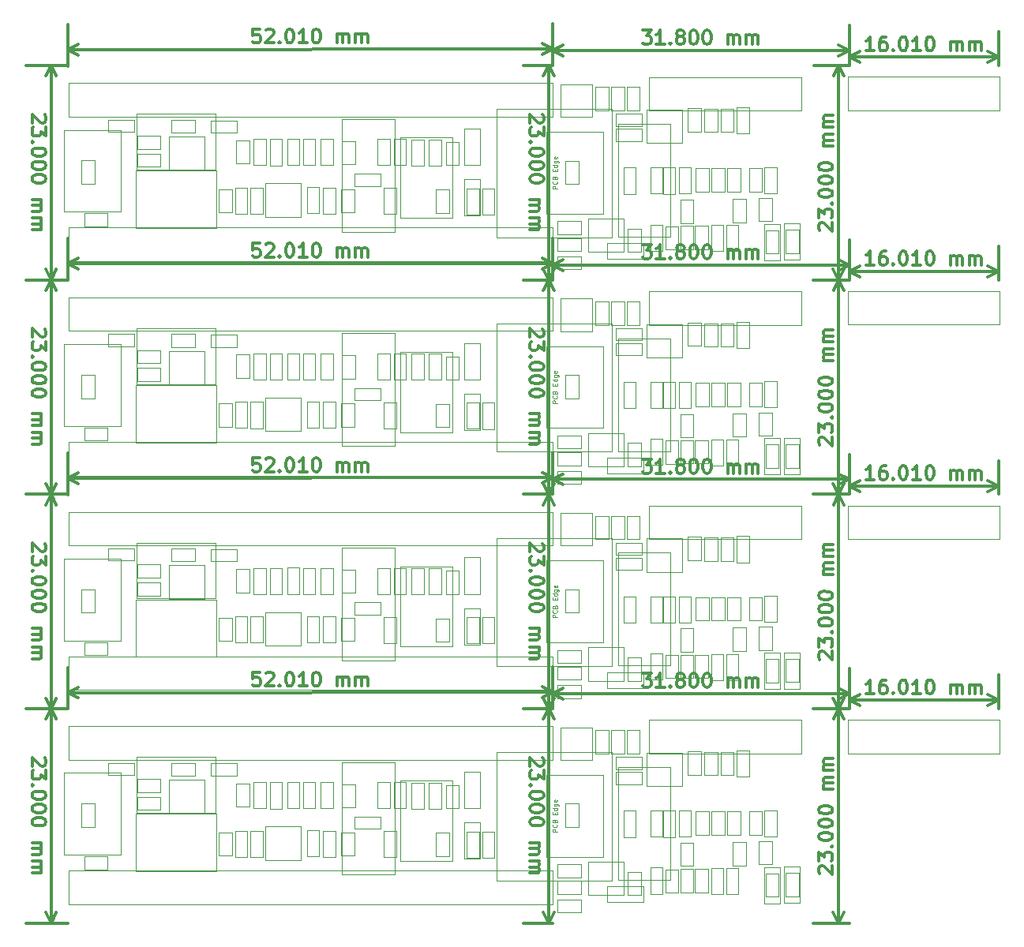
<source format=gbr>
%MOIN*%
%OFA0B0*%
%FSLAX46Y46*%
%IPPOS*%
%LPD*%
%ADD10C,0.0039370078740157488*%
%ADD11C,0.0019685039370078744*%
%ADD22C,0.0039370078740157488*%
%ADD23C,0.0039370078740157488*%
%ADD24C,0.0039370078740157488*%
%ADD25C,0.011811023622047244*%
%ADD26C,0.0039370078740157488*%
%ADD27C,0.0039370078740157488*%
%ADD28C,0.0019685039370078744*%
%ADD29C,0.0039370078740157488*%
%ADD30C,0.0039370078740157488*%
%ADD31C,0.0019685039370078744*%
%ADD32C,0.0039370078740157488*%
%ADD33C,0.0039370078740157488*%
%ADD34C,0.0039370078740157488*%
%ADD35C,0.011811023622047244*%
%ADD36C,0.0039370078740157488*%
%ADD37C,0.0039370078740157488*%
%ADD38C,0.0019685039370078744*%
%ADD39C,0.0039370078740157488*%
%ADD40C,0.0039370078740157488*%
%ADD41C,0.0019685039370078744*%
%ADD42C,0.0039370078740157488*%
%ADD43C,0.0039370078740157488*%
%ADD44C,0.0039370078740157488*%
%ADD45C,0.011811023622047244*%
%ADD46C,0.0039370078740157488*%
%ADD47C,0.0039370078740157488*%
%ADD48C,0.0019685039370078744*%
%ADD49C,0.0039370078740157488*%
%ADD50C,0.0039370078740157488*%
%ADD51C,0.0019685039370078744*%
%ADD52C,0.0039370078740157488*%
%ADD53C,0.0039370078740157488*%
%ADD54C,0.0039370078740157488*%
%ADD55C,0.011811023622047244*%
%ADD56C,0.0039370078740157488*%
%ADD57C,0.0039370078740157488*%
%ADD58C,0.0019685039370078744*%
%ADD59C,0.0039370078740157488*%
%ADD60C,0.0039370078740157488*%
%ADD61C,0.0019685039370078744*%
%ADD62C,0.0039370078740157488*%
%ADD63C,0.0039370078740157488*%
%ADD64C,0.0031496062992125988*%
%ADD65C,0.0039370078740157488*%
%ADD66C,0.011811023622047244*%
%ADD67C,0.0039370078740157488*%
%ADD68C,0.0039370078740157488*%
%ADD69C,0.0019685039370078744*%
%ADD70C,0.0039370078740157488*%
%ADD71C,0.0039370078740157488*%
%ADD72C,0.0019685039370078744*%
%ADD73C,0.0039370078740157488*%
%ADD74C,0.0039370078740157488*%
%ADD75C,0.0031496062992125988*%
%ADD76C,0.0039370078740157488*%
%ADD77C,0.011811023622047244*%
%ADD78C,0.0039370078740157488*%
%ADD79C,0.0039370078740157488*%
%ADD80C,0.0019685039370078744*%
%ADD81C,0.0039370078740157488*%
%ADD82C,0.0039370078740157488*%
%ADD83C,0.0019685039370078744*%
%ADD84C,0.0039370078740157488*%
%ADD85C,0.0039370078740157488*%
%ADD86C,0.0031496062992125988*%
%ADD87C,0.0039370078740157488*%
%ADD88C,0.011811023622047244*%
%ADD89C,0.0039370078740157488*%
%ADD90C,0.0039370078740157488*%
%ADD91C,0.0019685039370078744*%
%ADD92C,0.0039370078740157488*%
%ADD93C,0.0039370078740157488*%
%ADD94C,0.0019685039370078744*%
%ADD95C,0.0039370078740157488*%
%ADD96C,0.0039370078740157488*%
%ADD97C,0.0031496062992125988*%
%ADD98C,0.0039370078740157488*%
%ADD99C,0.011811023622047244*%
%ADD100C,0.0039370078740157488*%
%ADD101C,0.0039370078740157488*%
%ADD102C,0.0019685039370078744*%
%ADD103C,0.0039370078740157488*%
%ADD104C,0.0039370078740157488*%
%ADD105C,0.0019685039370078744*%
%ADD106C,0.0039370078740157488*%
%ADD107C,0.0039370078740157488*%
%ADD108C,0.0039370078740157488*%
%ADD109C,0.011811023622047244*%
%ADD110C,0.0039370078740157488*%
%ADD111C,0.0039370078740157488*%
%ADD112C,0.0039370078740157488*%
%ADD113C,0.0039370078740157488*%
%ADD114C,0.0019685039370078744*%
%ADD115C,0.0039370078740157488*%
%ADD116C,0.0039370078740157488*%
%ADD117C,0.0039370078740157488*%
%ADD118C,0.011811023622047244*%
%ADD119C,0.0039370078740157488*%
%ADD120C,0.0039370078740157488*%
%ADD121C,0.0039370078740157488*%
%ADD122C,0.0039370078740157488*%
%ADD123C,0.0019685039370078744*%
%ADD124C,0.0039370078740157488*%
%ADD125C,0.0039370078740157488*%
%ADD126C,0.0039370078740157488*%
%ADD127C,0.011811023622047244*%
%ADD128C,0.0039370078740157488*%
%ADD129C,0.0039370078740157488*%
%ADD130C,0.0039370078740157488*%
%ADD131C,0.0039370078740157488*%
%ADD132C,0.0019685039370078744*%
%ADD133C,0.0039370078740157488*%
%ADD134C,0.0039370078740157488*%
%ADD135C,0.0039370078740157488*%
%ADD136C,0.011811023622047244*%
%ADD137C,0.0039370078740157488*%
%ADD138C,0.0039370078740157488*%
%ADD139C,0.0039370078740157488*%
G01G01*
D10*
D11*
X0000068897Y0000226377D02*
X0000167322Y0000226377D01*
X0000068897Y0000226377D02*
X0000068897Y0000281496D01*
X0000167322Y0000281496D02*
X0000167322Y0000226377D01*
X0000167322Y0000281496D02*
X0000068897Y0000281496D01*
X0001210708Y0000397165D02*
X0001320944Y0000397165D01*
X0001210708Y0000397165D02*
X0001210708Y0000448346D01*
X0001320944Y0000448346D02*
X0001320944Y0000397165D01*
X0001320944Y0000448346D02*
X0001210708Y0000448346D01*
X0001334330Y0000388110D02*
X0001334330Y0000277874D01*
X0001334330Y0000388110D02*
X0001385511Y0000388110D01*
X0001385511Y0000277874D02*
X0001334330Y0000277874D01*
X0001385511Y0000277874D02*
X0001385511Y0000388110D01*
X0001801259Y0000275905D02*
X0001801259Y0000386141D01*
X0001801259Y0000275905D02*
X0001750078Y0000275905D01*
X0001750078Y0000386141D02*
X0001801259Y0000386141D01*
X0001750078Y0000386141D02*
X0001750078Y0000275905D01*
X0000280787Y0000676299D02*
X0000170551Y0000676299D01*
X0000280787Y0000676299D02*
X0000280787Y0000625118D01*
X0000170551Y0000625118D02*
X0000170551Y0000676299D01*
X0000170551Y0000625118D02*
X0000280787Y0000625118D01*
X0000602834Y0000622755D02*
X0000713070Y0000622755D01*
X0000602834Y0000622755D02*
X0000602834Y0000673937D01*
X0000713070Y0000673937D02*
X0000713070Y0000622755D01*
X0000713070Y0000673937D02*
X0000602834Y0000673937D01*
X0000638267Y0000383779D02*
X0000638267Y0000285354D01*
X0000638267Y0000383779D02*
X0000693385Y0000383779D01*
X0000693385Y0000285354D02*
X0000638267Y0000285354D01*
X0000693385Y0000285354D02*
X0000693385Y0000383779D01*
X0000757559Y0000279842D02*
X0000757559Y0000390078D01*
X0000757559Y0000279842D02*
X0000706377Y0000279842D01*
X0000706377Y0000390078D02*
X0000757559Y0000390078D01*
X0000706377Y0000390078D02*
X0000706377Y0000279842D01*
X0000770944Y0000389685D02*
X0000770944Y0000279448D01*
X0000770944Y0000389685D02*
X0000822125Y0000389685D01*
X0000822125Y0000279448D02*
X0000770944Y0000279448D01*
X0000822125Y0000279448D02*
X0000822125Y0000389685D01*
X0000834724Y0000266456D02*
X0000984330Y0000266456D01*
X0000984330Y0000266456D02*
X0000984330Y0000408188D01*
X0000984330Y0000408188D02*
X0000834724Y0000408188D01*
X0000834724Y0000408188D02*
X0000834724Y0000266456D01*
X0001009133Y0000390866D02*
X0001009133Y0000280629D01*
X0001009133Y0000390866D02*
X0001060314Y0000390866D01*
X0001060314Y0000280629D02*
X0001009133Y0000280629D01*
X0001060314Y0000280629D02*
X0001060314Y0000390866D01*
X0001077637Y0000390472D02*
X0001077637Y0000280236D01*
X0001077637Y0000390472D02*
X0001128818Y0000390472D01*
X0001128818Y0000280236D02*
X0001077637Y0000280236D01*
X0001128818Y0000280236D02*
X0001128818Y0000390472D01*
X0001154015Y0000383779D02*
X0001154015Y0000285354D01*
X0001154015Y0000383779D02*
X0001209133Y0000383779D01*
X0001209133Y0000285354D02*
X0001154015Y0000285354D01*
X0001209133Y0000285354D02*
X0001209133Y0000383779D01*
X0001554803Y0000381417D02*
X0001554803Y0000282992D01*
X0001554803Y0000381417D02*
X0001609921Y0000381417D01*
X0001609921Y0000282992D02*
X0001554803Y0000282992D01*
X0001609921Y0000282992D02*
X0001609921Y0000381417D01*
X0001736299Y0000276692D02*
X0001736299Y0000386929D01*
X0001736299Y0000276692D02*
X0001685118Y0000276692D01*
X0001685118Y0000386929D02*
X0001736299Y0000386929D01*
X0001685118Y0000386929D02*
X0001685118Y0000276692D01*
X0001596062Y0000582677D02*
X0001596062Y0000484251D01*
X0001596062Y0000582677D02*
X0001651181Y0000582677D01*
X0001651181Y0000484251D02*
X0001596062Y0000484251D01*
X0001651181Y0000484251D02*
X0001651181Y0000582677D01*
X0001502047Y0000483385D02*
X0001502047Y0000593622D01*
X0001502047Y0000483385D02*
X0001450866Y0000483385D01*
X0001450866Y0000593622D02*
X0001502047Y0000593622D01*
X0001450866Y0000593622D02*
X0001450866Y0000483385D01*
X0001376062Y0000594409D02*
X0001376062Y0000484173D01*
X0001376062Y0000594409D02*
X0001427244Y0000594409D01*
X0001427244Y0000484173D02*
X0001376062Y0000484173D01*
X0001427244Y0000484173D02*
X0001427244Y0000594409D01*
X0001307952Y0000594409D02*
X0001307952Y0000484173D01*
X0001307952Y0000594409D02*
X0001359133Y0000594409D01*
X0001359133Y0000484173D02*
X0001307952Y0000484173D01*
X0001359133Y0000484173D02*
X0001359133Y0000594409D01*
X0001211889Y0000488503D02*
X0001211889Y0000586929D01*
X0001211889Y0000488503D02*
X0001156771Y0000488503D01*
X0001156771Y0000586929D02*
X0001211889Y0000586929D01*
X0001156771Y0000586929D02*
X0001156771Y0000488503D01*
X0001118976Y0000484173D02*
X0001118976Y0000594409D01*
X0001118976Y0000484173D02*
X0001067795Y0000484173D01*
X0001067795Y0000594409D02*
X0001118976Y0000594409D01*
X0001067795Y0000594409D02*
X0001067795Y0000484173D01*
X0000836299Y0000484566D02*
X0000836299Y0000594803D01*
X0000836299Y0000484566D02*
X0000785118Y0000484566D01*
X0000785118Y0000594803D02*
X0000836299Y0000594803D01*
X0000785118Y0000594803D02*
X0000785118Y0000484566D01*
X0001044960Y0000484566D02*
X0001044960Y0000594803D01*
X0001044960Y0000484566D02*
X0000993779Y0000484566D01*
X0000993779Y0000594803D02*
X0001044960Y0000594803D01*
X0000993779Y0000594803D02*
X0000993779Y0000484566D01*
X0000904409Y0000483779D02*
X0000904409Y0000594015D01*
X0000904409Y0000483779D02*
X0000853228Y0000483779D01*
X0000853228Y0000594015D02*
X0000904409Y0000594015D01*
X0000853228Y0000594015D02*
X0000853228Y0000483779D01*
X0000978425Y0000484960D02*
X0000978425Y0000595196D01*
X0000978425Y0000484960D02*
X0000927244Y0000484960D01*
X0000927244Y0000595196D02*
X0000978425Y0000595196D01*
X0000927244Y0000595196D02*
X0000927244Y0000484960D01*
X0000711496Y0000589685D02*
X0000711496Y0000491259D01*
X0000711496Y0000589685D02*
X0000766614Y0000589685D01*
X0000766614Y0000491259D02*
X0000711496Y0000491259D01*
X0000766614Y0000491259D02*
X0000766614Y0000589685D01*
X0000536220Y0000676771D02*
X0000437795Y0000676771D01*
X0000536220Y0000676771D02*
X0000536220Y0000621653D01*
X0000437795Y0000621653D02*
X0000437795Y0000676771D01*
X0000437795Y0000621653D02*
X0000536220Y0000621653D01*
X0000428425Y0000605826D02*
X0000578031Y0000605826D01*
X0000428425Y0000464094D02*
X0000428425Y0000605826D01*
X0000578031Y0000464094D02*
X0000428425Y0000464094D01*
X0000578031Y0000605826D02*
X0000578031Y0000464094D01*
X0000391811Y0000533385D02*
X0000293385Y0000533385D01*
X0000391811Y0000533385D02*
X0000391811Y0000478267D01*
X0000293385Y0000478267D02*
X0000293385Y0000533385D01*
X0000293385Y0000478267D02*
X0000391811Y0000478267D01*
X0000391811Y0000608582D02*
X0000293385Y0000608582D01*
X0000391811Y0000608582D02*
X0000391811Y0000553464D01*
X0000293385Y0000553464D02*
X0000293385Y0000608582D01*
X0000293385Y0000553464D02*
X0000391811Y0000553464D01*
X0000057559Y0000504251D02*
X0000057559Y0000405826D01*
X0000057559Y0000504251D02*
X0000112677Y0000504251D01*
X0000112677Y0000405826D02*
X0000057559Y0000405826D01*
X0000112677Y0000405826D02*
X0000112677Y0000504251D01*
X0002045354Y0000079448D02*
X0000004015Y0000079448D01*
X0000004015Y0000079448D02*
X0000004015Y0000221181D01*
X0000004015Y0000221181D02*
X0002045354Y0000221181D01*
X0002045354Y0000221181D02*
X0002045354Y0000079448D01*
X0002045354Y0000689685D02*
X0000004015Y0000689685D01*
X0000004015Y0000689685D02*
X0000004015Y0000831417D01*
X0000004015Y0000831417D02*
X0002045354Y0000831417D01*
X0002045354Y0000831417D02*
X0002045354Y0000689685D01*
X0001575275Y0000483385D02*
X0001575275Y0000593622D01*
X0001575275Y0000483385D02*
X0001524094Y0000483385D01*
X0001524094Y0000593622D02*
X0001575275Y0000593622D01*
X0001524094Y0000593622D02*
X0001524094Y0000483385D01*
G04 next file*
G04 Gerber Fmt 4.6, Leading zero omitted, Abs format (unit mm)*
G04 Created by KiCad (PCBNEW 4.0.7) date 01/16/18 14:15:25*
G01G01*
G04 APERTURE LIST*
G04 APERTURE END LIST*
D22*
G04 next file*
G04 Gerber Fmt 4.6, Leading zero omitted, Abs format (unit mm)*
G04 Created by KiCad (PCBNEW 4.0.7) date 01/16/18 14:15:25*
G01G01*
G04 APERTURE LIST*
G04 APERTURE END LIST*
D23*
G04 next file*
G04 Gerber Fmt 4.6, Leading zero omitted, Abs format (unit mm)*
G04 Created by KiCad (PCBNEW 4.0.7) date 01/16/18 14:15:25*
G01G01*
G04 APERTURE LIST*
G04 APERTURE END LIST*
D24*
D25*
X-0000097694Y0000697412D02*
X-0000094881Y0000694600D01*
X-0000092069Y0000688976D01*
X-0000092069Y0000674915D01*
X-0000094881Y0000669291D01*
X-0000097694Y0000666479D01*
X-0000103318Y0000663667D01*
X-0000108942Y0000663667D01*
X-0000117379Y0000666479D01*
X-0000151124Y0000700224D01*
X-0000151124Y0000663667D01*
X-0000092069Y0000643981D02*
X-0000092069Y0000607424D01*
X-0000114566Y0000627109D01*
X-0000114566Y0000618672D01*
X-0000117379Y0000613048D01*
X-0000120191Y0000610236D01*
X-0000125815Y0000607424D01*
X-0000139876Y0000607424D01*
X-0000145500Y0000610236D01*
X-0000148312Y0000613048D01*
X-0000151124Y0000618672D01*
X-0000151124Y0000635545D01*
X-0000148312Y0000641169D01*
X-0000145500Y0000643981D01*
X-0000145500Y0000582114D02*
X-0000148312Y0000579302D01*
X-0000151124Y0000582114D01*
X-0000148312Y0000584926D01*
X-0000145500Y0000582114D01*
X-0000151124Y0000582114D01*
X-0000092069Y0000542744D02*
X-0000092069Y0000537120D01*
X-0000094881Y0000531496D01*
X-0000097694Y0000528683D01*
X-0000103318Y0000525871D01*
X-0000114566Y0000523059D01*
X-0000128627Y0000523059D01*
X-0000139876Y0000525871D01*
X-0000145500Y0000528683D01*
X-0000148312Y0000531496D01*
X-0000151124Y0000537120D01*
X-0000151124Y0000542744D01*
X-0000148312Y0000548368D01*
X-0000145500Y0000551181D01*
X-0000139876Y0000553993D01*
X-0000128627Y0000556805D01*
X-0000114566Y0000556805D01*
X-0000103318Y0000553993D01*
X-0000097694Y0000551181D01*
X-0000094881Y0000548368D01*
X-0000092069Y0000542744D01*
X-0000092069Y0000486501D02*
X-0000092069Y0000480877D01*
X-0000094881Y0000475253D01*
X-0000097694Y0000472440D01*
X-0000103318Y0000469628D01*
X-0000114566Y0000466816D01*
X-0000128627Y0000466816D01*
X-0000139876Y0000469628D01*
X-0000145500Y0000472440D01*
X-0000148312Y0000475253D01*
X-0000151124Y0000480877D01*
X-0000151124Y0000486501D01*
X-0000148312Y0000492125D01*
X-0000145500Y0000494938D01*
X-0000139876Y0000497750D01*
X-0000128627Y0000500562D01*
X-0000114566Y0000500562D01*
X-0000103318Y0000497750D01*
X-0000097694Y0000494938D01*
X-0000094881Y0000492125D01*
X-0000092069Y0000486501D01*
X-0000092069Y0000430258D02*
X-0000092069Y0000424634D01*
X-0000094881Y0000419010D01*
X-0000097694Y0000416197D01*
X-0000103318Y0000413385D01*
X-0000114566Y0000410573D01*
X-0000128627Y0000410573D01*
X-0000139876Y0000413385D01*
X-0000145500Y0000416197D01*
X-0000148312Y0000419010D01*
X-0000151124Y0000424634D01*
X-0000151124Y0000430258D01*
X-0000148312Y0000435883D01*
X-0000145500Y0000438695D01*
X-0000139876Y0000441507D01*
X-0000128627Y0000444319D01*
X-0000114566Y0000444319D01*
X-0000103318Y0000441507D01*
X-0000097694Y0000438695D01*
X-0000094881Y0000435883D01*
X-0000092069Y0000430258D01*
X-0000151124Y0000340270D02*
X-0000111754Y0000340270D01*
X-0000117379Y0000340270D02*
X-0000114566Y0000337457D01*
X-0000111754Y0000331833D01*
X-0000111754Y0000323397D01*
X-0000114566Y0000317772D01*
X-0000120191Y0000314960D01*
X-0000151124Y0000314960D01*
X-0000120191Y0000314960D02*
X-0000114566Y0000312148D01*
X-0000111754Y0000306524D01*
X-0000111754Y0000298087D01*
X-0000114566Y0000292463D01*
X-0000120191Y0000289651D01*
X-0000151124Y0000289651D01*
X-0000151124Y0000261529D02*
X-0000111754Y0000261529D01*
X-0000117379Y0000261529D02*
X-0000114566Y0000258717D01*
X-0000111754Y0000253093D01*
X-0000111754Y0000244656D01*
X-0000114566Y0000239032D01*
X-0000120191Y0000236220D01*
X-0000151124Y0000236220D01*
X-0000120191Y0000236220D02*
X-0000114566Y0000233408D01*
X-0000111754Y0000227784D01*
X-0000111754Y0000219347D01*
X-0000114566Y0000213723D01*
X-0000120191Y0000210911D01*
X-0000151124Y0000210911D01*
X-0000071259Y0000905511D02*
X-0000071259Y0000000000D01*
X0000000000Y0000905511D02*
X-0000177559Y0000905511D01*
X0000000000Y0000000000D02*
X-0000177559Y0000000000D01*
X-0000071259Y0000000000D02*
X-0000094347Y0000044350D01*
X-0000071259Y0000000000D02*
X-0000048172Y0000044350D01*
X-0000071259Y0000905511D02*
X-0000094347Y0000861161D01*
X-0000071259Y0000905511D02*
X-0000048172Y0000861161D01*
X0000809976Y0001059732D02*
X0000781854Y0001059710D01*
X0000779064Y0001031587D01*
X0000781874Y0001034401D01*
X0000787496Y0001037217D01*
X0000801557Y0001037228D01*
X0000807183Y0001034420D01*
X0000809997Y0001031610D01*
X0000812814Y0001025988D01*
X0000812825Y0001011927D01*
X0000810017Y0001006301D01*
X0000807207Y0001003487D01*
X0000801585Y0001000670D01*
X0000787524Y0001000659D01*
X0000781898Y0001003467D01*
X0000779083Y0001006277D01*
X0000835290Y0001054127D02*
X0000838100Y0001056941D01*
X0000843722Y0001059758D01*
X0000857782Y0001059769D01*
X0000863409Y0001056961D01*
X0000866223Y0001054151D01*
X0000869040Y0001048529D01*
X0000869044Y0001042904D01*
X0000866238Y0001034466D01*
X0000832518Y0001000694D01*
X0000869076Y0001000722D01*
X0000894381Y0001006366D02*
X0000897196Y0001003556D01*
X0000894386Y0001000742D01*
X0000891571Y0001003552D01*
X0000894381Y0001006366D01*
X0000894386Y0001000742D01*
X0000933710Y0001059827D02*
X0000939335Y0001059831D01*
X0000944961Y0001057024D01*
X0000947775Y0001054214D01*
X0000950592Y0001048591D01*
X0000953413Y0001037345D01*
X0000953423Y0001023284D01*
X0000950620Y0001012033D01*
X0000947812Y0001006407D01*
X0000945002Y0001003593D01*
X0000939380Y0001000776D01*
X0000933756Y0001000772D01*
X0000928129Y0001003580D01*
X0000925315Y0001006390D01*
X0000922499Y0001012012D01*
X0000919678Y0001023258D01*
X0000919667Y0001037319D01*
X0000922470Y0001048570D01*
X0000925278Y0001054196D01*
X0000928088Y0001057011D01*
X0000933710Y0001059827D01*
X0001009684Y0001000830D02*
X0000975938Y0001000804D01*
X0000992811Y0001000817D02*
X0000992765Y0001059872D01*
X0000987148Y0001051432D01*
X0000981528Y0001045803D01*
X0000975905Y0001042987D01*
X0001046196Y0001059914D02*
X0001051820Y0001059918D01*
X0001057447Y0001057110D01*
X0001060261Y0001054300D01*
X0001063078Y0001048678D01*
X0001065899Y0001037431D01*
X0001065909Y0001023371D01*
X0001063106Y0001012120D01*
X0001060298Y0001006494D01*
X0001057488Y0001003679D01*
X0001051866Y0001000863D01*
X0001046242Y0001000858D01*
X0001040615Y0001003666D01*
X0001037801Y0001006476D01*
X0001034984Y0001012098D01*
X0001032164Y0001023345D01*
X0001032153Y0001037406D01*
X0001034956Y0001048656D01*
X0001037764Y0001054283D01*
X0001040574Y0001057097D01*
X0001046196Y0001059914D01*
X0001136230Y0001000928D02*
X0001136200Y0001040298D01*
X0001136204Y0001034673D02*
X0001139014Y0001037488D01*
X0001144637Y0001040304D01*
X0001153073Y0001040311D01*
X0001158699Y0001037503D01*
X0001161516Y0001031881D01*
X0001161540Y0001000947D01*
X0001161516Y0001031881D02*
X0001164324Y0001037507D01*
X0001169946Y0001040324D01*
X0001178382Y0001040330D01*
X0001184009Y0001037522D01*
X0001186825Y0001031900D01*
X0001186849Y0001000967D01*
X0001214970Y0001000988D02*
X0001214940Y0001040358D01*
X0001214945Y0001034734D02*
X0001217754Y0001037548D01*
X0001223377Y0001040365D01*
X0001231813Y0001040371D01*
X0001237440Y0001037563D01*
X0001240256Y0001031941D01*
X0001240280Y0001001008D01*
X0001240256Y0001031941D02*
X0001243064Y0001037568D01*
X0001248686Y0001040384D01*
X0001257122Y0001040391D01*
X0001262749Y0001037583D01*
X0001265565Y0001031961D01*
X0001265589Y0001001027D01*
X-0000000053Y0000973620D02*
X0002047584Y0000975194D01*
X0000000000Y0000903937D02*
X-0000000135Y0001079919D01*
X0002047637Y0000905511D02*
X0002047502Y0001081493D01*
X0002047584Y0000975194D02*
X0002003251Y0000952073D01*
X0002047584Y0000975194D02*
X0002003215Y0000998248D01*
X-0000000053Y0000973620D02*
X0000044314Y0000950566D01*
X-0000000053Y0000973620D02*
X0000044279Y0000996741D01*
G04 next file*
G04 Gerber Fmt 4.6, Leading zero omitted, Abs format (unit mm)*
G04 Created by KiCad (PCBNEW 4.0.7) date 01/16/18 14:15:25*
G01G01*
G04 APERTURE LIST*
G04 APERTURE END LIST*
D26*
G04 next file*
G04 Gerber Fmt 4.6, Leading zero omitted, Abs format (unit mm)*
G04 Created by KiCad (PCBNEW 4.0.7) date 01/16/18 14:15:25*
G01G01*
G04 APERTURE LIST*
G04 APERTURE END LIST*
D27*
D28*
X0001622913Y0000600708D02*
X0001402440Y0000600708D01*
X0001402440Y0000600708D02*
X0001402440Y0000262125D01*
X0001402440Y0000262125D02*
X0001622913Y0000262125D01*
X0001622913Y0000262125D02*
X0001622913Y0000600708D01*
X0001158346Y0000203858D02*
X0001378818Y0000203858D01*
X0001378818Y0000203858D02*
X0001378818Y0000680236D01*
X0001378818Y0000680236D02*
X0001158346Y0000680236D01*
X0001158346Y0000680236D02*
X0001158346Y0000203858D01*
X0001809921Y0000721181D02*
X0001809921Y0000179842D01*
X0001809921Y0000179842D02*
X0002296141Y0000179842D01*
X0002296141Y0000179842D02*
X0002296141Y0000721181D01*
X0002296141Y0000721181D02*
X0001809921Y0000721181D01*
X0000289842Y0000701496D02*
X0000624488Y0000701496D01*
X0000624488Y0000701496D02*
X0000624488Y0000465275D01*
X0000624488Y0000465275D02*
X0000289842Y0000465275D01*
X0000289842Y0000465275D02*
X0000289842Y0000701496D01*
X0000626377Y0000461417D02*
X0000285826Y0000461417D01*
X0000285826Y0000461417D02*
X0000285826Y0000219291D01*
X0000285826Y0000219291D02*
X0000626377Y0000219291D01*
X0000626377Y0000219291D02*
X0000626377Y0000461417D01*
X0001672519Y0000638503D02*
X0001739448Y0000638503D01*
X0001739448Y0000638503D02*
X0001739448Y0000484960D01*
X0001739448Y0000484960D02*
X0001672519Y0000484960D01*
X0001672519Y0000484960D02*
X0001672519Y0000638503D01*
X0001672519Y0000424724D02*
X0001739448Y0000424724D01*
X0001739448Y0000424724D02*
X0001739448Y0000271181D01*
X0001739448Y0000271181D02*
X0001672519Y0000271181D01*
X0001672519Y0000271181D02*
X0001672519Y0000424724D01*
X-0000017716Y0000633858D02*
X-0000017716Y0000287401D01*
X0000222440Y0000287401D02*
X-0000017716Y0000287401D01*
X0000222440Y0000633858D02*
X0000222440Y0000287401D01*
X-0000017716Y0000633858D02*
X0000222440Y0000633858D01*
G04 next file*
G04 Gerber Fmt 4.6, Leading zero omitted, Abs format (unit mm)*
G04 Created by KiCad (PCBNEW 4.0.7) date 01/16/18 14:15:25*
G01G01*
G04 APERTURE LIST*
G04 APERTURE END LIST*
D29*
G04 next file*
G04 Gerber Fmt 4.6, Leading zero omitted, Abs format (unit mm)*
G04 Created by KiCad (PCBNEW 4.0.7) date 01/16/18 14:15:25*
G01G01*
G04 APERTURE LIST*
G04 APERTURE END LIST*
D30*
D31*
X0000068897Y0001131889D02*
X0000167322Y0001131889D01*
X0000068897Y0001131889D02*
X0000068897Y0001187007D01*
X0000167322Y0001187007D02*
X0000167322Y0001131889D01*
X0000167322Y0001187007D02*
X0000068897Y0001187007D01*
X0001210708Y0001302677D02*
X0001320944Y0001302677D01*
X0001210708Y0001302677D02*
X0001210708Y0001353858D01*
X0001320944Y0001353858D02*
X0001320944Y0001302677D01*
X0001320944Y0001353858D02*
X0001210708Y0001353858D01*
X0001334330Y0001293622D02*
X0001334330Y0001183385D01*
X0001334330Y0001293622D02*
X0001385511Y0001293622D01*
X0001385511Y0001183385D02*
X0001334330Y0001183385D01*
X0001385511Y0001183385D02*
X0001385511Y0001293622D01*
X0001801259Y0001181417D02*
X0001801259Y0001291653D01*
X0001801259Y0001181417D02*
X0001750078Y0001181417D01*
X0001750078Y0001291653D02*
X0001801259Y0001291653D01*
X0001750078Y0001291653D02*
X0001750078Y0001181417D01*
X0000280787Y0001581811D02*
X0000170551Y0001581811D01*
X0000280787Y0001581811D02*
X0000280787Y0001530629D01*
X0000170551Y0001530629D02*
X0000170551Y0001581811D01*
X0000170551Y0001530629D02*
X0000280787Y0001530629D01*
X0000602834Y0001528267D02*
X0000713070Y0001528267D01*
X0000602834Y0001528267D02*
X0000602834Y0001579448D01*
X0000713070Y0001579448D02*
X0000713070Y0001528267D01*
X0000713070Y0001579448D02*
X0000602834Y0001579448D01*
X0000638267Y0001289291D02*
X0000638267Y0001190866D01*
X0000638267Y0001289291D02*
X0000693385Y0001289291D01*
X0000693385Y0001190866D02*
X0000638267Y0001190866D01*
X0000693385Y0001190866D02*
X0000693385Y0001289291D01*
X0000757559Y0001185354D02*
X0000757559Y0001295590D01*
X0000757559Y0001185354D02*
X0000706377Y0001185354D01*
X0000706377Y0001295590D02*
X0000757559Y0001295590D01*
X0000706377Y0001295590D02*
X0000706377Y0001185354D01*
X0000770944Y0001295196D02*
X0000770944Y0001184960D01*
X0000770944Y0001295196D02*
X0000822125Y0001295196D01*
X0000822125Y0001184960D02*
X0000770944Y0001184960D01*
X0000822125Y0001184960D02*
X0000822125Y0001295196D01*
X0000834724Y0001171968D02*
X0000984330Y0001171968D01*
X0000984330Y0001171968D02*
X0000984330Y0001313700D01*
X0000984330Y0001313700D02*
X0000834724Y0001313700D01*
X0000834724Y0001313700D02*
X0000834724Y0001171968D01*
X0001009133Y0001296377D02*
X0001009133Y0001186141D01*
X0001009133Y0001296377D02*
X0001060314Y0001296377D01*
X0001060314Y0001186141D02*
X0001009133Y0001186141D01*
X0001060314Y0001186141D02*
X0001060314Y0001296377D01*
X0001077637Y0001295984D02*
X0001077637Y0001185748D01*
X0001077637Y0001295984D02*
X0001128818Y0001295984D01*
X0001128818Y0001185748D02*
X0001077637Y0001185748D01*
X0001128818Y0001185748D02*
X0001128818Y0001295984D01*
X0001154015Y0001289291D02*
X0001154015Y0001190866D01*
X0001154015Y0001289291D02*
X0001209133Y0001289291D01*
X0001209133Y0001190866D02*
X0001154015Y0001190866D01*
X0001209133Y0001190866D02*
X0001209133Y0001289291D01*
X0001554803Y0001286929D02*
X0001554803Y0001188503D01*
X0001554803Y0001286929D02*
X0001609921Y0001286929D01*
X0001609921Y0001188503D02*
X0001554803Y0001188503D01*
X0001609921Y0001188503D02*
X0001609921Y0001286929D01*
X0001736299Y0001182204D02*
X0001736299Y0001292440D01*
X0001736299Y0001182204D02*
X0001685118Y0001182204D01*
X0001685118Y0001292440D02*
X0001736299Y0001292440D01*
X0001685118Y0001292440D02*
X0001685118Y0001182204D01*
X0001596062Y0001488188D02*
X0001596062Y0001389763D01*
X0001596062Y0001488188D02*
X0001651181Y0001488188D01*
X0001651181Y0001389763D02*
X0001596062Y0001389763D01*
X0001651181Y0001389763D02*
X0001651181Y0001488188D01*
X0001502047Y0001388897D02*
X0001502047Y0001499133D01*
X0001502047Y0001388897D02*
X0001450866Y0001388897D01*
X0001450866Y0001499133D02*
X0001502047Y0001499133D01*
X0001450866Y0001499133D02*
X0001450866Y0001388897D01*
X0001376062Y0001499921D02*
X0001376062Y0001389685D01*
X0001376062Y0001499921D02*
X0001427244Y0001499921D01*
X0001427244Y0001389685D02*
X0001376062Y0001389685D01*
X0001427244Y0001389685D02*
X0001427244Y0001499921D01*
X0001307952Y0001499921D02*
X0001307952Y0001389685D01*
X0001307952Y0001499921D02*
X0001359133Y0001499921D01*
X0001359133Y0001389685D02*
X0001307952Y0001389685D01*
X0001359133Y0001389685D02*
X0001359133Y0001499921D01*
X0001211889Y0001394015D02*
X0001211889Y0001492440D01*
X0001211889Y0001394015D02*
X0001156771Y0001394015D01*
X0001156771Y0001492440D02*
X0001211889Y0001492440D01*
X0001156771Y0001492440D02*
X0001156771Y0001394015D01*
X0001118976Y0001389685D02*
X0001118976Y0001499921D01*
X0001118976Y0001389685D02*
X0001067795Y0001389685D01*
X0001067795Y0001499921D02*
X0001118976Y0001499921D01*
X0001067795Y0001499921D02*
X0001067795Y0001389685D01*
X0000836299Y0001390078D02*
X0000836299Y0001500314D01*
X0000836299Y0001390078D02*
X0000785118Y0001390078D01*
X0000785118Y0001500314D02*
X0000836299Y0001500314D01*
X0000785118Y0001500314D02*
X0000785118Y0001390078D01*
X0001044960Y0001390078D02*
X0001044960Y0001500314D01*
X0001044960Y0001390078D02*
X0000993779Y0001390078D01*
X0000993779Y0001500314D02*
X0001044960Y0001500314D01*
X0000993779Y0001500314D02*
X0000993779Y0001390078D01*
X0000904409Y0001389291D02*
X0000904409Y0001499527D01*
X0000904409Y0001389291D02*
X0000853228Y0001389291D01*
X0000853228Y0001499527D02*
X0000904409Y0001499527D01*
X0000853228Y0001499527D02*
X0000853228Y0001389291D01*
X0000978425Y0001390472D02*
X0000978425Y0001500708D01*
X0000978425Y0001390472D02*
X0000927244Y0001390472D01*
X0000927244Y0001500708D02*
X0000978425Y0001500708D01*
X0000927244Y0001500708D02*
X0000927244Y0001390472D01*
X0000711496Y0001495196D02*
X0000711496Y0001396771D01*
X0000711496Y0001495196D02*
X0000766614Y0001495196D01*
X0000766614Y0001396771D02*
X0000711496Y0001396771D01*
X0000766614Y0001396771D02*
X0000766614Y0001495196D01*
X0000536220Y0001582283D02*
X0000437795Y0001582283D01*
X0000536220Y0001582283D02*
X0000536220Y0001527165D01*
X0000437795Y0001527165D02*
X0000437795Y0001582283D01*
X0000437795Y0001527165D02*
X0000536220Y0001527165D01*
X0000428425Y0001511338D02*
X0000578031Y0001511338D01*
X0000428425Y0001369606D02*
X0000428425Y0001511338D01*
X0000578031Y0001369606D02*
X0000428425Y0001369606D01*
X0000578031Y0001511338D02*
X0000578031Y0001369606D01*
X0000391811Y0001438897D02*
X0000293385Y0001438897D01*
X0000391811Y0001438897D02*
X0000391811Y0001383779D01*
X0000293385Y0001383779D02*
X0000293385Y0001438897D01*
X0000293385Y0001383779D02*
X0000391811Y0001383779D01*
X0000391811Y0001514094D02*
X0000293385Y0001514094D01*
X0000391811Y0001514094D02*
X0000391811Y0001458976D01*
X0000293385Y0001458976D02*
X0000293385Y0001514094D01*
X0000293385Y0001458976D02*
X0000391811Y0001458976D01*
X0000057559Y0001409763D02*
X0000057559Y0001311338D01*
X0000057559Y0001409763D02*
X0000112677Y0001409763D01*
X0000112677Y0001311338D02*
X0000057559Y0001311338D01*
X0000112677Y0001311338D02*
X0000112677Y0001409763D01*
X0002045354Y0000984960D02*
X0000004015Y0000984960D01*
X0000004015Y0000984960D02*
X0000004015Y0001126692D01*
X0000004015Y0001126692D02*
X0002045354Y0001126692D01*
X0002045354Y0001126692D02*
X0002045354Y0000984960D01*
X0002045354Y0001595196D02*
X0000004015Y0001595196D01*
X0000004015Y0001595196D02*
X0000004015Y0001736929D01*
X0000004015Y0001736929D02*
X0002045354Y0001736929D01*
X0002045354Y0001736929D02*
X0002045354Y0001595196D01*
X0001575275Y0001388897D02*
X0001575275Y0001499133D01*
X0001575275Y0001388897D02*
X0001524094Y0001388897D01*
X0001524094Y0001499133D02*
X0001575275Y0001499133D01*
X0001524094Y0001499133D02*
X0001524094Y0001388897D01*
G04 next file*
G04 Gerber Fmt 4.6, Leading zero omitted, Abs format (unit mm)*
G04 Created by KiCad (PCBNEW 4.0.7) date 01/16/18 14:15:25*
G01G01*
G04 APERTURE LIST*
G04 APERTURE END LIST*
D32*
G04 next file*
G04 Gerber Fmt 4.6, Leading zero omitted, Abs format (unit mm)*
G04 Created by KiCad (PCBNEW 4.0.7) date 01/16/18 14:15:25*
G01G01*
G04 APERTURE LIST*
G04 APERTURE END LIST*
D33*
G04 next file*
G04 Gerber Fmt 4.6, Leading zero omitted, Abs format (unit mm)*
G04 Created by KiCad (PCBNEW 4.0.7) date 01/16/18 14:15:25*
G01G01*
G04 APERTURE LIST*
G04 APERTURE END LIST*
D34*
D35*
X-0000097694Y0001602924D02*
X-0000094881Y0001600112D01*
X-0000092069Y0001594488D01*
X-0000092069Y0001580427D01*
X-0000094881Y0001574803D01*
X-0000097694Y0001571990D01*
X-0000103318Y0001569178D01*
X-0000108942Y0001569178D01*
X-0000117379Y0001571990D01*
X-0000151124Y0001605736D01*
X-0000151124Y0001569178D01*
X-0000092069Y0001549493D02*
X-0000092069Y0001512935D01*
X-0000114566Y0001532620D01*
X-0000114566Y0001524184D01*
X-0000117379Y0001518560D01*
X-0000120191Y0001515747D01*
X-0000125815Y0001512935D01*
X-0000139876Y0001512935D01*
X-0000145500Y0001515747D01*
X-0000148312Y0001518560D01*
X-0000151124Y0001524184D01*
X-0000151124Y0001541057D01*
X-0000148312Y0001546681D01*
X-0000145500Y0001549493D01*
X-0000145500Y0001487626D02*
X-0000148312Y0001484814D01*
X-0000151124Y0001487626D01*
X-0000148312Y0001490438D01*
X-0000145500Y0001487626D01*
X-0000151124Y0001487626D01*
X-0000092069Y0001448256D02*
X-0000092069Y0001442632D01*
X-0000094881Y0001437007D01*
X-0000097694Y0001434195D01*
X-0000103318Y0001431383D01*
X-0000114566Y0001428571D01*
X-0000128627Y0001428571D01*
X-0000139876Y0001431383D01*
X-0000145500Y0001434195D01*
X-0000148312Y0001437007D01*
X-0000151124Y0001442632D01*
X-0000151124Y0001448256D01*
X-0000148312Y0001453880D01*
X-0000145500Y0001456692D01*
X-0000139876Y0001459505D01*
X-0000128627Y0001462317D01*
X-0000114566Y0001462317D01*
X-0000103318Y0001459505D01*
X-0000097694Y0001456692D01*
X-0000094881Y0001453880D01*
X-0000092069Y0001448256D01*
X-0000092069Y0001392013D02*
X-0000092069Y0001386389D01*
X-0000094881Y0001380764D01*
X-0000097694Y0001377952D01*
X-0000103318Y0001375140D01*
X-0000114566Y0001372328D01*
X-0000128627Y0001372328D01*
X-0000139876Y0001375140D01*
X-0000145500Y0001377952D01*
X-0000148312Y0001380764D01*
X-0000151124Y0001386389D01*
X-0000151124Y0001392013D01*
X-0000148312Y0001397637D01*
X-0000145500Y0001400449D01*
X-0000139876Y0001403262D01*
X-0000128627Y0001406074D01*
X-0000114566Y0001406074D01*
X-0000103318Y0001403262D01*
X-0000097694Y0001400449D01*
X-0000094881Y0001397637D01*
X-0000092069Y0001392013D01*
X-0000092069Y0001335770D02*
X-0000092069Y0001330146D01*
X-0000094881Y0001324521D01*
X-0000097694Y0001321709D01*
X-0000103318Y0001318897D01*
X-0000114566Y0001316085D01*
X-0000128627Y0001316085D01*
X-0000139876Y0001318897D01*
X-0000145500Y0001321709D01*
X-0000148312Y0001324521D01*
X-0000151124Y0001330146D01*
X-0000151124Y0001335770D01*
X-0000148312Y0001341394D01*
X-0000145500Y0001344207D01*
X-0000139876Y0001347019D01*
X-0000128627Y0001349831D01*
X-0000114566Y0001349831D01*
X-0000103318Y0001347019D01*
X-0000097694Y0001344207D01*
X-0000094881Y0001341394D01*
X-0000092069Y0001335770D01*
X-0000151124Y0001245781D02*
X-0000111754Y0001245781D01*
X-0000117379Y0001245781D02*
X-0000114566Y0001242969D01*
X-0000111754Y0001237345D01*
X-0000111754Y0001228908D01*
X-0000114566Y0001223284D01*
X-0000120191Y0001220472D01*
X-0000151124Y0001220472D01*
X-0000120191Y0001220472D02*
X-0000114566Y0001217660D01*
X-0000111754Y0001212036D01*
X-0000111754Y0001203599D01*
X-0000114566Y0001197975D01*
X-0000120191Y0001195163D01*
X-0000151124Y0001195163D01*
X-0000151124Y0001167041D02*
X-0000111754Y0001167041D01*
X-0000117379Y0001167041D02*
X-0000114566Y0001164229D01*
X-0000111754Y0001158605D01*
X-0000111754Y0001150168D01*
X-0000114566Y0001144544D01*
X-0000120191Y0001141732D01*
X-0000151124Y0001141732D01*
X-0000120191Y0001141732D02*
X-0000114566Y0001138920D01*
X-0000111754Y0001133295D01*
X-0000111754Y0001124859D01*
X-0000114566Y0001119235D01*
X-0000120191Y0001116422D01*
X-0000151124Y0001116422D01*
X-0000071259Y0001811023D02*
X-0000071259Y0000905511D01*
X0000000000Y0001811023D02*
X-0000177559Y0001811023D01*
X0000000000Y0000905511D02*
X-0000177559Y0000905511D01*
X-0000071259Y0000905511D02*
X-0000094347Y0000949862D01*
X-0000071259Y0000905511D02*
X-0000048172Y0000949862D01*
X-0000071259Y0001811023D02*
X-0000094347Y0001766673D01*
X-0000071259Y0001811023D02*
X-0000048172Y0001766673D01*
X0000809976Y0001965244D02*
X0000781854Y0001965222D01*
X0000779064Y0001937098D01*
X0000781874Y0001939913D01*
X0000787496Y0001942729D01*
X0000801557Y0001942740D01*
X0000807183Y0001939932D01*
X0000809997Y0001937122D01*
X0000812814Y0001931500D01*
X0000812825Y0001917439D01*
X0000810017Y0001911813D01*
X0000807207Y0001908999D01*
X0000801585Y0001906182D01*
X0000787524Y0001906171D01*
X0000781898Y0001908979D01*
X0000779083Y0001911789D01*
X0000835290Y0001959639D02*
X0000838100Y0001962453D01*
X0000843722Y0001965270D01*
X0000857782Y0001965280D01*
X0000863409Y0001962473D01*
X0000866223Y0001959663D01*
X0000869040Y0001954040D01*
X0000869044Y0001948416D01*
X0000866238Y0001939978D01*
X0000832518Y0001906206D01*
X0000869076Y0001906234D01*
X0000894381Y0001911878D02*
X0000897196Y0001909068D01*
X0000894386Y0001906253D01*
X0000891571Y0001909063D01*
X0000894381Y0001911878D01*
X0000894386Y0001906253D01*
X0000933710Y0001965339D02*
X0000939335Y0001965343D01*
X0000944961Y0001962535D01*
X0000947775Y0001959725D01*
X0000950592Y0001954103D01*
X0000953413Y0001942857D01*
X0000953423Y0001928796D01*
X0000950620Y0001917545D01*
X0000947812Y0001911919D01*
X0000945002Y0001909105D01*
X0000939380Y0001906288D01*
X0000933756Y0001906284D01*
X0000928129Y0001909092D01*
X0000925315Y0001911902D01*
X0000922499Y0001917524D01*
X0000919678Y0001928770D01*
X0000919667Y0001942831D01*
X0000922470Y0001954082D01*
X0000925278Y0001959708D01*
X0000928088Y0001962522D01*
X0000933710Y0001965339D01*
X0001009684Y0001906342D02*
X0000975938Y0001906316D01*
X0000992811Y0001906329D02*
X0000992765Y0001965384D01*
X0000987148Y0001956943D01*
X0000981528Y0001951315D01*
X0000975905Y0001948498D01*
X0001046196Y0001965425D02*
X0001051820Y0001965430D01*
X0001057447Y0001962622D01*
X0001060261Y0001959812D01*
X0001063078Y0001954190D01*
X0001065899Y0001942943D01*
X0001065909Y0001928883D01*
X0001063106Y0001917632D01*
X0001060298Y0001912005D01*
X0001057488Y0001909191D01*
X0001051866Y0001906375D01*
X0001046242Y0001906370D01*
X0001040615Y0001909178D01*
X0001037801Y0001911988D01*
X0001034984Y0001917610D01*
X0001032164Y0001928857D01*
X0001032153Y0001942917D01*
X0001034956Y0001954168D01*
X0001037764Y0001959795D01*
X0001040574Y0001962609D01*
X0001046196Y0001965425D01*
X0001136230Y0001906439D02*
X0001136200Y0001945810D01*
X0001136204Y0001940185D02*
X0001139014Y0001943000D01*
X0001144637Y0001945816D01*
X0001153073Y0001945822D01*
X0001158699Y0001943015D01*
X0001161516Y0001937393D01*
X0001161540Y0001906459D01*
X0001161516Y0001937393D02*
X0001164324Y0001943019D01*
X0001169946Y0001945835D01*
X0001178382Y0001945842D01*
X0001184009Y0001943034D01*
X0001186825Y0001937412D01*
X0001186849Y0001906478D01*
X0001214970Y0001906500D02*
X0001214940Y0001945870D01*
X0001214945Y0001940246D02*
X0001217754Y0001943060D01*
X0001223377Y0001945877D01*
X0001231813Y0001945883D01*
X0001237440Y0001943075D01*
X0001240256Y0001937453D01*
X0001240280Y0001906519D01*
X0001240256Y0001937453D02*
X0001243064Y0001943080D01*
X0001248686Y0001945896D01*
X0001257122Y0001945902D01*
X0001262749Y0001943095D01*
X0001265565Y0001937473D01*
X0001265589Y0001906539D01*
X-0000000053Y0001879131D02*
X0002047584Y0001880706D01*
X0000000000Y0001809448D02*
X-0000000135Y0001985430D01*
X0002047637Y0001811023D02*
X0002047502Y0001987005D01*
X0002047584Y0001880706D02*
X0002003251Y0001857585D01*
X0002047584Y0001880706D02*
X0002003215Y0001903759D01*
X-0000000053Y0001879131D02*
X0000044314Y0001856078D01*
X-0000000053Y0001879131D02*
X0000044279Y0001902253D01*
G04 next file*
G04 Gerber Fmt 4.6, Leading zero omitted, Abs format (unit mm)*
G04 Created by KiCad (PCBNEW 4.0.7) date 01/16/18 14:15:25*
G01G01*
G04 APERTURE LIST*
G04 APERTURE END LIST*
D36*
G04 next file*
G04 Gerber Fmt 4.6, Leading zero omitted, Abs format (unit mm)*
G04 Created by KiCad (PCBNEW 4.0.7) date 01/16/18 14:15:25*
G01G01*
G04 APERTURE LIST*
G04 APERTURE END LIST*
D37*
D38*
X0001622913Y0001506220D02*
X0001402440Y0001506220D01*
X0001402440Y0001506220D02*
X0001402440Y0001167637D01*
X0001402440Y0001167637D02*
X0001622913Y0001167637D01*
X0001622913Y0001167637D02*
X0001622913Y0001506220D01*
X0001158346Y0001109370D02*
X0001378818Y0001109370D01*
X0001378818Y0001109370D02*
X0001378818Y0001585748D01*
X0001378818Y0001585748D02*
X0001158346Y0001585748D01*
X0001158346Y0001585748D02*
X0001158346Y0001109370D01*
X0001809921Y0001626692D02*
X0001809921Y0001085354D01*
X0001809921Y0001085354D02*
X0002296141Y0001085354D01*
X0002296141Y0001085354D02*
X0002296141Y0001626692D01*
X0002296141Y0001626692D02*
X0001809921Y0001626692D01*
X0000289842Y0001607007D02*
X0000624488Y0001607007D01*
X0000624488Y0001607007D02*
X0000624488Y0001370787D01*
X0000624488Y0001370787D02*
X0000289842Y0001370787D01*
X0000289842Y0001370787D02*
X0000289842Y0001607007D01*
X0000626377Y0001366929D02*
X0000285826Y0001366929D01*
X0000285826Y0001366929D02*
X0000285826Y0001124803D01*
X0000285826Y0001124803D02*
X0000626377Y0001124803D01*
X0000626377Y0001124803D02*
X0000626377Y0001366929D01*
X0001672519Y0001544015D02*
X0001739448Y0001544015D01*
X0001739448Y0001544015D02*
X0001739448Y0001390472D01*
X0001739448Y0001390472D02*
X0001672519Y0001390472D01*
X0001672519Y0001390472D02*
X0001672519Y0001544015D01*
X0001672519Y0001330236D02*
X0001739448Y0001330236D01*
X0001739448Y0001330236D02*
X0001739448Y0001176692D01*
X0001739448Y0001176692D02*
X0001672519Y0001176692D01*
X0001672519Y0001176692D02*
X0001672519Y0001330236D01*
X-0000017716Y0001539370D02*
X-0000017716Y0001192913D01*
X0000222440Y0001192913D02*
X-0000017716Y0001192913D01*
X0000222440Y0001539370D02*
X0000222440Y0001192913D01*
X-0000017716Y0001539370D02*
X0000222440Y0001539370D01*
G04 next file*
G04 Gerber Fmt 4.6, Leading zero omitted, Abs format (unit mm)*
G04 Created by KiCad (PCBNEW 4.0.7) date 01/16/18 14:15:25*
G01G01*
G04 APERTURE LIST*
G04 APERTURE END LIST*
D39*
G04 next file*
G04 Gerber Fmt 4.6, Leading zero omitted, Abs format (unit mm)*
G04 Created by KiCad (PCBNEW 4.0.7) date 01/16/18 14:15:25*
G01G01*
G04 APERTURE LIST*
G04 APERTURE END LIST*
D40*
D41*
X0000068897Y0002037401D02*
X0000167322Y0002037401D01*
X0000068897Y0002037401D02*
X0000068897Y0002092519D01*
X0000167322Y0002092519D02*
X0000167322Y0002037401D01*
X0000167322Y0002092519D02*
X0000068897Y0002092519D01*
X0001210708Y0002208188D02*
X0001320944Y0002208188D01*
X0001210708Y0002208188D02*
X0001210708Y0002259370D01*
X0001320944Y0002259370D02*
X0001320944Y0002208188D01*
X0001320944Y0002259370D02*
X0001210708Y0002259370D01*
X0001334330Y0002199133D02*
X0001334330Y0002088897D01*
X0001334330Y0002199133D02*
X0001385511Y0002199133D01*
X0001385511Y0002088897D02*
X0001334330Y0002088897D01*
X0001385511Y0002088897D02*
X0001385511Y0002199133D01*
X0001801259Y0002086929D02*
X0001801259Y0002197165D01*
X0001801259Y0002086929D02*
X0001750078Y0002086929D01*
X0001750078Y0002197165D02*
X0001801259Y0002197165D01*
X0001750078Y0002197165D02*
X0001750078Y0002086929D01*
X0000280787Y0002487322D02*
X0000170551Y0002487322D01*
X0000280787Y0002487322D02*
X0000280787Y0002436141D01*
X0000170551Y0002436141D02*
X0000170551Y0002487322D01*
X0000170551Y0002436141D02*
X0000280787Y0002436141D01*
X0000602834Y0002433779D02*
X0000713070Y0002433779D01*
X0000602834Y0002433779D02*
X0000602834Y0002484960D01*
X0000713070Y0002484960D02*
X0000713070Y0002433779D01*
X0000713070Y0002484960D02*
X0000602834Y0002484960D01*
X0000638267Y0002194803D02*
X0000638267Y0002096377D01*
X0000638267Y0002194803D02*
X0000693385Y0002194803D01*
X0000693385Y0002096377D02*
X0000638267Y0002096377D01*
X0000693385Y0002096377D02*
X0000693385Y0002194803D01*
X0000757559Y0002090866D02*
X0000757559Y0002201102D01*
X0000757559Y0002090866D02*
X0000706377Y0002090866D01*
X0000706377Y0002201102D02*
X0000757559Y0002201102D01*
X0000706377Y0002201102D02*
X0000706377Y0002090866D01*
X0000770944Y0002200708D02*
X0000770944Y0002090472D01*
X0000770944Y0002200708D02*
X0000822125Y0002200708D01*
X0000822125Y0002090472D02*
X0000770944Y0002090472D01*
X0000822125Y0002090472D02*
X0000822125Y0002200708D01*
X0000834724Y0002077480D02*
X0000984330Y0002077480D01*
X0000984330Y0002077480D02*
X0000984330Y0002219212D01*
X0000984330Y0002219212D02*
X0000834724Y0002219212D01*
X0000834724Y0002219212D02*
X0000834724Y0002077480D01*
X0001009133Y0002201889D02*
X0001009133Y0002091653D01*
X0001009133Y0002201889D02*
X0001060314Y0002201889D01*
X0001060314Y0002091653D02*
X0001009133Y0002091653D01*
X0001060314Y0002091653D02*
X0001060314Y0002201889D01*
X0001077637Y0002201496D02*
X0001077637Y0002091259D01*
X0001077637Y0002201496D02*
X0001128818Y0002201496D01*
X0001128818Y0002091259D02*
X0001077637Y0002091259D01*
X0001128818Y0002091259D02*
X0001128818Y0002201496D01*
X0001154015Y0002194803D02*
X0001154015Y0002096377D01*
X0001154015Y0002194803D02*
X0001209133Y0002194803D01*
X0001209133Y0002096377D02*
X0001154015Y0002096377D01*
X0001209133Y0002096377D02*
X0001209133Y0002194803D01*
X0001554803Y0002192440D02*
X0001554803Y0002094015D01*
X0001554803Y0002192440D02*
X0001609921Y0002192440D01*
X0001609921Y0002094015D02*
X0001554803Y0002094015D01*
X0001609921Y0002094015D02*
X0001609921Y0002192440D01*
X0001736299Y0002087716D02*
X0001736299Y0002197952D01*
X0001736299Y0002087716D02*
X0001685118Y0002087716D01*
X0001685118Y0002197952D02*
X0001736299Y0002197952D01*
X0001685118Y0002197952D02*
X0001685118Y0002087716D01*
X0001596062Y0002393700D02*
X0001596062Y0002295275D01*
X0001596062Y0002393700D02*
X0001651181Y0002393700D01*
X0001651181Y0002295275D02*
X0001596062Y0002295275D01*
X0001651181Y0002295275D02*
X0001651181Y0002393700D01*
X0001502047Y0002294409D02*
X0001502047Y0002404645D01*
X0001502047Y0002294409D02*
X0001450866Y0002294409D01*
X0001450866Y0002404645D02*
X0001502047Y0002404645D01*
X0001450866Y0002404645D02*
X0001450866Y0002294409D01*
X0001376062Y0002405433D02*
X0001376062Y0002295196D01*
X0001376062Y0002405433D02*
X0001427244Y0002405433D01*
X0001427244Y0002295196D02*
X0001376062Y0002295196D01*
X0001427244Y0002295196D02*
X0001427244Y0002405433D01*
X0001307952Y0002405433D02*
X0001307952Y0002295196D01*
X0001307952Y0002405433D02*
X0001359133Y0002405433D01*
X0001359133Y0002295196D02*
X0001307952Y0002295196D01*
X0001359133Y0002295196D02*
X0001359133Y0002405433D01*
X0001211889Y0002299527D02*
X0001211889Y0002397952D01*
X0001211889Y0002299527D02*
X0001156771Y0002299527D01*
X0001156771Y0002397952D02*
X0001211889Y0002397952D01*
X0001156771Y0002397952D02*
X0001156771Y0002299527D01*
X0001118976Y0002295196D02*
X0001118976Y0002405433D01*
X0001118976Y0002295196D02*
X0001067795Y0002295196D01*
X0001067795Y0002405433D02*
X0001118976Y0002405433D01*
X0001067795Y0002405433D02*
X0001067795Y0002295196D01*
X0000836299Y0002295590D02*
X0000836299Y0002405826D01*
X0000836299Y0002295590D02*
X0000785118Y0002295590D01*
X0000785118Y0002405826D02*
X0000836299Y0002405826D01*
X0000785118Y0002405826D02*
X0000785118Y0002295590D01*
X0001044960Y0002295590D02*
X0001044960Y0002405826D01*
X0001044960Y0002295590D02*
X0000993779Y0002295590D01*
X0000993779Y0002405826D02*
X0001044960Y0002405826D01*
X0000993779Y0002405826D02*
X0000993779Y0002295590D01*
X0000904409Y0002294803D02*
X0000904409Y0002405039D01*
X0000904409Y0002294803D02*
X0000853228Y0002294803D01*
X0000853228Y0002405039D02*
X0000904409Y0002405039D01*
X0000853228Y0002405039D02*
X0000853228Y0002294803D01*
X0000978425Y0002295984D02*
X0000978425Y0002406220D01*
X0000978425Y0002295984D02*
X0000927244Y0002295984D01*
X0000927244Y0002406220D02*
X0000978425Y0002406220D01*
X0000927244Y0002406220D02*
X0000927244Y0002295984D01*
X0000711496Y0002400708D02*
X0000711496Y0002302283D01*
X0000711496Y0002400708D02*
X0000766614Y0002400708D01*
X0000766614Y0002302283D02*
X0000711496Y0002302283D01*
X0000766614Y0002302283D02*
X0000766614Y0002400708D01*
X0000536220Y0002487795D02*
X0000437795Y0002487795D01*
X0000536220Y0002487795D02*
X0000536220Y0002432677D01*
X0000437795Y0002432677D02*
X0000437795Y0002487795D01*
X0000437795Y0002432677D02*
X0000536220Y0002432677D01*
X0000428425Y0002416850D02*
X0000578031Y0002416850D01*
X0000428425Y0002275118D02*
X0000428425Y0002416850D01*
X0000578031Y0002275118D02*
X0000428425Y0002275118D01*
X0000578031Y0002416850D02*
X0000578031Y0002275118D01*
X0000391811Y0002344409D02*
X0000293385Y0002344409D01*
X0000391811Y0002344409D02*
X0000391811Y0002289291D01*
X0000293385Y0002289291D02*
X0000293385Y0002344409D01*
X0000293385Y0002289291D02*
X0000391811Y0002289291D01*
X0000391811Y0002419606D02*
X0000293385Y0002419606D01*
X0000391811Y0002419606D02*
X0000391811Y0002364488D01*
X0000293385Y0002364488D02*
X0000293385Y0002419606D01*
X0000293385Y0002364488D02*
X0000391811Y0002364488D01*
X0000057559Y0002315275D02*
X0000057559Y0002216850D01*
X0000057559Y0002315275D02*
X0000112677Y0002315275D01*
X0000112677Y0002216850D02*
X0000057559Y0002216850D01*
X0000112677Y0002216850D02*
X0000112677Y0002315275D01*
X0002045354Y0001890472D02*
X0000004015Y0001890472D01*
X0000004015Y0001890472D02*
X0000004015Y0002032204D01*
X0000004015Y0002032204D02*
X0002045354Y0002032204D01*
X0002045354Y0002032204D02*
X0002045354Y0001890472D01*
X0002045354Y0002500708D02*
X0000004015Y0002500708D01*
X0000004015Y0002500708D02*
X0000004015Y0002642440D01*
X0000004015Y0002642440D02*
X0002045354Y0002642440D01*
X0002045354Y0002642440D02*
X0002045354Y0002500708D01*
X0001575275Y0002294409D02*
X0001575275Y0002404645D01*
X0001575275Y0002294409D02*
X0001524094Y0002294409D01*
X0001524094Y0002404645D02*
X0001575275Y0002404645D01*
X0001524094Y0002404645D02*
X0001524094Y0002294409D01*
G04 next file*
G04 Gerber Fmt 4.6, Leading zero omitted, Abs format (unit mm)*
G04 Created by KiCad (PCBNEW 4.0.7) date 01/16/18 14:15:25*
G01G01*
G04 APERTURE LIST*
G04 APERTURE END LIST*
D42*
G04 next file*
G04 Gerber Fmt 4.6, Leading zero omitted, Abs format (unit mm)*
G04 Created by KiCad (PCBNEW 4.0.7) date 01/16/18 14:15:25*
G01G01*
G04 APERTURE LIST*
G04 APERTURE END LIST*
D43*
G04 next file*
G04 Gerber Fmt 4.6, Leading zero omitted, Abs format (unit mm)*
G04 Created by KiCad (PCBNEW 4.0.7) date 01/16/18 14:15:25*
G01G01*
G04 APERTURE LIST*
G04 APERTURE END LIST*
D44*
D45*
X-0000097694Y0002508436D02*
X-0000094881Y0002505624D01*
X-0000092069Y0002499999D01*
X-0000092069Y0002485939D01*
X-0000094881Y0002480314D01*
X-0000097694Y0002477502D01*
X-0000103318Y0002474690D01*
X-0000108942Y0002474690D01*
X-0000117379Y0002477502D01*
X-0000151124Y0002511248D01*
X-0000151124Y0002474690D01*
X-0000092069Y0002455005D02*
X-0000092069Y0002418447D01*
X-0000114566Y0002438132D01*
X-0000114566Y0002429696D01*
X-0000117379Y0002424071D01*
X-0000120191Y0002421259D01*
X-0000125815Y0002418447D01*
X-0000139876Y0002418447D01*
X-0000145500Y0002421259D01*
X-0000148312Y0002424071D01*
X-0000151124Y0002429696D01*
X-0000151124Y0002446569D01*
X-0000148312Y0002452193D01*
X-0000145500Y0002455005D01*
X-0000145500Y0002393138D02*
X-0000148312Y0002390326D01*
X-0000151124Y0002393138D01*
X-0000148312Y0002395950D01*
X-0000145500Y0002393138D01*
X-0000151124Y0002393138D01*
X-0000092069Y0002353768D02*
X-0000092069Y0002348143D01*
X-0000094881Y0002342519D01*
X-0000097694Y0002339707D01*
X-0000103318Y0002336895D01*
X-0000114566Y0002334083D01*
X-0000128627Y0002334083D01*
X-0000139876Y0002336895D01*
X-0000145500Y0002339707D01*
X-0000148312Y0002342519D01*
X-0000151124Y0002348143D01*
X-0000151124Y0002353768D01*
X-0000148312Y0002359392D01*
X-0000145500Y0002362204D01*
X-0000139876Y0002365016D01*
X-0000128627Y0002367829D01*
X-0000114566Y0002367829D01*
X-0000103318Y0002365016D01*
X-0000097694Y0002362204D01*
X-0000094881Y0002359392D01*
X-0000092069Y0002353768D01*
X-0000092069Y0002297525D02*
X-0000092069Y0002291901D01*
X-0000094881Y0002286276D01*
X-0000097694Y0002283464D01*
X-0000103318Y0002280652D01*
X-0000114566Y0002277840D01*
X-0000128627Y0002277840D01*
X-0000139876Y0002280652D01*
X-0000145500Y0002283464D01*
X-0000148312Y0002286276D01*
X-0000151124Y0002291901D01*
X-0000151124Y0002297525D01*
X-0000148312Y0002303149D01*
X-0000145500Y0002305961D01*
X-0000139876Y0002308773D01*
X-0000128627Y0002311586D01*
X-0000114566Y0002311586D01*
X-0000103318Y0002308773D01*
X-0000097694Y0002305961D01*
X-0000094881Y0002303149D01*
X-0000092069Y0002297525D01*
X-0000092069Y0002241282D02*
X-0000092069Y0002235658D01*
X-0000094881Y0002230033D01*
X-0000097694Y0002227221D01*
X-0000103318Y0002224409D01*
X-0000114566Y0002221597D01*
X-0000128627Y0002221597D01*
X-0000139876Y0002224409D01*
X-0000145500Y0002227221D01*
X-0000148312Y0002230033D01*
X-0000151124Y0002235658D01*
X-0000151124Y0002241282D01*
X-0000148312Y0002246906D01*
X-0000145500Y0002249718D01*
X-0000139876Y0002252530D01*
X-0000128627Y0002255343D01*
X-0000114566Y0002255343D01*
X-0000103318Y0002252530D01*
X-0000097694Y0002249718D01*
X-0000094881Y0002246906D01*
X-0000092069Y0002241282D01*
X-0000151124Y0002151293D02*
X-0000111754Y0002151293D01*
X-0000117379Y0002151293D02*
X-0000114566Y0002148481D01*
X-0000111754Y0002142857D01*
X-0000111754Y0002134420D01*
X-0000114566Y0002128796D01*
X-0000120191Y0002125984D01*
X-0000151124Y0002125984D01*
X-0000120191Y0002125984D02*
X-0000114566Y0002123172D01*
X-0000111754Y0002117547D01*
X-0000111754Y0002109111D01*
X-0000114566Y0002103487D01*
X-0000120191Y0002100674D01*
X-0000151124Y0002100674D01*
X-0000151124Y0002072553D02*
X-0000111754Y0002072553D01*
X-0000117379Y0002072553D02*
X-0000114566Y0002069741D01*
X-0000111754Y0002064117D01*
X-0000111754Y0002055680D01*
X-0000114566Y0002050056D01*
X-0000120191Y0002047244D01*
X-0000151124Y0002047244D01*
X-0000120191Y0002047244D02*
X-0000114566Y0002044431D01*
X-0000111754Y0002038807D01*
X-0000111754Y0002030371D01*
X-0000114566Y0002024746D01*
X-0000120191Y0002021934D01*
X-0000151124Y0002021934D01*
X-0000071259Y0002716535D02*
X-0000071259Y0001811023D01*
X0000000000Y0002716535D02*
X-0000177559Y0002716535D01*
X0000000000Y0001811023D02*
X-0000177559Y0001811023D01*
X-0000071259Y0001811023D02*
X-0000094347Y0001855374D01*
X-0000071259Y0001811023D02*
X-0000048172Y0001855374D01*
X-0000071259Y0002716535D02*
X-0000094347Y0002672184D01*
X-0000071259Y0002716535D02*
X-0000048172Y0002672184D01*
X0000809976Y0002870755D02*
X0000781854Y0002870734D01*
X0000779064Y0002842610D01*
X0000781874Y0002845425D01*
X0000787496Y0002848241D01*
X0000801557Y0002848252D01*
X0000807183Y0002845444D01*
X0000809997Y0002842634D01*
X0000812814Y0002837012D01*
X0000812825Y0002822951D01*
X0000810017Y0002817325D01*
X0000807207Y0002814510D01*
X0000801585Y0002811694D01*
X0000787524Y0002811683D01*
X0000781898Y0002814491D01*
X0000779083Y0002817301D01*
X0000835290Y0002865151D02*
X0000838100Y0002867965D01*
X0000843722Y0002870781D01*
X0000857782Y0002870792D01*
X0000863409Y0002867984D01*
X0000866223Y0002865174D01*
X0000869040Y0002859552D01*
X0000869044Y0002853928D01*
X0000866238Y0002845489D01*
X0000832518Y0002811718D01*
X0000869076Y0002811746D01*
X0000894381Y0002817390D02*
X0000897196Y0002814580D01*
X0000894386Y0002811765D01*
X0000891571Y0002814575D01*
X0000894381Y0002817390D01*
X0000894386Y0002811765D01*
X0000933710Y0002870851D02*
X0000939335Y0002870855D01*
X0000944961Y0002868047D01*
X0000947775Y0002865237D01*
X0000950592Y0002859615D01*
X0000953413Y0002848369D01*
X0000953423Y0002834308D01*
X0000950620Y0002823057D01*
X0000947812Y0002817431D01*
X0000945002Y0002814616D01*
X0000939380Y0002811800D01*
X0000933756Y0002811796D01*
X0000928129Y0002814603D01*
X0000925315Y0002817413D01*
X0000922499Y0002823035D01*
X0000919678Y0002834282D01*
X0000919667Y0002848343D01*
X0000922470Y0002859593D01*
X0000925278Y0002865220D01*
X0000928088Y0002868034D01*
X0000933710Y0002870851D01*
X0001009684Y0002811854D02*
X0000975938Y0002811828D01*
X0000992811Y0002811841D02*
X0000992765Y0002870896D01*
X0000987148Y0002862455D01*
X0000981528Y0002856827D01*
X0000975905Y0002854010D01*
X0001046196Y0002870937D02*
X0001051820Y0002870941D01*
X0001057447Y0002868134D01*
X0001060261Y0002865324D01*
X0001063078Y0002859702D01*
X0001065899Y0002848455D01*
X0001065909Y0002834394D01*
X0001063106Y0002823144D01*
X0001060298Y0002817517D01*
X0001057488Y0002814703D01*
X0001051866Y0002811886D01*
X0001046242Y0002811882D01*
X0001040615Y0002814690D01*
X0001037801Y0002817500D01*
X0001034984Y0002823122D01*
X0001032164Y0002834368D01*
X0001032153Y0002848429D01*
X0001034956Y0002859680D01*
X0001037764Y0002865306D01*
X0001040574Y0002868121D01*
X0001046196Y0002870937D01*
X0001136230Y0002811951D02*
X0001136200Y0002851321D01*
X0001136204Y0002845697D02*
X0001139014Y0002848511D01*
X0001144637Y0002851328D01*
X0001153073Y0002851334D01*
X0001158699Y0002848526D01*
X0001161516Y0002842904D01*
X0001161540Y0002811971D01*
X0001161516Y0002842904D02*
X0001164324Y0002848531D01*
X0001169946Y0002851347D01*
X0001178382Y0002851354D01*
X0001184009Y0002848546D01*
X0001186825Y0002842924D01*
X0001186849Y0002811990D01*
X0001214970Y0002812012D02*
X0001214940Y0002851382D01*
X0001214945Y0002845758D02*
X0001217754Y0002848572D01*
X0001223377Y0002851388D01*
X0001231813Y0002851395D01*
X0001237440Y0002848587D01*
X0001240256Y0002842965D01*
X0001240280Y0002812031D01*
X0001240256Y0002842965D02*
X0001243064Y0002848591D01*
X0001248686Y0002851408D01*
X0001257122Y0002851414D01*
X0001262749Y0002848606D01*
X0001265565Y0002842984D01*
X0001265589Y0002812051D01*
X-0000000053Y0002784643D02*
X0002047584Y0002786218D01*
X0000000000Y0002714960D02*
X-0000000135Y0002890942D01*
X0002047637Y0002716535D02*
X0002047502Y0002892517D01*
X0002047584Y0002786218D02*
X0002003251Y0002763096D01*
X0002047584Y0002786218D02*
X0002003215Y0002809271D01*
X-0000000053Y0002784643D02*
X0000044314Y0002761590D01*
X-0000000053Y0002784643D02*
X0000044279Y0002807765D01*
G04 next file*
G04 Gerber Fmt 4.6, Leading zero omitted, Abs format (unit mm)*
G04 Created by KiCad (PCBNEW 4.0.7) date 01/16/18 14:15:25*
G01G01*
G04 APERTURE LIST*
G04 APERTURE END LIST*
D46*
G04 next file*
G04 Gerber Fmt 4.6, Leading zero omitted, Abs format (unit mm)*
G04 Created by KiCad (PCBNEW 4.0.7) date 01/16/18 14:15:25*
G01G01*
G04 APERTURE LIST*
G04 APERTURE END LIST*
D47*
D48*
X0001622913Y0002411732D02*
X0001402440Y0002411732D01*
X0001402440Y0002411732D02*
X0001402440Y0002073149D01*
X0001402440Y0002073149D02*
X0001622913Y0002073149D01*
X0001622913Y0002073149D02*
X0001622913Y0002411732D01*
X0001158346Y0002014881D02*
X0001378818Y0002014881D01*
X0001378818Y0002014881D02*
X0001378818Y0002491259D01*
X0001378818Y0002491259D02*
X0001158346Y0002491259D01*
X0001158346Y0002491259D02*
X0001158346Y0002014881D01*
X0001809921Y0002532204D02*
X0001809921Y0001990866D01*
X0001809921Y0001990866D02*
X0002296141Y0001990866D01*
X0002296141Y0001990866D02*
X0002296141Y0002532204D01*
X0002296141Y0002532204D02*
X0001809921Y0002532204D01*
X0000289842Y0002512519D02*
X0000624488Y0002512519D01*
X0000624488Y0002512519D02*
X0000624488Y0002276299D01*
X0000624488Y0002276299D02*
X0000289842Y0002276299D01*
X0000289842Y0002276299D02*
X0000289842Y0002512519D01*
X0000626377Y0002272440D02*
X0000285826Y0002272440D01*
X0000285826Y0002272440D02*
X0000285826Y0002030314D01*
X0000285826Y0002030314D02*
X0000626377Y0002030314D01*
X0000626377Y0002030314D02*
X0000626377Y0002272440D01*
X0001672519Y0002449527D02*
X0001739448Y0002449527D01*
X0001739448Y0002449527D02*
X0001739448Y0002295984D01*
X0001739448Y0002295984D02*
X0001672519Y0002295984D01*
X0001672519Y0002295984D02*
X0001672519Y0002449527D01*
X0001672519Y0002235748D02*
X0001739448Y0002235748D01*
X0001739448Y0002235748D02*
X0001739448Y0002082204D01*
X0001739448Y0002082204D02*
X0001672519Y0002082204D01*
X0001672519Y0002082204D02*
X0001672519Y0002235748D01*
X-0000017716Y0002444881D02*
X-0000017716Y0002098425D01*
X0000222440Y0002098425D02*
X-0000017716Y0002098425D01*
X0000222440Y0002444881D02*
X0000222440Y0002098425D01*
X-0000017716Y0002444881D02*
X0000222440Y0002444881D01*
G04 next file*
G04 Gerber Fmt 4.6, Leading zero omitted, Abs format (unit mm)*
G04 Created by KiCad (PCBNEW 4.0.7) date 01/16/18 14:15:25*
G01G01*
G04 APERTURE LIST*
G04 APERTURE END LIST*
D49*
G04 next file*
G04 Gerber Fmt 4.6, Leading zero omitted, Abs format (unit mm)*
G04 Created by KiCad (PCBNEW 4.0.7) date 01/16/18 14:15:25*
G01G01*
G04 APERTURE LIST*
G04 APERTURE END LIST*
D50*
D51*
X0000068897Y0002942913D02*
X0000167322Y0002942913D01*
X0000068897Y0002942913D02*
X0000068897Y0002998031D01*
X0000167322Y0002998031D02*
X0000167322Y0002942913D01*
X0000167322Y0002998031D02*
X0000068897Y0002998031D01*
X0001210708Y0003113700D02*
X0001320944Y0003113700D01*
X0001210708Y0003113700D02*
X0001210708Y0003164881D01*
X0001320944Y0003164881D02*
X0001320944Y0003113700D01*
X0001320944Y0003164881D02*
X0001210708Y0003164881D01*
X0001334330Y0003104645D02*
X0001334330Y0002994409D01*
X0001334330Y0003104645D02*
X0001385511Y0003104645D01*
X0001385511Y0002994409D02*
X0001334330Y0002994409D01*
X0001385511Y0002994409D02*
X0001385511Y0003104645D01*
X0001801259Y0002992440D02*
X0001801259Y0003102677D01*
X0001801259Y0002992440D02*
X0001750078Y0002992440D01*
X0001750078Y0003102677D02*
X0001801259Y0003102677D01*
X0001750078Y0003102677D02*
X0001750078Y0002992440D01*
X0000280787Y0003392834D02*
X0000170551Y0003392834D01*
X0000280787Y0003392834D02*
X0000280787Y0003341653D01*
X0000170551Y0003341653D02*
X0000170551Y0003392834D01*
X0000170551Y0003341653D02*
X0000280787Y0003341653D01*
X0000602834Y0003339291D02*
X0000713070Y0003339291D01*
X0000602834Y0003339291D02*
X0000602834Y0003390472D01*
X0000713070Y0003390472D02*
X0000713070Y0003339291D01*
X0000713070Y0003390472D02*
X0000602834Y0003390472D01*
X0000638267Y0003100314D02*
X0000638267Y0003001889D01*
X0000638267Y0003100314D02*
X0000693385Y0003100314D01*
X0000693385Y0003001889D02*
X0000638267Y0003001889D01*
X0000693385Y0003001889D02*
X0000693385Y0003100314D01*
X0000757559Y0002996377D02*
X0000757559Y0003106614D01*
X0000757559Y0002996377D02*
X0000706377Y0002996377D01*
X0000706377Y0003106614D02*
X0000757559Y0003106614D01*
X0000706377Y0003106614D02*
X0000706377Y0002996377D01*
X0000770944Y0003106220D02*
X0000770944Y0002995984D01*
X0000770944Y0003106220D02*
X0000822125Y0003106220D01*
X0000822125Y0002995984D02*
X0000770944Y0002995984D01*
X0000822125Y0002995984D02*
X0000822125Y0003106220D01*
X0000834724Y0002982992D02*
X0000984330Y0002982992D01*
X0000984330Y0002982992D02*
X0000984330Y0003124724D01*
X0000984330Y0003124724D02*
X0000834724Y0003124724D01*
X0000834724Y0003124724D02*
X0000834724Y0002982992D01*
X0001009133Y0003107401D02*
X0001009133Y0002997165D01*
X0001009133Y0003107401D02*
X0001060314Y0003107401D01*
X0001060314Y0002997165D02*
X0001009133Y0002997165D01*
X0001060314Y0002997165D02*
X0001060314Y0003107401D01*
X0001077637Y0003107007D02*
X0001077637Y0002996771D01*
X0001077637Y0003107007D02*
X0001128818Y0003107007D01*
X0001128818Y0002996771D02*
X0001077637Y0002996771D01*
X0001128818Y0002996771D02*
X0001128818Y0003107007D01*
X0001154015Y0003100314D02*
X0001154015Y0003001889D01*
X0001154015Y0003100314D02*
X0001209133Y0003100314D01*
X0001209133Y0003001889D02*
X0001154015Y0003001889D01*
X0001209133Y0003001889D02*
X0001209133Y0003100314D01*
X0001554803Y0003097952D02*
X0001554803Y0002999527D01*
X0001554803Y0003097952D02*
X0001609921Y0003097952D01*
X0001609921Y0002999527D02*
X0001554803Y0002999527D01*
X0001609921Y0002999527D02*
X0001609921Y0003097952D01*
X0001736299Y0002993228D02*
X0001736299Y0003103464D01*
X0001736299Y0002993228D02*
X0001685118Y0002993228D01*
X0001685118Y0003103464D02*
X0001736299Y0003103464D01*
X0001685118Y0003103464D02*
X0001685118Y0002993228D01*
X0001596062Y0003299212D02*
X0001596062Y0003200787D01*
X0001596062Y0003299212D02*
X0001651181Y0003299212D01*
X0001651181Y0003200787D02*
X0001596062Y0003200787D01*
X0001651181Y0003200787D02*
X0001651181Y0003299212D01*
X0001502047Y0003199921D02*
X0001502047Y0003310157D01*
X0001502047Y0003199921D02*
X0001450866Y0003199921D01*
X0001450866Y0003310157D02*
X0001502047Y0003310157D01*
X0001450866Y0003310157D02*
X0001450866Y0003199921D01*
X0001376062Y0003310944D02*
X0001376062Y0003200708D01*
X0001376062Y0003310944D02*
X0001427244Y0003310944D01*
X0001427244Y0003200708D02*
X0001376062Y0003200708D01*
X0001427244Y0003200708D02*
X0001427244Y0003310944D01*
X0001307952Y0003310944D02*
X0001307952Y0003200708D01*
X0001307952Y0003310944D02*
X0001359133Y0003310944D01*
X0001359133Y0003200708D02*
X0001307952Y0003200708D01*
X0001359133Y0003200708D02*
X0001359133Y0003310944D01*
X0001211889Y0003205039D02*
X0001211889Y0003303464D01*
X0001211889Y0003205039D02*
X0001156771Y0003205039D01*
X0001156771Y0003303464D02*
X0001211889Y0003303464D01*
X0001156771Y0003303464D02*
X0001156771Y0003205039D01*
X0001118976Y0003200708D02*
X0001118976Y0003310944D01*
X0001118976Y0003200708D02*
X0001067795Y0003200708D01*
X0001067795Y0003310944D02*
X0001118976Y0003310944D01*
X0001067795Y0003310944D02*
X0001067795Y0003200708D01*
X0000836299Y0003201102D02*
X0000836299Y0003311338D01*
X0000836299Y0003201102D02*
X0000785118Y0003201102D01*
X0000785118Y0003311338D02*
X0000836299Y0003311338D01*
X0000785118Y0003311338D02*
X0000785118Y0003201102D01*
X0001044960Y0003201102D02*
X0001044960Y0003311338D01*
X0001044960Y0003201102D02*
X0000993779Y0003201102D01*
X0000993779Y0003311338D02*
X0001044960Y0003311338D01*
X0000993779Y0003311338D02*
X0000993779Y0003201102D01*
X0000904409Y0003200314D02*
X0000904409Y0003310551D01*
X0000904409Y0003200314D02*
X0000853228Y0003200314D01*
X0000853228Y0003310551D02*
X0000904409Y0003310551D01*
X0000853228Y0003310551D02*
X0000853228Y0003200314D01*
X0000978425Y0003201496D02*
X0000978425Y0003311732D01*
X0000978425Y0003201496D02*
X0000927244Y0003201496D01*
X0000927244Y0003311732D02*
X0000978425Y0003311732D01*
X0000927244Y0003311732D02*
X0000927244Y0003201496D01*
X0000711496Y0003306220D02*
X0000711496Y0003207795D01*
X0000711496Y0003306220D02*
X0000766614Y0003306220D01*
X0000766614Y0003207795D02*
X0000711496Y0003207795D01*
X0000766614Y0003207795D02*
X0000766614Y0003306220D01*
X0000536220Y0003393307D02*
X0000437795Y0003393307D01*
X0000536220Y0003393307D02*
X0000536220Y0003338188D01*
X0000437795Y0003338188D02*
X0000437795Y0003393307D01*
X0000437795Y0003338188D02*
X0000536220Y0003338188D01*
X0000428425Y0003322362D02*
X0000578031Y0003322362D01*
X0000428425Y0003180629D02*
X0000428425Y0003322362D01*
X0000578031Y0003180629D02*
X0000428425Y0003180629D01*
X0000578031Y0003322362D02*
X0000578031Y0003180629D01*
X0000391811Y0003249921D02*
X0000293385Y0003249921D01*
X0000391811Y0003249921D02*
X0000391811Y0003194803D01*
X0000293385Y0003194803D02*
X0000293385Y0003249921D01*
X0000293385Y0003194803D02*
X0000391811Y0003194803D01*
X0000391811Y0003325118D02*
X0000293385Y0003325118D01*
X0000391811Y0003325118D02*
X0000391811Y0003270000D01*
X0000293385Y0003270000D02*
X0000293385Y0003325118D01*
X0000293385Y0003270000D02*
X0000391811Y0003270000D01*
X0000057559Y0003220787D02*
X0000057559Y0003122362D01*
X0000057559Y0003220787D02*
X0000112677Y0003220787D01*
X0000112677Y0003122362D02*
X0000057559Y0003122362D01*
X0000112677Y0003122362D02*
X0000112677Y0003220787D01*
X0002045354Y0002795984D02*
X0000004015Y0002795984D01*
X0000004015Y0002795984D02*
X0000004015Y0002937716D01*
X0000004015Y0002937716D02*
X0002045354Y0002937716D01*
X0002045354Y0002937716D02*
X0002045354Y0002795984D01*
X0002045354Y0003406220D02*
X0000004015Y0003406220D01*
X0000004015Y0003406220D02*
X0000004015Y0003547952D01*
X0000004015Y0003547952D02*
X0002045354Y0003547952D01*
X0002045354Y0003547952D02*
X0002045354Y0003406220D01*
X0001575275Y0003199921D02*
X0001575275Y0003310157D01*
X0001575275Y0003199921D02*
X0001524094Y0003199921D01*
X0001524094Y0003310157D02*
X0001575275Y0003310157D01*
X0001524094Y0003310157D02*
X0001524094Y0003199921D01*
G04 next file*
G04 Gerber Fmt 4.6, Leading zero omitted, Abs format (unit mm)*
G04 Created by KiCad (PCBNEW 4.0.7) date 01/16/18 14:15:25*
G01G01*
G04 APERTURE LIST*
G04 APERTURE END LIST*
D52*
G04 next file*
G04 Gerber Fmt 4.6, Leading zero omitted, Abs format (unit mm)*
G04 Created by KiCad (PCBNEW 4.0.7) date 01/16/18 14:15:25*
G01G01*
G04 APERTURE LIST*
G04 APERTURE END LIST*
D53*
G04 next file*
G04 Gerber Fmt 4.6, Leading zero omitted, Abs format (unit mm)*
G04 Created by KiCad (PCBNEW 4.0.7) date 01/16/18 14:15:25*
G01G01*
G04 APERTURE LIST*
G04 APERTURE END LIST*
D54*
D55*
X-0000097694Y0003413948D02*
X-0000094881Y0003411136D01*
X-0000092069Y0003405511D01*
X-0000092069Y0003391451D01*
X-0000094881Y0003385826D01*
X-0000097694Y0003383014D01*
X-0000103318Y0003380202D01*
X-0000108942Y0003380202D01*
X-0000117379Y0003383014D01*
X-0000151124Y0003416760D01*
X-0000151124Y0003380202D01*
X-0000092069Y0003360517D02*
X-0000092069Y0003323959D01*
X-0000114566Y0003343644D01*
X-0000114566Y0003335208D01*
X-0000117379Y0003329583D01*
X-0000120191Y0003326771D01*
X-0000125815Y0003323959D01*
X-0000139876Y0003323959D01*
X-0000145500Y0003326771D01*
X-0000148312Y0003329583D01*
X-0000151124Y0003335208D01*
X-0000151124Y0003352080D01*
X-0000148312Y0003357705D01*
X-0000145500Y0003360517D01*
X-0000145500Y0003298650D02*
X-0000148312Y0003295838D01*
X-0000151124Y0003298650D01*
X-0000148312Y0003301462D01*
X-0000145500Y0003298650D01*
X-0000151124Y0003298650D01*
X-0000092069Y0003259280D02*
X-0000092069Y0003253655D01*
X-0000094881Y0003248031D01*
X-0000097694Y0003245219D01*
X-0000103318Y0003242407D01*
X-0000114566Y0003239595D01*
X-0000128627Y0003239595D01*
X-0000139876Y0003242407D01*
X-0000145500Y0003245219D01*
X-0000148312Y0003248031D01*
X-0000151124Y0003253655D01*
X-0000151124Y0003259280D01*
X-0000148312Y0003264904D01*
X-0000145500Y0003267716D01*
X-0000139876Y0003270528D01*
X-0000128627Y0003273340D01*
X-0000114566Y0003273340D01*
X-0000103318Y0003270528D01*
X-0000097694Y0003267716D01*
X-0000094881Y0003264904D01*
X-0000092069Y0003259280D01*
X-0000092069Y0003203037D02*
X-0000092069Y0003197412D01*
X-0000094881Y0003191788D01*
X-0000097694Y0003188976D01*
X-0000103318Y0003186164D01*
X-0000114566Y0003183352D01*
X-0000128627Y0003183352D01*
X-0000139876Y0003186164D01*
X-0000145500Y0003188976D01*
X-0000148312Y0003191788D01*
X-0000151124Y0003197412D01*
X-0000151124Y0003203037D01*
X-0000148312Y0003208661D01*
X-0000145500Y0003211473D01*
X-0000139876Y0003214285D01*
X-0000128627Y0003217097D01*
X-0000114566Y0003217097D01*
X-0000103318Y0003214285D01*
X-0000097694Y0003211473D01*
X-0000094881Y0003208661D01*
X-0000092069Y0003203037D01*
X-0000092069Y0003146794D02*
X-0000092069Y0003141169D01*
X-0000094881Y0003135545D01*
X-0000097694Y0003132733D01*
X-0000103318Y0003129921D01*
X-0000114566Y0003127109D01*
X-0000128627Y0003127109D01*
X-0000139876Y0003129921D01*
X-0000145500Y0003132733D01*
X-0000148312Y0003135545D01*
X-0000151124Y0003141169D01*
X-0000151124Y0003146794D01*
X-0000148312Y0003152418D01*
X-0000145500Y0003155230D01*
X-0000139876Y0003158042D01*
X-0000128627Y0003160854D01*
X-0000114566Y0003160854D01*
X-0000103318Y0003158042D01*
X-0000097694Y0003155230D01*
X-0000094881Y0003152418D01*
X-0000092069Y0003146794D01*
X-0000151124Y0003056805D02*
X-0000111754Y0003056805D01*
X-0000117379Y0003056805D02*
X-0000114566Y0003053993D01*
X-0000111754Y0003048368D01*
X-0000111754Y0003039932D01*
X-0000114566Y0003034308D01*
X-0000120191Y0003031496D01*
X-0000151124Y0003031496D01*
X-0000120191Y0003031496D02*
X-0000114566Y0003028683D01*
X-0000111754Y0003023059D01*
X-0000111754Y0003014623D01*
X-0000114566Y0003008998D01*
X-0000120191Y0003006186D01*
X-0000151124Y0003006186D01*
X-0000151124Y0002978065D02*
X-0000111754Y0002978065D01*
X-0000117379Y0002978065D02*
X-0000114566Y0002975253D01*
X-0000111754Y0002969628D01*
X-0000111754Y0002961192D01*
X-0000114566Y0002955568D01*
X-0000120191Y0002952755D01*
X-0000151124Y0002952755D01*
X-0000120191Y0002952755D02*
X-0000114566Y0002949943D01*
X-0000111754Y0002944319D01*
X-0000111754Y0002935883D01*
X-0000114566Y0002930258D01*
X-0000120191Y0002927446D01*
X-0000151124Y0002927446D01*
X-0000071259Y0003622047D02*
X-0000071259Y0002716535D01*
X0000000000Y0003622047D02*
X-0000177559Y0003622047D01*
X0000000000Y0002716535D02*
X-0000177559Y0002716535D01*
X-0000071259Y0002716535D02*
X-0000094347Y0002760885D01*
X-0000071259Y0002716535D02*
X-0000048172Y0002760885D01*
X-0000071259Y0003622047D02*
X-0000094347Y0003577696D01*
X-0000071259Y0003622047D02*
X-0000048172Y0003577696D01*
X0000809976Y0003776267D02*
X0000781854Y0003776246D01*
X0000779064Y0003748122D01*
X0000781874Y0003750936D01*
X0000787496Y0003753753D01*
X0000801557Y0003753764D01*
X0000807183Y0003750956D01*
X0000809997Y0003748146D01*
X0000812814Y0003742524D01*
X0000812825Y0003728463D01*
X0000810017Y0003722836D01*
X0000807207Y0003720022D01*
X0000801585Y0003717206D01*
X0000787524Y0003717195D01*
X0000781898Y0003720003D01*
X0000779083Y0003722813D01*
X0000835290Y0003770662D02*
X0000838100Y0003773477D01*
X0000843722Y0003776293D01*
X0000857782Y0003776304D01*
X0000863409Y0003773496D01*
X0000866223Y0003770686D01*
X0000869040Y0003765064D01*
X0000869044Y0003759440D01*
X0000866238Y0003751001D01*
X0000832518Y0003717230D01*
X0000869076Y0003717258D01*
X0000894381Y0003722901D02*
X0000897196Y0003720091D01*
X0000894386Y0003717277D01*
X0000891571Y0003720087D01*
X0000894381Y0003722901D01*
X0000894386Y0003717277D01*
X0000933710Y0003776362D02*
X0000939335Y0003776367D01*
X0000944961Y0003773559D01*
X0000947775Y0003770749D01*
X0000950592Y0003765127D01*
X0000953413Y0003753880D01*
X0000953423Y0003739820D01*
X0000950620Y0003728569D01*
X0000947812Y0003722942D01*
X0000945002Y0003720128D01*
X0000939380Y0003717312D01*
X0000933756Y0003717307D01*
X0000928129Y0003720115D01*
X0000925315Y0003722925D01*
X0000922499Y0003728547D01*
X0000919678Y0003739794D01*
X0000919667Y0003753854D01*
X0000922470Y0003765105D01*
X0000925278Y0003770732D01*
X0000928088Y0003773546D01*
X0000933710Y0003776362D01*
X0001009684Y0003717366D02*
X0000975938Y0003717340D01*
X0000992811Y0003717353D02*
X0000992765Y0003776408D01*
X0000987148Y0003767967D01*
X0000981528Y0003762338D01*
X0000975905Y0003759522D01*
X0001046196Y0003776449D02*
X0001051820Y0003776453D01*
X0001057447Y0003773645D01*
X0001060261Y0003770835D01*
X0001063078Y0003765213D01*
X0001065899Y0003753967D01*
X0001065909Y0003739906D01*
X0001063106Y0003728655D01*
X0001060298Y0003723029D01*
X0001057488Y0003720215D01*
X0001051866Y0003717398D01*
X0001046242Y0003717394D01*
X0001040615Y0003720202D01*
X0001037801Y0003723012D01*
X0001034984Y0003728634D01*
X0001032164Y0003739880D01*
X0001032153Y0003753941D01*
X0001034956Y0003765192D01*
X0001037764Y0003770818D01*
X0001040574Y0003773632D01*
X0001046196Y0003776449D01*
X0001136230Y0003717463D02*
X0001136200Y0003756833D01*
X0001136204Y0003751209D02*
X0001139014Y0003754023D01*
X0001144637Y0003756840D01*
X0001153073Y0003756846D01*
X0001158699Y0003754038D01*
X0001161516Y0003748416D01*
X0001161540Y0003717483D01*
X0001161516Y0003748416D02*
X0001164324Y0003754043D01*
X0001169946Y0003756859D01*
X0001178382Y0003756866D01*
X0001184009Y0003754058D01*
X0001186825Y0003748436D01*
X0001186849Y0003717502D01*
X0001214970Y0003717524D02*
X0001214940Y0003756894D01*
X0001214945Y0003751269D02*
X0001217754Y0003754084D01*
X0001223377Y0003756900D01*
X0001231813Y0003756907D01*
X0001237440Y0003754099D01*
X0001240256Y0003748477D01*
X0001240280Y0003717543D01*
X0001240256Y0003748477D02*
X0001243064Y0003754103D01*
X0001248686Y0003756920D01*
X0001257122Y0003756926D01*
X0001262749Y0003754118D01*
X0001265565Y0003748496D01*
X0001265589Y0003717563D01*
X-0000000053Y0003690155D02*
X0002047584Y0003691730D01*
X0000000000Y0003620472D02*
X-0000000135Y0003796454D01*
X0002047637Y0003622047D02*
X0002047502Y0003798029D01*
X0002047584Y0003691730D02*
X0002003251Y0003668608D01*
X0002047584Y0003691730D02*
X0002003215Y0003714783D01*
X-0000000053Y0003690155D02*
X0000044314Y0003667102D01*
X-0000000053Y0003690155D02*
X0000044279Y0003713276D01*
G04 next file*
G04 Gerber Fmt 4.6, Leading zero omitted, Abs format (unit mm)*
G04 Created by KiCad (PCBNEW 4.0.7) date 01/16/18 14:15:25*
G01G01*
G04 APERTURE LIST*
G04 APERTURE END LIST*
D56*
G04 next file*
G04 Gerber Fmt 4.6, Leading zero omitted, Abs format (unit mm)*
G04 Created by KiCad (PCBNEW 4.0.7) date 01/16/18 14:15:25*
G01G01*
G04 APERTURE LIST*
G04 APERTURE END LIST*
D57*
D58*
X0001622913Y0003317244D02*
X0001402440Y0003317244D01*
X0001402440Y0003317244D02*
X0001402440Y0002978661D01*
X0001402440Y0002978661D02*
X0001622913Y0002978661D01*
X0001622913Y0002978661D02*
X0001622913Y0003317244D01*
X0001158346Y0002920393D02*
X0001378818Y0002920393D01*
X0001378818Y0002920393D02*
X0001378818Y0003396771D01*
X0001378818Y0003396771D02*
X0001158346Y0003396771D01*
X0001158346Y0003396771D02*
X0001158346Y0002920393D01*
X0001809921Y0003437716D02*
X0001809921Y0002896377D01*
X0001809921Y0002896377D02*
X0002296141Y0002896377D01*
X0002296141Y0002896377D02*
X0002296141Y0003437716D01*
X0002296141Y0003437716D02*
X0001809921Y0003437716D01*
X0000289842Y0003418031D02*
X0000624488Y0003418031D01*
X0000624488Y0003418031D02*
X0000624488Y0003181811D01*
X0000624488Y0003181811D02*
X0000289842Y0003181811D01*
X0000289842Y0003181811D02*
X0000289842Y0003418031D01*
X0000626377Y0003177952D02*
X0000285826Y0003177952D01*
X0000285826Y0003177952D02*
X0000285826Y0002935826D01*
X0000285826Y0002935826D02*
X0000626377Y0002935826D01*
X0000626377Y0002935826D02*
X0000626377Y0003177952D01*
X0001672519Y0003355039D02*
X0001739448Y0003355039D01*
X0001739448Y0003355039D02*
X0001739448Y0003201496D01*
X0001739448Y0003201496D02*
X0001672519Y0003201496D01*
X0001672519Y0003201496D02*
X0001672519Y0003355039D01*
X0001672519Y0003141259D02*
X0001739448Y0003141259D01*
X0001739448Y0003141259D02*
X0001739448Y0002987716D01*
X0001739448Y0002987716D02*
X0001672519Y0002987716D01*
X0001672519Y0002987716D02*
X0001672519Y0003141259D01*
X-0000017716Y0003350393D02*
X-0000017716Y0003003937D01*
X0000222440Y0003003937D02*
X-0000017716Y0003003937D01*
X0000222440Y0003350393D02*
X0000222440Y0003003937D01*
X-0000017716Y0003350393D02*
X0000222440Y0003350393D01*
G04 next file*
G04 Gerber Fmt 4.6, Leading zero omitted, Abs format (unit mm)*
G04 Created by KiCad (PCBNEW 4.0.7) date 01/16/18 14:15:25*
G01G01*
G04 APERTURE LIST*
G04 APERTURE END LIST*
D59*
G04 next file*
G04 Gerber Fmt 4.6, Leading zero omitted, Abs format (unit mm)*
G04 Created by KiCad (PCBNEW 4.0.7) date 02/10/18 00:31:40*
G01G01*
G04 APERTURE LIST*
G04 APERTURE END LIST*
D60*
D61*
X0002585236Y0000338976D02*
X0002585236Y0000240551D01*
X0002585236Y0000338976D02*
X0002640354Y0000338976D01*
X0002640354Y0000240551D02*
X0002585236Y0000240551D01*
X0002640354Y0000240551D02*
X0002640354Y0000338976D01*
X0002972440Y0000247637D02*
X0002972440Y0000346062D01*
X0002972440Y0000247637D02*
X0002917322Y0000247637D01*
X0002917322Y0000346062D02*
X0002972440Y0000346062D01*
X0002917322Y0000346062D02*
X0002917322Y0000247637D01*
X0002807874Y0000341732D02*
X0002807874Y0000243307D01*
X0002807874Y0000341732D02*
X0002862992Y0000341732D01*
X0002862992Y0000243307D02*
X0002807874Y0000243307D01*
X0002862992Y0000243307D02*
X0002862992Y0000341732D01*
X0002742913Y0000624015D02*
X0002742913Y0000722440D01*
X0002742913Y0000624015D02*
X0002687795Y0000624015D01*
X0002687795Y0000722440D02*
X0002742913Y0000722440D01*
X0002687795Y0000722440D02*
X0002687795Y0000624015D01*
X0002705574Y0000372440D02*
X0002705574Y0000470866D01*
X0002705574Y0000372440D02*
X0002650456Y0000372440D01*
X0002650456Y0000470866D02*
X0002705574Y0000470866D01*
X0002650456Y0000470866D02*
X0002650456Y0000372440D01*
X0002715354Y0000231496D02*
X0002715354Y0000121259D01*
X0002715354Y0000231496D02*
X0002766535Y0000231496D01*
X0002766535Y0000121259D02*
X0002715354Y0000121259D01*
X0002766535Y0000121259D02*
X0002766535Y0000231496D01*
X0002992606Y0000366535D02*
X0002992606Y0000476771D01*
X0002992606Y0000366535D02*
X0002941425Y0000366535D01*
X0002941425Y0000476771D02*
X0002992606Y0000476771D01*
X0002941425Y0000476771D02*
X0002941425Y0000366535D01*
X0002875984Y0000618110D02*
X0002875984Y0000728346D01*
X0002875984Y0000618110D02*
X0002824803Y0000618110D01*
X0002824803Y0000728346D02*
X0002875984Y0000728346D01*
X0002824803Y0000728346D02*
X0002824803Y0000618110D01*
X0002631606Y0000364196D02*
X0002631606Y0000474433D01*
X0002631606Y0000364196D02*
X0002580425Y0000364196D01*
X0002580425Y0000474433D02*
X0002631606Y0000474433D01*
X0002580425Y0000474433D02*
X0002580425Y0000364196D01*
X0002420078Y0000118110D02*
X0002420078Y0000216535D01*
X0002420078Y0000118110D02*
X0002364960Y0000118110D01*
X0002364960Y0000216535D02*
X0002420078Y0000216535D01*
X0002364960Y0000216535D02*
X0002364960Y0000118110D01*
X0003030744Y0000210781D02*
X0003030744Y0000112356D01*
X0003030744Y0000210781D02*
X0003085862Y0000210781D01*
X0003085862Y0000112356D02*
X0003030744Y0000112356D01*
X0003085862Y0000112356D02*
X0003085862Y0000210781D01*
X0003000929Y0000111141D02*
X0003000929Y0000209566D01*
X0003000929Y0000111141D02*
X0002945811Y0000111141D01*
X0002945811Y0000209566D02*
X0003000929Y0000209566D01*
X0002945811Y0000209566D02*
X0002945811Y0000111141D01*
X0002345275Y0000117322D02*
X0002195669Y0000117322D01*
X0002345275Y0000259055D02*
X0002345275Y0000117322D01*
X0002195669Y0000259055D02*
X0002345275Y0000259055D01*
X0002195669Y0000117322D02*
X0002195669Y0000259055D01*
X0002755511Y0000722440D02*
X0002755511Y0000624015D01*
X0002755511Y0000722440D02*
X0002810629Y0000722440D01*
X0002810629Y0000624015D02*
X0002755511Y0000624015D01*
X0002810629Y0000624015D02*
X0002810629Y0000722440D01*
X0002718456Y0000470866D02*
X0002718456Y0000372440D01*
X0002718456Y0000470866D02*
X0002773574Y0000470866D01*
X0002773574Y0000372440D02*
X0002718456Y0000372440D01*
X0002773574Y0000372440D02*
X0002773574Y0000470866D01*
X0002838574Y0000372440D02*
X0002838574Y0000470866D01*
X0002838574Y0000372440D02*
X0002783456Y0000372440D01*
X0002783456Y0000470866D02*
X0002838574Y0000470866D01*
X0002783456Y0000470866D02*
X0002783456Y0000372440D01*
X0002875196Y0000470866D02*
X0002875196Y0000372440D01*
X0002875196Y0000470866D02*
X0002930314Y0000470866D01*
X0002930314Y0000372440D02*
X0002875196Y0000372440D01*
X0002930314Y0000372440D02*
X0002930314Y0000470866D01*
X0002359692Y0000814433D02*
X0002359692Y0000716007D01*
X0002359692Y0000814433D02*
X0002414811Y0000814433D01*
X0002414811Y0000716007D02*
X0002359692Y0000716007D01*
X0002414811Y0000716007D02*
X0002414811Y0000814433D01*
X0002617322Y0000725196D02*
X0002617322Y0000626771D01*
X0002617322Y0000725196D02*
X0002672440Y0000725196D01*
X0002672440Y0000626771D02*
X0002617322Y0000626771D01*
X0002672440Y0000626771D02*
X0002672440Y0000725196D01*
X0002282811Y0000716007D02*
X0002282811Y0000814433D01*
X0002282811Y0000716007D02*
X0002227692Y0000716007D01*
X0002227692Y0000814433D02*
X0002282811Y0000814433D01*
X0002227692Y0000814433D02*
X0002227692Y0000716007D01*
X0002293692Y0000814433D02*
X0002293692Y0000716007D01*
X0002293692Y0000814433D02*
X0002348811Y0000814433D01*
X0002348811Y0000716007D02*
X0002293692Y0000716007D01*
X0002348811Y0000716007D02*
X0002348811Y0000814433D01*
X0002101574Y0000503937D02*
X0002101574Y0000405511D01*
X0002101574Y0000503937D02*
X0002156692Y0000503937D01*
X0002156692Y0000405511D02*
X0002101574Y0000405511D01*
X0002156692Y0000405511D02*
X0002156692Y0000503937D01*
X0002165354Y0000099409D02*
X0002066929Y0000099409D01*
X0002165354Y0000099409D02*
X0002165354Y0000044291D01*
X0002066929Y0000044291D02*
X0002066929Y0000099409D01*
X0002066929Y0000044291D02*
X0002165354Y0000044291D01*
X0002165354Y0000248031D02*
X0002066929Y0000248031D01*
X0002165354Y0000248031D02*
X0002165354Y0000192913D01*
X0002066929Y0000192913D02*
X0002066929Y0000248031D01*
X0002066929Y0000192913D02*
X0002165354Y0000192913D01*
X0002165354Y0000177165D02*
X0002066929Y0000177165D01*
X0002165354Y0000177165D02*
X0002165354Y0000122047D01*
X0002066929Y0000122047D02*
X0002066929Y0000177165D01*
X0002066929Y0000122047D02*
X0002165354Y0000122047D01*
X0002585236Y0000227937D02*
X0002585236Y0000129511D01*
X0002585236Y0000227937D02*
X0002640354Y0000227937D01*
X0002640354Y0000129511D02*
X0002585236Y0000129511D01*
X0002640354Y0000129511D02*
X0002640354Y0000227937D01*
X0002648236Y0000227937D02*
X0002648236Y0000129511D01*
X0002648236Y0000227937D02*
X0002703354Y0000227937D01*
X0002703354Y0000129511D02*
X0002648236Y0000129511D01*
X0002703354Y0000129511D02*
X0002703354Y0000227937D01*
X0002523236Y0000226936D02*
X0002523236Y0000128511D01*
X0002523236Y0000226936D02*
X0002578354Y0000226936D01*
X0002578354Y0000128511D02*
X0002523236Y0000128511D01*
X0002578354Y0000128511D02*
X0002578354Y0000226936D01*
X0002212598Y0000826771D02*
X0002078740Y0000826771D01*
X0002078740Y0000826771D02*
X0002078740Y0000688976D01*
X0002078740Y0000688976D02*
X0002212598Y0000688976D01*
X0002212598Y0000688976D02*
X0002212598Y0000826771D01*
X0002564566Y0000363779D02*
X0002564566Y0000474015D01*
X0002564566Y0000363779D02*
X0002513385Y0000363779D01*
X0002513385Y0000474015D02*
X0002564566Y0000474015D01*
X0002513385Y0000474015D02*
X0002513385Y0000363779D01*
X0002422937Y0000701275D02*
X0002312700Y0000701275D01*
X0002422937Y0000701275D02*
X0002422937Y0000650094D01*
X0002312700Y0000650094D02*
X0002312700Y0000701275D01*
X0002312700Y0000650094D02*
X0002422937Y0000650094D01*
X0002459055Y0000474409D02*
X0002459055Y0000364173D01*
X0002459055Y0000474409D02*
X0002510236Y0000474409D01*
X0002510236Y0000364173D02*
X0002459055Y0000364173D01*
X0002510236Y0000364173D02*
X0002510236Y0000474409D01*
X0002397637Y0000363779D02*
X0002397637Y0000474015D01*
X0002397637Y0000363779D02*
X0002346456Y0000363779D01*
X0002346456Y0000474015D02*
X0002397637Y0000474015D01*
X0002346456Y0000474015D02*
X0002346456Y0000363779D01*
X0002510385Y0000123606D02*
X0002510385Y0000233842D01*
X0002510385Y0000123606D02*
X0002459204Y0000123606D01*
X0002459204Y0000233842D02*
X0002510385Y0000233842D01*
X0002459204Y0000233842D02*
X0002459204Y0000123606D01*
X0002779133Y0000231496D02*
X0002779133Y0000121259D01*
X0002779133Y0000231496D02*
X0002830314Y0000231496D01*
X0002830314Y0000121259D02*
X0002779133Y0000121259D01*
X0002830314Y0000121259D02*
X0002830314Y0000231496D01*
X0002422937Y0000638275D02*
X0002312700Y0000638275D01*
X0002422937Y0000638275D02*
X0002422937Y0000587094D01*
X0002312700Y0000587094D02*
X0002312700Y0000638275D01*
X0002312700Y0000587094D02*
X0002422937Y0000587094D01*
X0002444094Y0000577559D02*
X0002593700Y0000577559D01*
X0002593700Y0000577559D02*
X0002593700Y0000719291D01*
X0002593700Y0000719291D02*
X0002444094Y0000719291D01*
X0002444094Y0000719291D02*
X0002444094Y0000577559D01*
G04 next file*
G04 Gerber Fmt 4.6, Leading zero omitted, Abs format (unit mm)*
G04 Created by KiCad (PCBNEW 4.0.7) date 02/10/18 00:31:40*
G01G01*
G04 APERTURE LIST*
G04 APERTURE END LIST*
D62*
G04 next file*
G04 Gerber Fmt 4.6, Leading zero omitted, Abs format (unit mm)*
G04 Created by KiCad (PCBNEW 4.0.7) date 02/10/18 00:31:40*
G01G01*
G04 APERTURE LIST*
G04 APERTURE END LIST*
D63*
D64*
X0002065991Y0000385264D02*
X0002046306Y0000385264D01*
X0002046306Y0000392763D01*
X0002047244Y0000394638D01*
X0002048181Y0000395575D01*
X0002050056Y0000396512D01*
X0002052868Y0000396512D01*
X0002054743Y0000395575D01*
X0002055680Y0000394638D01*
X0002056617Y0000392763D01*
X0002056617Y0000385264D01*
X0002064116Y0000416197D02*
X0002065054Y0000415260D01*
X0002065991Y0000412448D01*
X0002065991Y0000410573D01*
X0002065054Y0000407761D01*
X0002063179Y0000405886D01*
X0002061304Y0000404949D01*
X0002057555Y0000404012D01*
X0002054743Y0000404012D01*
X0002050993Y0000404949D01*
X0002049118Y0000405886D01*
X0002047244Y0000407761D01*
X0002046306Y0000410573D01*
X0002046306Y0000412448D01*
X0002047244Y0000415260D01*
X0002048181Y0000416197D01*
X0002055680Y0000431196D02*
X0002056617Y0000434008D01*
X0002057555Y0000434945D01*
X0002059430Y0000435883D01*
X0002062242Y0000435883D01*
X0002064116Y0000434945D01*
X0002065054Y0000434008D01*
X0002065991Y0000432133D01*
X0002065991Y0000424634D01*
X0002046306Y0000424634D01*
X0002046306Y0000431196D01*
X0002047244Y0000433070D01*
X0002048181Y0000434008D01*
X0002050056Y0000434945D01*
X0002051931Y0000434945D01*
X0002053805Y0000434008D01*
X0002054743Y0000433070D01*
X0002055680Y0000431196D01*
X0002055680Y0000424634D01*
X0002055680Y0000459317D02*
X0002055680Y0000465879D01*
X0002065991Y0000468691D02*
X0002065991Y0000459317D01*
X0002046306Y0000459317D01*
X0002046306Y0000468691D01*
X0002065991Y0000485564D02*
X0002046306Y0000485564D01*
X0002065054Y0000485564D02*
X0002065991Y0000483689D01*
X0002065991Y0000479940D01*
X0002065054Y0000478065D01*
X0002064116Y0000477127D01*
X0002062242Y0000476190D01*
X0002056617Y0000476190D01*
X0002054743Y0000477127D01*
X0002053805Y0000478065D01*
X0002052868Y0000479940D01*
X0002052868Y0000483689D01*
X0002053805Y0000485564D01*
X0002052868Y0000503374D02*
X0002068803Y0000503374D01*
X0002070678Y0000502437D01*
X0002071616Y0000501499D01*
X0002072553Y0000499625D01*
X0002072553Y0000496812D01*
X0002071616Y0000494938D01*
X0002065054Y0000503374D02*
X0002065991Y0000501499D01*
X0002065991Y0000497750D01*
X0002065054Y0000495875D01*
X0002064116Y0000494938D01*
X0002062242Y0000494000D01*
X0002056617Y0000494000D01*
X0002054743Y0000494938D01*
X0002053805Y0000495875D01*
X0002052868Y0000497750D01*
X0002052868Y0000501499D01*
X0002053805Y0000503374D01*
X0002065054Y0000520247D02*
X0002065991Y0000518372D01*
X0002065991Y0000514623D01*
X0002065054Y0000512748D01*
X0002063179Y0000511811D01*
X0002055680Y0000511811D01*
X0002053805Y0000512748D01*
X0002052868Y0000514623D01*
X0002052868Y0000518372D01*
X0002053805Y0000520247D01*
X0002055680Y0000521184D01*
X0002057555Y0000521184D01*
X0002059430Y0000511811D01*
G04 next file*
G04 Gerber Fmt 4.6, Leading zero omitted, Abs format (unit mm)*
G04 Created by KiCad (PCBNEW 4.0.7) date 02/10/18 00:31:40*
G01G01*
G04 APERTURE LIST*
G04 APERTURE END LIST*
D65*
D66*
X0002003093Y0000697412D02*
X0002005905Y0000694600D01*
X0002008717Y0000688976D01*
X0002008717Y0000674915D01*
X0002005905Y0000669291D01*
X0002003093Y0000666479D01*
X0001997469Y0000663667D01*
X0001991844Y0000663667D01*
X0001983408Y0000666479D01*
X0001949662Y0000700224D01*
X0001949662Y0000663667D01*
X0002008717Y0000643981D02*
X0002008717Y0000607424D01*
X0001986220Y0000627109D01*
X0001986220Y0000618672D01*
X0001983408Y0000613048D01*
X0001980596Y0000610236D01*
X0001974971Y0000607424D01*
X0001960911Y0000607424D01*
X0001955286Y0000610236D01*
X0001952474Y0000613048D01*
X0001949662Y0000618672D01*
X0001949662Y0000635545D01*
X0001952474Y0000641169D01*
X0001955286Y0000643981D01*
X0001955286Y0000582114D02*
X0001952474Y0000579302D01*
X0001949662Y0000582114D01*
X0001952474Y0000584926D01*
X0001955286Y0000582114D01*
X0001949662Y0000582114D01*
X0002008717Y0000542744D02*
X0002008717Y0000537120D01*
X0002005905Y0000531496D01*
X0002003093Y0000528683D01*
X0001997469Y0000525871D01*
X0001986220Y0000523059D01*
X0001972159Y0000523059D01*
X0001960911Y0000525871D01*
X0001955286Y0000528683D01*
X0001952474Y0000531496D01*
X0001949662Y0000537120D01*
X0001949662Y0000542744D01*
X0001952474Y0000548368D01*
X0001955286Y0000551181D01*
X0001960911Y0000553993D01*
X0001972159Y0000556805D01*
X0001986220Y0000556805D01*
X0001997469Y0000553993D01*
X0002003093Y0000551181D01*
X0002005905Y0000548368D01*
X0002008717Y0000542744D01*
X0002008717Y0000486501D02*
X0002008717Y0000480877D01*
X0002005905Y0000475253D01*
X0002003093Y0000472440D01*
X0001997469Y0000469628D01*
X0001986220Y0000466816D01*
X0001972159Y0000466816D01*
X0001960911Y0000469628D01*
X0001955286Y0000472440D01*
X0001952474Y0000475253D01*
X0001949662Y0000480877D01*
X0001949662Y0000486501D01*
X0001952474Y0000492125D01*
X0001955286Y0000494938D01*
X0001960911Y0000497750D01*
X0001972159Y0000500562D01*
X0001986220Y0000500562D01*
X0001997469Y0000497750D01*
X0002003093Y0000494938D01*
X0002005905Y0000492125D01*
X0002008717Y0000486501D01*
X0002008717Y0000430258D02*
X0002008717Y0000424634D01*
X0002005905Y0000419010D01*
X0002003093Y0000416197D01*
X0001997469Y0000413385D01*
X0001986220Y0000410573D01*
X0001972159Y0000410573D01*
X0001960911Y0000413385D01*
X0001955286Y0000416197D01*
X0001952474Y0000419010D01*
X0001949662Y0000424634D01*
X0001949662Y0000430258D01*
X0001952474Y0000435883D01*
X0001955286Y0000438695D01*
X0001960911Y0000441507D01*
X0001972159Y0000444319D01*
X0001986220Y0000444319D01*
X0001997469Y0000441507D01*
X0002003093Y0000438695D01*
X0002005905Y0000435883D01*
X0002008717Y0000430258D01*
X0001949662Y0000340270D02*
X0001989032Y0000340270D01*
X0001983408Y0000340270D02*
X0001986220Y0000337457D01*
X0001989032Y0000331833D01*
X0001989032Y0000323397D01*
X0001986220Y0000317772D01*
X0001980596Y0000314960D01*
X0001949662Y0000314960D01*
X0001980596Y0000314960D02*
X0001986220Y0000312148D01*
X0001989032Y0000306524D01*
X0001989032Y0000298087D01*
X0001986220Y0000292463D01*
X0001980596Y0000289651D01*
X0001949662Y0000289651D01*
X0001949662Y0000261529D02*
X0001989032Y0000261529D01*
X0001983408Y0000261529D02*
X0001986220Y0000258717D01*
X0001989032Y0000253093D01*
X0001989032Y0000244656D01*
X0001986220Y0000239032D01*
X0001980596Y0000236220D01*
X0001949662Y0000236220D01*
X0001980596Y0000236220D02*
X0001986220Y0000233408D01*
X0001989032Y0000227784D01*
X0001989032Y0000219347D01*
X0001986220Y0000213723D01*
X0001980596Y0000210911D01*
X0001949662Y0000210911D01*
X0002029527Y0000905511D02*
X0002029527Y0000000000D01*
X0002047244Y0000905511D02*
X0001923228Y0000905511D01*
X0002047244Y0000000000D02*
X0001923228Y0000000000D01*
X0002029527Y0000000000D02*
X0002006440Y0000044350D01*
X0002029527Y0000000000D02*
X0002052614Y0000044350D01*
X0002029527Y0000905511D02*
X0002006440Y0000861161D01*
X0002029527Y0000905511D02*
X0002052614Y0000861161D01*
X0002425759Y0001053993D02*
X0002462317Y0001053993D01*
X0002442632Y0001031496D01*
X0002451068Y0001031496D01*
X0002456692Y0001028683D01*
X0002459505Y0001025871D01*
X0002462317Y0001020247D01*
X0002462317Y0001006186D01*
X0002459505Y0001000562D01*
X0002456692Y0000997750D01*
X0002451068Y0000994938D01*
X0002434195Y0000994938D01*
X0002428571Y0000997750D01*
X0002425759Y0001000562D01*
X0002518560Y0000994938D02*
X0002484814Y0000994938D01*
X0002501687Y0000994938D02*
X0002501687Y0001053993D01*
X0002496063Y0001045556D01*
X0002490438Y0001039932D01*
X0002484814Y0001037120D01*
X0002543869Y0001000562D02*
X0002546681Y0000997750D01*
X0002543869Y0000994938D01*
X0002541057Y0000997750D01*
X0002543869Y0001000562D01*
X0002543869Y0000994938D01*
X0002580427Y0001028683D02*
X0002574803Y0001031496D01*
X0002571990Y0001034308D01*
X0002569178Y0001039932D01*
X0002569178Y0001042744D01*
X0002571990Y0001048368D01*
X0002574803Y0001051181D01*
X0002580427Y0001053993D01*
X0002591676Y0001053993D01*
X0002597300Y0001051181D01*
X0002600112Y0001048368D01*
X0002602924Y0001042744D01*
X0002602924Y0001039932D01*
X0002600112Y0001034308D01*
X0002597300Y0001031496D01*
X0002591676Y0001028683D01*
X0002580427Y0001028683D01*
X0002574803Y0001025871D01*
X0002571990Y0001023059D01*
X0002569178Y0001017435D01*
X0002569178Y0001006186D01*
X0002571990Y0001000562D01*
X0002574803Y0000997750D01*
X0002580427Y0000994938D01*
X0002591676Y0000994938D01*
X0002597300Y0000997750D01*
X0002600112Y0001000562D01*
X0002602924Y0001006186D01*
X0002602924Y0001017435D01*
X0002600112Y0001023059D01*
X0002597300Y0001025871D01*
X0002591676Y0001028683D01*
X0002639482Y0001053993D02*
X0002645106Y0001053993D01*
X0002650731Y0001051181D01*
X0002653543Y0001048368D01*
X0002656355Y0001042744D01*
X0002659167Y0001031496D01*
X0002659167Y0001017435D01*
X0002656355Y0001006186D01*
X0002653543Y0001000562D01*
X0002650731Y0000997750D01*
X0002645106Y0000994938D01*
X0002639482Y0000994938D01*
X0002633858Y0000997750D01*
X0002631046Y0001000562D01*
X0002628233Y0001006186D01*
X0002625421Y0001017435D01*
X0002625421Y0001031496D01*
X0002628233Y0001042744D01*
X0002631046Y0001048368D01*
X0002633858Y0001051181D01*
X0002639482Y0001053993D01*
X0002695725Y0001053993D02*
X0002701349Y0001053993D01*
X0002706974Y0001051181D01*
X0002709786Y0001048368D01*
X0002712598Y0001042744D01*
X0002715410Y0001031496D01*
X0002715410Y0001017435D01*
X0002712598Y0001006186D01*
X0002709786Y0001000562D01*
X0002706974Y0000997750D01*
X0002701349Y0000994938D01*
X0002695725Y0000994938D01*
X0002690101Y0000997750D01*
X0002687289Y0001000562D01*
X0002684476Y0001006186D01*
X0002681664Y0001017435D01*
X0002681664Y0001031496D01*
X0002684476Y0001042744D01*
X0002687289Y0001048368D01*
X0002690101Y0001051181D01*
X0002695725Y0001053993D01*
X0002785714Y0000994938D02*
X0002785714Y0001034308D01*
X0002785714Y0001028683D02*
X0002788526Y0001031496D01*
X0002794150Y0001034308D01*
X0002802587Y0001034308D01*
X0002808211Y0001031496D01*
X0002811023Y0001025871D01*
X0002811023Y0000994938D01*
X0002811023Y0001025871D02*
X0002813835Y0001031496D01*
X0002819460Y0001034308D01*
X0002827896Y0001034308D01*
X0002833520Y0001031496D01*
X0002836332Y0001025871D01*
X0002836332Y0000994938D01*
X0002864454Y0000994938D02*
X0002864454Y0001034308D01*
X0002864454Y0001028683D02*
X0002867266Y0001031496D01*
X0002872890Y0001034308D01*
X0002881327Y0001034308D01*
X0002886951Y0001031496D01*
X0002889763Y0001025871D01*
X0002889763Y0000994938D01*
X0002889763Y0001025871D02*
X0002892575Y0001031496D01*
X0002898200Y0001034308D01*
X0002906636Y0001034308D01*
X0002912260Y0001031496D01*
X0002915073Y0001025871D01*
X0002915073Y0000994938D01*
X0002047244Y0000968503D02*
X0003299212Y0000968503D01*
X0002047244Y0000905511D02*
X0002047244Y0001074803D01*
X0003299212Y0000905511D02*
X0003299212Y0001074803D01*
X0003299212Y0000968503D02*
X0003254862Y0000945416D01*
X0003299212Y0000968503D02*
X0003254862Y0000991591D01*
X0002047244Y0000968503D02*
X0002091594Y0000945416D01*
X0002047244Y0000968503D02*
X0002091594Y0000991591D01*
G04 next file*
G04 Gerber Fmt 4.6, Leading zero omitted, Abs format (unit mm)*
G04 Created by KiCad (PCBNEW 4.0.7) date 02/10/18 00:31:40*
G01G01*
G04 APERTURE LIST*
G04 APERTURE END LIST*
D67*
G04 next file*
G04 Gerber Fmt 4.6, Leading zero omitted, Abs format (unit mm)*
G04 Created by KiCad (PCBNEW 4.0.7) date 02/10/18 00:31:40*
G01G01*
G04 APERTURE LIST*
G04 APERTURE END LIST*
D68*
D69*
X0002019685Y0000625984D02*
X0002019685Y0000279527D01*
X0002259842Y0000279527D02*
X0002019685Y0000279527D01*
X0002259842Y0000625984D02*
X0002259842Y0000279527D01*
X0002019685Y0000625984D02*
X0002259842Y0000625984D01*
X0002322779Y0000182582D02*
X0002543251Y0000182582D01*
X0002543251Y0000182582D02*
X0002543251Y0000658960D01*
X0002543251Y0000658960D02*
X0002322779Y0000658960D01*
X0002322779Y0000658960D02*
X0002322779Y0000182582D01*
X0003095881Y0000857181D02*
X0002454149Y0000857181D01*
X0002454149Y0000857181D02*
X0002454149Y0000715448D01*
X0002454149Y0000715448D02*
X0003095881Y0000715448D01*
X0003095881Y0000715448D02*
X0003095881Y0000857181D01*
X0002430787Y0000154779D02*
X0002430787Y0000087850D01*
X0002430787Y0000087850D02*
X0002277244Y0000087850D01*
X0002277244Y0000087850D02*
X0002277244Y0000154779D01*
X0002277244Y0000154779D02*
X0002430787Y0000154779D01*
X0003091768Y0000084403D02*
X0003024839Y0000084403D01*
X0003024839Y0000084403D02*
X0003024839Y0000237946D01*
X0003024839Y0000237946D02*
X0003091768Y0000237946D01*
X0003091768Y0000237946D02*
X0003091768Y0000084403D01*
X0003006834Y0000083582D02*
X0002939905Y0000083582D01*
X0002939905Y0000083582D02*
X0002939905Y0000237125D01*
X0002939905Y0000237125D02*
X0003006834Y0000237125D01*
X0003006834Y0000237125D02*
X0003006834Y0000083582D01*
G04 next file*
G04 Gerber Fmt 4.6, Leading zero omitted, Abs format (unit mm)*
G04 Created by KiCad (PCBNEW 4.0.7) date 02/10/18 00:31:40*
G01G01*
G04 APERTURE LIST*
G04 APERTURE END LIST*
D70*
G04 next file*
G04 Gerber Fmt 4.6, Leading zero omitted, Abs format (unit mm)*
G04 Created by KiCad (PCBNEW 4.0.7) date 02/10/18 00:31:40*
G01G01*
G04 APERTURE LIST*
G04 APERTURE END LIST*
D71*
D72*
X0002585236Y0001244488D02*
X0002585236Y0001146062D01*
X0002585236Y0001244488D02*
X0002640354Y0001244488D01*
X0002640354Y0001146062D02*
X0002585236Y0001146062D01*
X0002640354Y0001146062D02*
X0002640354Y0001244488D01*
X0002972440Y0001153149D02*
X0002972440Y0001251574D01*
X0002972440Y0001153149D02*
X0002917322Y0001153149D01*
X0002917322Y0001251574D02*
X0002972440Y0001251574D01*
X0002917322Y0001251574D02*
X0002917322Y0001153149D01*
X0002807874Y0001247244D02*
X0002807874Y0001148818D01*
X0002807874Y0001247244D02*
X0002862992Y0001247244D01*
X0002862992Y0001148818D02*
X0002807874Y0001148818D01*
X0002862992Y0001148818D02*
X0002862992Y0001247244D01*
X0002742913Y0001529527D02*
X0002742913Y0001627952D01*
X0002742913Y0001529527D02*
X0002687795Y0001529527D01*
X0002687795Y0001627952D02*
X0002742913Y0001627952D01*
X0002687795Y0001627952D02*
X0002687795Y0001529527D01*
X0002705574Y0001277952D02*
X0002705574Y0001376377D01*
X0002705574Y0001277952D02*
X0002650456Y0001277952D01*
X0002650456Y0001376377D02*
X0002705574Y0001376377D01*
X0002650456Y0001376377D02*
X0002650456Y0001277952D01*
X0002715354Y0001137007D02*
X0002715354Y0001026771D01*
X0002715354Y0001137007D02*
X0002766535Y0001137007D01*
X0002766535Y0001026771D02*
X0002715354Y0001026771D01*
X0002766535Y0001026771D02*
X0002766535Y0001137007D01*
X0002992606Y0001272047D02*
X0002992606Y0001382283D01*
X0002992606Y0001272047D02*
X0002941425Y0001272047D01*
X0002941425Y0001382283D02*
X0002992606Y0001382283D01*
X0002941425Y0001382283D02*
X0002941425Y0001272047D01*
X0002875984Y0001523622D02*
X0002875984Y0001633858D01*
X0002875984Y0001523622D02*
X0002824803Y0001523622D01*
X0002824803Y0001633858D02*
X0002875984Y0001633858D01*
X0002824803Y0001633858D02*
X0002824803Y0001523622D01*
X0002631606Y0001269708D02*
X0002631606Y0001379944D01*
X0002631606Y0001269708D02*
X0002580425Y0001269708D01*
X0002580425Y0001379944D02*
X0002631606Y0001379944D01*
X0002580425Y0001379944D02*
X0002580425Y0001269708D01*
X0002420078Y0001023622D02*
X0002420078Y0001122047D01*
X0002420078Y0001023622D02*
X0002364960Y0001023622D01*
X0002364960Y0001122047D02*
X0002420078Y0001122047D01*
X0002364960Y0001122047D02*
X0002364960Y0001023622D01*
X0003030744Y0001116293D02*
X0003030744Y0001017868D01*
X0003030744Y0001116293D02*
X0003085862Y0001116293D01*
X0003085862Y0001017868D02*
X0003030744Y0001017868D01*
X0003085862Y0001017868D02*
X0003085862Y0001116293D01*
X0003000929Y0001016653D02*
X0003000929Y0001115078D01*
X0003000929Y0001016653D02*
X0002945811Y0001016653D01*
X0002945811Y0001115078D02*
X0003000929Y0001115078D01*
X0002945811Y0001115078D02*
X0002945811Y0001016653D01*
X0002345275Y0001022834D02*
X0002195669Y0001022834D01*
X0002345275Y0001164566D02*
X0002345275Y0001022834D01*
X0002195669Y0001164566D02*
X0002345275Y0001164566D01*
X0002195669Y0001022834D02*
X0002195669Y0001164566D01*
X0002755511Y0001627952D02*
X0002755511Y0001529527D01*
X0002755511Y0001627952D02*
X0002810629Y0001627952D01*
X0002810629Y0001529527D02*
X0002755511Y0001529527D01*
X0002810629Y0001529527D02*
X0002810629Y0001627952D01*
X0002718456Y0001376377D02*
X0002718456Y0001277952D01*
X0002718456Y0001376377D02*
X0002773574Y0001376377D01*
X0002773574Y0001277952D02*
X0002718456Y0001277952D01*
X0002773574Y0001277952D02*
X0002773574Y0001376377D01*
X0002838574Y0001277952D02*
X0002838574Y0001376377D01*
X0002838574Y0001277952D02*
X0002783456Y0001277952D01*
X0002783456Y0001376377D02*
X0002838574Y0001376377D01*
X0002783456Y0001376377D02*
X0002783456Y0001277952D01*
X0002875196Y0001376377D02*
X0002875196Y0001277952D01*
X0002875196Y0001376377D02*
X0002930314Y0001376377D01*
X0002930314Y0001277952D02*
X0002875196Y0001277952D01*
X0002930314Y0001277952D02*
X0002930314Y0001376377D01*
X0002359692Y0001719944D02*
X0002359692Y0001621519D01*
X0002359692Y0001719944D02*
X0002414811Y0001719944D01*
X0002414811Y0001621519D02*
X0002359692Y0001621519D01*
X0002414811Y0001621519D02*
X0002414811Y0001719944D01*
X0002617322Y0001630708D02*
X0002617322Y0001532283D01*
X0002617322Y0001630708D02*
X0002672440Y0001630708D01*
X0002672440Y0001532283D02*
X0002617322Y0001532283D01*
X0002672440Y0001532283D02*
X0002672440Y0001630708D01*
X0002282811Y0001621519D02*
X0002282811Y0001719944D01*
X0002282811Y0001621519D02*
X0002227692Y0001621519D01*
X0002227692Y0001719944D02*
X0002282811Y0001719944D01*
X0002227692Y0001719944D02*
X0002227692Y0001621519D01*
X0002293692Y0001719944D02*
X0002293692Y0001621519D01*
X0002293692Y0001719944D02*
X0002348811Y0001719944D01*
X0002348811Y0001621519D02*
X0002293692Y0001621519D01*
X0002348811Y0001621519D02*
X0002348811Y0001719944D01*
X0002101574Y0001409448D02*
X0002101574Y0001311023D01*
X0002101574Y0001409448D02*
X0002156692Y0001409448D01*
X0002156692Y0001311023D02*
X0002101574Y0001311023D01*
X0002156692Y0001311023D02*
X0002156692Y0001409448D01*
X0002165354Y0001004921D02*
X0002066929Y0001004921D01*
X0002165354Y0001004921D02*
X0002165354Y0000949803D01*
X0002066929Y0000949803D02*
X0002066929Y0001004921D01*
X0002066929Y0000949803D02*
X0002165354Y0000949803D01*
X0002165354Y0001153543D02*
X0002066929Y0001153543D01*
X0002165354Y0001153543D02*
X0002165354Y0001098425D01*
X0002066929Y0001098425D02*
X0002066929Y0001153543D01*
X0002066929Y0001098425D02*
X0002165354Y0001098425D01*
X0002165354Y0001082677D02*
X0002066929Y0001082677D01*
X0002165354Y0001082677D02*
X0002165354Y0001027559D01*
X0002066929Y0001027559D02*
X0002066929Y0001082677D01*
X0002066929Y0001027559D02*
X0002165354Y0001027559D01*
X0002585236Y0001133448D02*
X0002585236Y0001035023D01*
X0002585236Y0001133448D02*
X0002640354Y0001133448D01*
X0002640354Y0001035023D02*
X0002585236Y0001035023D01*
X0002640354Y0001035023D02*
X0002640354Y0001133448D01*
X0002648236Y0001133448D02*
X0002648236Y0001035023D01*
X0002648236Y0001133448D02*
X0002703354Y0001133448D01*
X0002703354Y0001035023D02*
X0002648236Y0001035023D01*
X0002703354Y0001035023D02*
X0002703354Y0001133448D01*
X0002523236Y0001132448D02*
X0002523236Y0001034023D01*
X0002523236Y0001132448D02*
X0002578354Y0001132448D01*
X0002578354Y0001034023D02*
X0002523236Y0001034023D01*
X0002578354Y0001034023D02*
X0002578354Y0001132448D01*
X0002212598Y0001732283D02*
X0002078740Y0001732283D01*
X0002078740Y0001732283D02*
X0002078740Y0001594488D01*
X0002078740Y0001594488D02*
X0002212598Y0001594488D01*
X0002212598Y0001594488D02*
X0002212598Y0001732283D01*
X0002564566Y0001269291D02*
X0002564566Y0001379527D01*
X0002564566Y0001269291D02*
X0002513385Y0001269291D01*
X0002513385Y0001379527D02*
X0002564566Y0001379527D01*
X0002513385Y0001379527D02*
X0002513385Y0001269291D01*
X0002422937Y0001606787D02*
X0002312700Y0001606787D01*
X0002422937Y0001606787D02*
X0002422937Y0001555606D01*
X0002312700Y0001555606D02*
X0002312700Y0001606787D01*
X0002312700Y0001555606D02*
X0002422937Y0001555606D01*
X0002459055Y0001379921D02*
X0002459055Y0001269685D01*
X0002459055Y0001379921D02*
X0002510236Y0001379921D01*
X0002510236Y0001269685D02*
X0002459055Y0001269685D01*
X0002510236Y0001269685D02*
X0002510236Y0001379921D01*
X0002397637Y0001269291D02*
X0002397637Y0001379527D01*
X0002397637Y0001269291D02*
X0002346456Y0001269291D01*
X0002346456Y0001379527D02*
X0002397637Y0001379527D01*
X0002346456Y0001379527D02*
X0002346456Y0001269291D01*
X0002510385Y0001029118D02*
X0002510385Y0001139354D01*
X0002510385Y0001029118D02*
X0002459204Y0001029118D01*
X0002459204Y0001139354D02*
X0002510385Y0001139354D01*
X0002459204Y0001139354D02*
X0002459204Y0001029118D01*
X0002779133Y0001137007D02*
X0002779133Y0001026771D01*
X0002779133Y0001137007D02*
X0002830314Y0001137007D01*
X0002830314Y0001026771D02*
X0002779133Y0001026771D01*
X0002830314Y0001026771D02*
X0002830314Y0001137007D01*
X0002422937Y0001543787D02*
X0002312700Y0001543787D01*
X0002422937Y0001543787D02*
X0002422937Y0001492606D01*
X0002312700Y0001492606D02*
X0002312700Y0001543787D01*
X0002312700Y0001492606D02*
X0002422937Y0001492606D01*
X0002444094Y0001483070D02*
X0002593700Y0001483070D01*
X0002593700Y0001483070D02*
X0002593700Y0001624803D01*
X0002593700Y0001624803D02*
X0002444094Y0001624803D01*
X0002444094Y0001624803D02*
X0002444094Y0001483070D01*
G04 next file*
G04 Gerber Fmt 4.6, Leading zero omitted, Abs format (unit mm)*
G04 Created by KiCad (PCBNEW 4.0.7) date 02/10/18 00:31:40*
G01G01*
G04 APERTURE LIST*
G04 APERTURE END LIST*
D73*
G04 next file*
G04 Gerber Fmt 4.6, Leading zero omitted, Abs format (unit mm)*
G04 Created by KiCad (PCBNEW 4.0.7) date 02/10/18 00:31:40*
G01G01*
G04 APERTURE LIST*
G04 APERTURE END LIST*
D74*
D75*
X0002065991Y0001290776D02*
X0002046306Y0001290776D01*
X0002046306Y0001298275D01*
X0002047244Y0001300149D01*
X0002048181Y0001301087D01*
X0002050056Y0001302024D01*
X0002052868Y0001302024D01*
X0002054743Y0001301087D01*
X0002055680Y0001300149D01*
X0002056617Y0001298275D01*
X0002056617Y0001290776D01*
X0002064116Y0001321709D02*
X0002065054Y0001320772D01*
X0002065991Y0001317960D01*
X0002065991Y0001316085D01*
X0002065054Y0001313273D01*
X0002063179Y0001311398D01*
X0002061304Y0001310461D01*
X0002057555Y0001309523D01*
X0002054743Y0001309523D01*
X0002050993Y0001310461D01*
X0002049118Y0001311398D01*
X0002047244Y0001313273D01*
X0002046306Y0001316085D01*
X0002046306Y0001317960D01*
X0002047244Y0001320772D01*
X0002048181Y0001321709D01*
X0002055680Y0001336707D02*
X0002056617Y0001339520D01*
X0002057555Y0001340457D01*
X0002059430Y0001341394D01*
X0002062242Y0001341394D01*
X0002064116Y0001340457D01*
X0002065054Y0001339520D01*
X0002065991Y0001337645D01*
X0002065991Y0001330146D01*
X0002046306Y0001330146D01*
X0002046306Y0001336707D01*
X0002047244Y0001338582D01*
X0002048181Y0001339520D01*
X0002050056Y0001340457D01*
X0002051931Y0001340457D01*
X0002053805Y0001339520D01*
X0002054743Y0001338582D01*
X0002055680Y0001336707D01*
X0002055680Y0001330146D01*
X0002055680Y0001364829D02*
X0002055680Y0001371391D01*
X0002065991Y0001374203D02*
X0002065991Y0001364829D01*
X0002046306Y0001364829D01*
X0002046306Y0001374203D01*
X0002065991Y0001391076D02*
X0002046306Y0001391076D01*
X0002065054Y0001391076D02*
X0002065991Y0001389201D01*
X0002065991Y0001385451D01*
X0002065054Y0001383577D01*
X0002064116Y0001382639D01*
X0002062242Y0001381702D01*
X0002056617Y0001381702D01*
X0002054743Y0001382639D01*
X0002053805Y0001383577D01*
X0002052868Y0001385451D01*
X0002052868Y0001389201D01*
X0002053805Y0001391076D01*
X0002052868Y0001408886D02*
X0002068803Y0001408886D01*
X0002070678Y0001407949D01*
X0002071616Y0001407011D01*
X0002072553Y0001405136D01*
X0002072553Y0001402324D01*
X0002071616Y0001400449D01*
X0002065054Y0001408886D02*
X0002065991Y0001407011D01*
X0002065991Y0001403262D01*
X0002065054Y0001401387D01*
X0002064116Y0001400449D01*
X0002062242Y0001399512D01*
X0002056617Y0001399512D01*
X0002054743Y0001400449D01*
X0002053805Y0001401387D01*
X0002052868Y0001403262D01*
X0002052868Y0001407011D01*
X0002053805Y0001408886D01*
X0002065054Y0001425759D02*
X0002065991Y0001423884D01*
X0002065991Y0001420135D01*
X0002065054Y0001418260D01*
X0002063179Y0001417322D01*
X0002055680Y0001417322D01*
X0002053805Y0001418260D01*
X0002052868Y0001420135D01*
X0002052868Y0001423884D01*
X0002053805Y0001425759D01*
X0002055680Y0001426696D01*
X0002057555Y0001426696D01*
X0002059430Y0001417322D01*
G04 next file*
G04 Gerber Fmt 4.6, Leading zero omitted, Abs format (unit mm)*
G04 Created by KiCad (PCBNEW 4.0.7) date 02/10/18 00:31:40*
G01G01*
G04 APERTURE LIST*
G04 APERTURE END LIST*
D76*
D77*
X0002003093Y0001602924D02*
X0002005905Y0001600112D01*
X0002008717Y0001594488D01*
X0002008717Y0001580427D01*
X0002005905Y0001574803D01*
X0002003093Y0001571990D01*
X0001997469Y0001569178D01*
X0001991844Y0001569178D01*
X0001983408Y0001571990D01*
X0001949662Y0001605736D01*
X0001949662Y0001569178D01*
X0002008717Y0001549493D02*
X0002008717Y0001512935D01*
X0001986220Y0001532620D01*
X0001986220Y0001524184D01*
X0001983408Y0001518560D01*
X0001980596Y0001515747D01*
X0001974971Y0001512935D01*
X0001960911Y0001512935D01*
X0001955286Y0001515747D01*
X0001952474Y0001518560D01*
X0001949662Y0001524184D01*
X0001949662Y0001541057D01*
X0001952474Y0001546681D01*
X0001955286Y0001549493D01*
X0001955286Y0001487626D02*
X0001952474Y0001484814D01*
X0001949662Y0001487626D01*
X0001952474Y0001490438D01*
X0001955286Y0001487626D01*
X0001949662Y0001487626D01*
X0002008717Y0001448256D02*
X0002008717Y0001442632D01*
X0002005905Y0001437007D01*
X0002003093Y0001434195D01*
X0001997469Y0001431383D01*
X0001986220Y0001428571D01*
X0001972159Y0001428571D01*
X0001960911Y0001431383D01*
X0001955286Y0001434195D01*
X0001952474Y0001437007D01*
X0001949662Y0001442632D01*
X0001949662Y0001448256D01*
X0001952474Y0001453880D01*
X0001955286Y0001456692D01*
X0001960911Y0001459505D01*
X0001972159Y0001462317D01*
X0001986220Y0001462317D01*
X0001997469Y0001459505D01*
X0002003093Y0001456692D01*
X0002005905Y0001453880D01*
X0002008717Y0001448256D01*
X0002008717Y0001392013D02*
X0002008717Y0001386389D01*
X0002005905Y0001380764D01*
X0002003093Y0001377952D01*
X0001997469Y0001375140D01*
X0001986220Y0001372328D01*
X0001972159Y0001372328D01*
X0001960911Y0001375140D01*
X0001955286Y0001377952D01*
X0001952474Y0001380764D01*
X0001949662Y0001386389D01*
X0001949662Y0001392013D01*
X0001952474Y0001397637D01*
X0001955286Y0001400449D01*
X0001960911Y0001403262D01*
X0001972159Y0001406074D01*
X0001986220Y0001406074D01*
X0001997469Y0001403262D01*
X0002003093Y0001400449D01*
X0002005905Y0001397637D01*
X0002008717Y0001392013D01*
X0002008717Y0001335770D02*
X0002008717Y0001330146D01*
X0002005905Y0001324521D01*
X0002003093Y0001321709D01*
X0001997469Y0001318897D01*
X0001986220Y0001316085D01*
X0001972159Y0001316085D01*
X0001960911Y0001318897D01*
X0001955286Y0001321709D01*
X0001952474Y0001324521D01*
X0001949662Y0001330146D01*
X0001949662Y0001335770D01*
X0001952474Y0001341394D01*
X0001955286Y0001344207D01*
X0001960911Y0001347019D01*
X0001972159Y0001349831D01*
X0001986220Y0001349831D01*
X0001997469Y0001347019D01*
X0002003093Y0001344207D01*
X0002005905Y0001341394D01*
X0002008717Y0001335770D01*
X0001949662Y0001245781D02*
X0001989032Y0001245781D01*
X0001983408Y0001245781D02*
X0001986220Y0001242969D01*
X0001989032Y0001237345D01*
X0001989032Y0001228908D01*
X0001986220Y0001223284D01*
X0001980596Y0001220472D01*
X0001949662Y0001220472D01*
X0001980596Y0001220472D02*
X0001986220Y0001217660D01*
X0001989032Y0001212036D01*
X0001989032Y0001203599D01*
X0001986220Y0001197975D01*
X0001980596Y0001195163D01*
X0001949662Y0001195163D01*
X0001949662Y0001167041D02*
X0001989032Y0001167041D01*
X0001983408Y0001167041D02*
X0001986220Y0001164229D01*
X0001989032Y0001158605D01*
X0001989032Y0001150168D01*
X0001986220Y0001144544D01*
X0001980596Y0001141732D01*
X0001949662Y0001141732D01*
X0001980596Y0001141732D02*
X0001986220Y0001138920D01*
X0001989032Y0001133295D01*
X0001989032Y0001124859D01*
X0001986220Y0001119235D01*
X0001980596Y0001116422D01*
X0001949662Y0001116422D01*
X0002029527Y0001811023D02*
X0002029527Y0000905511D01*
X0002047244Y0001811023D02*
X0001923228Y0001811023D01*
X0002047244Y0000905511D02*
X0001923228Y0000905511D01*
X0002029527Y0000905511D02*
X0002006440Y0000949862D01*
X0002029527Y0000905511D02*
X0002052614Y0000949862D01*
X0002029527Y0001811023D02*
X0002006440Y0001766673D01*
X0002029527Y0001811023D02*
X0002052614Y0001766673D01*
X0002425759Y0001959505D02*
X0002462317Y0001959505D01*
X0002442632Y0001937007D01*
X0002451068Y0001937007D01*
X0002456692Y0001934195D01*
X0002459505Y0001931383D01*
X0002462317Y0001925759D01*
X0002462317Y0001911698D01*
X0002459505Y0001906074D01*
X0002456692Y0001903262D01*
X0002451068Y0001900449D01*
X0002434195Y0001900449D01*
X0002428571Y0001903262D01*
X0002425759Y0001906074D01*
X0002518560Y0001900449D02*
X0002484814Y0001900449D01*
X0002501687Y0001900449D02*
X0002501687Y0001959505D01*
X0002496063Y0001951068D01*
X0002490438Y0001945444D01*
X0002484814Y0001942632D01*
X0002543869Y0001906074D02*
X0002546681Y0001903262D01*
X0002543869Y0001900449D01*
X0002541057Y0001903262D01*
X0002543869Y0001906074D01*
X0002543869Y0001900449D01*
X0002580427Y0001934195D02*
X0002574803Y0001937007D01*
X0002571990Y0001939820D01*
X0002569178Y0001945444D01*
X0002569178Y0001948256D01*
X0002571990Y0001953880D01*
X0002574803Y0001956692D01*
X0002580427Y0001959505D01*
X0002591676Y0001959505D01*
X0002597300Y0001956692D01*
X0002600112Y0001953880D01*
X0002602924Y0001948256D01*
X0002602924Y0001945444D01*
X0002600112Y0001939820D01*
X0002597300Y0001937007D01*
X0002591676Y0001934195D01*
X0002580427Y0001934195D01*
X0002574803Y0001931383D01*
X0002571990Y0001928571D01*
X0002569178Y0001922947D01*
X0002569178Y0001911698D01*
X0002571990Y0001906074D01*
X0002574803Y0001903262D01*
X0002580427Y0001900449D01*
X0002591676Y0001900449D01*
X0002597300Y0001903262D01*
X0002600112Y0001906074D01*
X0002602924Y0001911698D01*
X0002602924Y0001922947D01*
X0002600112Y0001928571D01*
X0002597300Y0001931383D01*
X0002591676Y0001934195D01*
X0002639482Y0001959505D02*
X0002645106Y0001959505D01*
X0002650731Y0001956692D01*
X0002653543Y0001953880D01*
X0002656355Y0001948256D01*
X0002659167Y0001937007D01*
X0002659167Y0001922947D01*
X0002656355Y0001911698D01*
X0002653543Y0001906074D01*
X0002650731Y0001903262D01*
X0002645106Y0001900449D01*
X0002639482Y0001900449D01*
X0002633858Y0001903262D01*
X0002631046Y0001906074D01*
X0002628233Y0001911698D01*
X0002625421Y0001922947D01*
X0002625421Y0001937007D01*
X0002628233Y0001948256D01*
X0002631046Y0001953880D01*
X0002633858Y0001956692D01*
X0002639482Y0001959505D01*
X0002695725Y0001959505D02*
X0002701349Y0001959505D01*
X0002706974Y0001956692D01*
X0002709786Y0001953880D01*
X0002712598Y0001948256D01*
X0002715410Y0001937007D01*
X0002715410Y0001922947D01*
X0002712598Y0001911698D01*
X0002709786Y0001906074D01*
X0002706974Y0001903262D01*
X0002701349Y0001900449D01*
X0002695725Y0001900449D01*
X0002690101Y0001903262D01*
X0002687289Y0001906074D01*
X0002684476Y0001911698D01*
X0002681664Y0001922947D01*
X0002681664Y0001937007D01*
X0002684476Y0001948256D01*
X0002687289Y0001953880D01*
X0002690101Y0001956692D01*
X0002695725Y0001959505D01*
X0002785714Y0001900449D02*
X0002785714Y0001939820D01*
X0002785714Y0001934195D02*
X0002788526Y0001937007D01*
X0002794150Y0001939820D01*
X0002802587Y0001939820D01*
X0002808211Y0001937007D01*
X0002811023Y0001931383D01*
X0002811023Y0001900449D01*
X0002811023Y0001931383D02*
X0002813835Y0001937007D01*
X0002819460Y0001939820D01*
X0002827896Y0001939820D01*
X0002833520Y0001937007D01*
X0002836332Y0001931383D01*
X0002836332Y0001900449D01*
X0002864454Y0001900449D02*
X0002864454Y0001939820D01*
X0002864454Y0001934195D02*
X0002867266Y0001937007D01*
X0002872890Y0001939820D01*
X0002881327Y0001939820D01*
X0002886951Y0001937007D01*
X0002889763Y0001931383D01*
X0002889763Y0001900449D01*
X0002889763Y0001931383D02*
X0002892575Y0001937007D01*
X0002898200Y0001939820D01*
X0002906636Y0001939820D01*
X0002912260Y0001937007D01*
X0002915073Y0001931383D01*
X0002915073Y0001900449D01*
X0002047244Y0001874015D02*
X0003299212Y0001874015D01*
X0002047244Y0001811023D02*
X0002047244Y0001980314D01*
X0003299212Y0001811023D02*
X0003299212Y0001980314D01*
X0003299212Y0001874015D02*
X0003254862Y0001850928D01*
X0003299212Y0001874015D02*
X0003254862Y0001897103D01*
X0002047244Y0001874015D02*
X0002091594Y0001850928D01*
X0002047244Y0001874015D02*
X0002091594Y0001897103D01*
G04 next file*
G04 Gerber Fmt 4.6, Leading zero omitted, Abs format (unit mm)*
G04 Created by KiCad (PCBNEW 4.0.7) date 02/10/18 00:31:40*
G01G01*
G04 APERTURE LIST*
G04 APERTURE END LIST*
D78*
G04 next file*
G04 Gerber Fmt 4.6, Leading zero omitted, Abs format (unit mm)*
G04 Created by KiCad (PCBNEW 4.0.7) date 02/10/18 00:31:40*
G01G01*
G04 APERTURE LIST*
G04 APERTURE END LIST*
D79*
D80*
X0002019685Y0001531496D02*
X0002019685Y0001185039D01*
X0002259842Y0001185039D02*
X0002019685Y0001185039D01*
X0002259842Y0001531496D02*
X0002259842Y0001185039D01*
X0002019685Y0001531496D02*
X0002259842Y0001531496D01*
X0002322779Y0001088094D02*
X0002543251Y0001088094D01*
X0002543251Y0001088094D02*
X0002543251Y0001564472D01*
X0002543251Y0001564472D02*
X0002322779Y0001564472D01*
X0002322779Y0001564472D02*
X0002322779Y0001088094D01*
X0003095881Y0001762692D02*
X0002454149Y0001762692D01*
X0002454149Y0001762692D02*
X0002454149Y0001620960D01*
X0002454149Y0001620960D02*
X0003095881Y0001620960D01*
X0003095881Y0001620960D02*
X0003095881Y0001762692D01*
X0002430787Y0001060291D02*
X0002430787Y0000993362D01*
X0002430787Y0000993362D02*
X0002277244Y0000993362D01*
X0002277244Y0000993362D02*
X0002277244Y0001060291D01*
X0002277244Y0001060291D02*
X0002430787Y0001060291D01*
X0003091768Y0000989915D02*
X0003024839Y0000989915D01*
X0003024839Y0000989915D02*
X0003024839Y0001143458D01*
X0003024839Y0001143458D02*
X0003091768Y0001143458D01*
X0003091768Y0001143458D02*
X0003091768Y0000989915D01*
X0003006834Y0000989094D02*
X0002939905Y0000989094D01*
X0002939905Y0000989094D02*
X0002939905Y0001142637D01*
X0002939905Y0001142637D02*
X0003006834Y0001142637D01*
X0003006834Y0001142637D02*
X0003006834Y0000989094D01*
G04 next file*
G04 Gerber Fmt 4.6, Leading zero omitted, Abs format (unit mm)*
G04 Created by KiCad (PCBNEW 4.0.7) date 02/10/18 00:31:40*
G01G01*
G04 APERTURE LIST*
G04 APERTURE END LIST*
D81*
G04 next file*
G04 Gerber Fmt 4.6, Leading zero omitted, Abs format (unit mm)*
G04 Created by KiCad (PCBNEW 4.0.7) date 02/10/18 00:31:40*
G01G01*
G04 APERTURE LIST*
G04 APERTURE END LIST*
D82*
D83*
X0002585236Y0003055511D02*
X0002585236Y0002957086D01*
X0002585236Y0003055511D02*
X0002640354Y0003055511D01*
X0002640354Y0002957086D02*
X0002585236Y0002957086D01*
X0002640354Y0002957086D02*
X0002640354Y0003055511D01*
X0002972440Y0002964173D02*
X0002972440Y0003062598D01*
X0002972440Y0002964173D02*
X0002917322Y0002964173D01*
X0002917322Y0003062598D02*
X0002972440Y0003062598D01*
X0002917322Y0003062598D02*
X0002917322Y0002964173D01*
X0002807874Y0003058267D02*
X0002807874Y0002959842D01*
X0002807874Y0003058267D02*
X0002862992Y0003058267D01*
X0002862992Y0002959842D02*
X0002807874Y0002959842D01*
X0002862992Y0002959842D02*
X0002862992Y0003058267D01*
X0002742913Y0003340551D02*
X0002742913Y0003438976D01*
X0002742913Y0003340551D02*
X0002687795Y0003340551D01*
X0002687795Y0003438976D02*
X0002742913Y0003438976D01*
X0002687795Y0003438976D02*
X0002687795Y0003340551D01*
X0002705574Y0003088976D02*
X0002705574Y0003187401D01*
X0002705574Y0003088976D02*
X0002650456Y0003088976D01*
X0002650456Y0003187401D02*
X0002705574Y0003187401D01*
X0002650456Y0003187401D02*
X0002650456Y0003088976D01*
X0002715354Y0002948031D02*
X0002715354Y0002837795D01*
X0002715354Y0002948031D02*
X0002766535Y0002948031D01*
X0002766535Y0002837795D02*
X0002715354Y0002837795D01*
X0002766535Y0002837795D02*
X0002766535Y0002948031D01*
X0002992606Y0003083070D02*
X0002992606Y0003193307D01*
X0002992606Y0003083070D02*
X0002941425Y0003083070D01*
X0002941425Y0003193307D02*
X0002992606Y0003193307D01*
X0002941425Y0003193307D02*
X0002941425Y0003083070D01*
X0002875984Y0003334645D02*
X0002875984Y0003444881D01*
X0002875984Y0003334645D02*
X0002824803Y0003334645D01*
X0002824803Y0003444881D02*
X0002875984Y0003444881D01*
X0002824803Y0003444881D02*
X0002824803Y0003334645D01*
X0002631606Y0003080732D02*
X0002631606Y0003190968D01*
X0002631606Y0003080732D02*
X0002580425Y0003080732D01*
X0002580425Y0003190968D02*
X0002631606Y0003190968D01*
X0002580425Y0003190968D02*
X0002580425Y0003080732D01*
X0002420078Y0002834645D02*
X0002420078Y0002933070D01*
X0002420078Y0002834645D02*
X0002364960Y0002834645D01*
X0002364960Y0002933070D02*
X0002420078Y0002933070D01*
X0002364960Y0002933070D02*
X0002364960Y0002834645D01*
X0003030744Y0002927316D02*
X0003030744Y0002828891D01*
X0003030744Y0002927316D02*
X0003085862Y0002927316D01*
X0003085862Y0002828891D02*
X0003030744Y0002828891D01*
X0003085862Y0002828891D02*
X0003085862Y0002927316D01*
X0003000929Y0002827677D02*
X0003000929Y0002926102D01*
X0003000929Y0002827677D02*
X0002945811Y0002827677D01*
X0002945811Y0002926102D02*
X0003000929Y0002926102D01*
X0002945811Y0002926102D02*
X0002945811Y0002827677D01*
X0002345275Y0002833858D02*
X0002195669Y0002833858D01*
X0002345275Y0002975590D02*
X0002345275Y0002833858D01*
X0002195669Y0002975590D02*
X0002345275Y0002975590D01*
X0002195669Y0002833858D02*
X0002195669Y0002975590D01*
X0002755511Y0003438976D02*
X0002755511Y0003340551D01*
X0002755511Y0003438976D02*
X0002810629Y0003438976D01*
X0002810629Y0003340551D02*
X0002755511Y0003340551D01*
X0002810629Y0003340551D02*
X0002810629Y0003438976D01*
X0002718456Y0003187401D02*
X0002718456Y0003088976D01*
X0002718456Y0003187401D02*
X0002773574Y0003187401D01*
X0002773574Y0003088976D02*
X0002718456Y0003088976D01*
X0002773574Y0003088976D02*
X0002773574Y0003187401D01*
X0002838574Y0003088976D02*
X0002838574Y0003187401D01*
X0002838574Y0003088976D02*
X0002783456Y0003088976D01*
X0002783456Y0003187401D02*
X0002838574Y0003187401D01*
X0002783456Y0003187401D02*
X0002783456Y0003088976D01*
X0002875196Y0003187401D02*
X0002875196Y0003088976D01*
X0002875196Y0003187401D02*
X0002930314Y0003187401D01*
X0002930314Y0003088976D02*
X0002875196Y0003088976D01*
X0002930314Y0003088976D02*
X0002930314Y0003187401D01*
X0002359692Y0003530968D02*
X0002359692Y0003432543D01*
X0002359692Y0003530968D02*
X0002414811Y0003530968D01*
X0002414811Y0003432543D02*
X0002359692Y0003432543D01*
X0002414811Y0003432543D02*
X0002414811Y0003530968D01*
X0002617322Y0003441732D02*
X0002617322Y0003343307D01*
X0002617322Y0003441732D02*
X0002672440Y0003441732D01*
X0002672440Y0003343307D02*
X0002617322Y0003343307D01*
X0002672440Y0003343307D02*
X0002672440Y0003441732D01*
X0002282811Y0003432543D02*
X0002282811Y0003530968D01*
X0002282811Y0003432543D02*
X0002227692Y0003432543D01*
X0002227692Y0003530968D02*
X0002282811Y0003530968D01*
X0002227692Y0003530968D02*
X0002227692Y0003432543D01*
X0002293692Y0003530968D02*
X0002293692Y0003432543D01*
X0002293692Y0003530968D02*
X0002348811Y0003530968D01*
X0002348811Y0003432543D02*
X0002293692Y0003432543D01*
X0002348811Y0003432543D02*
X0002348811Y0003530968D01*
X0002101574Y0003220472D02*
X0002101574Y0003122047D01*
X0002101574Y0003220472D02*
X0002156692Y0003220472D01*
X0002156692Y0003122047D02*
X0002101574Y0003122047D01*
X0002156692Y0003122047D02*
X0002156692Y0003220472D01*
X0002165354Y0002815944D02*
X0002066929Y0002815944D01*
X0002165354Y0002815944D02*
X0002165354Y0002760826D01*
X0002066929Y0002760826D02*
X0002066929Y0002815944D01*
X0002066929Y0002760826D02*
X0002165354Y0002760826D01*
X0002165354Y0002964566D02*
X0002066929Y0002964566D01*
X0002165354Y0002964566D02*
X0002165354Y0002909448D01*
X0002066929Y0002909448D02*
X0002066929Y0002964566D01*
X0002066929Y0002909448D02*
X0002165354Y0002909448D01*
X0002165354Y0002893700D02*
X0002066929Y0002893700D01*
X0002165354Y0002893700D02*
X0002165354Y0002838582D01*
X0002066929Y0002838582D02*
X0002066929Y0002893700D01*
X0002066929Y0002838582D02*
X0002165354Y0002838582D01*
X0002585236Y0002944472D02*
X0002585236Y0002846047D01*
X0002585236Y0002944472D02*
X0002640354Y0002944472D01*
X0002640354Y0002846047D02*
X0002585236Y0002846047D01*
X0002640354Y0002846047D02*
X0002640354Y0002944472D01*
X0002648236Y0002944472D02*
X0002648236Y0002846047D01*
X0002648236Y0002944472D02*
X0002703354Y0002944472D01*
X0002703354Y0002846047D02*
X0002648236Y0002846047D01*
X0002703354Y0002846047D02*
X0002703354Y0002944472D01*
X0002523236Y0002943472D02*
X0002523236Y0002845047D01*
X0002523236Y0002943472D02*
X0002578354Y0002943472D01*
X0002578354Y0002845047D02*
X0002523236Y0002845047D01*
X0002578354Y0002845047D02*
X0002578354Y0002943472D01*
X0002212598Y0003543307D02*
X0002078740Y0003543307D01*
X0002078740Y0003543307D02*
X0002078740Y0003405511D01*
X0002078740Y0003405511D02*
X0002212598Y0003405511D01*
X0002212598Y0003405511D02*
X0002212598Y0003543307D01*
X0002564566Y0003080314D02*
X0002564566Y0003190551D01*
X0002564566Y0003080314D02*
X0002513385Y0003080314D01*
X0002513385Y0003190551D02*
X0002564566Y0003190551D01*
X0002513385Y0003190551D02*
X0002513385Y0003080314D01*
X0002422937Y0003417811D02*
X0002312700Y0003417811D01*
X0002422937Y0003417811D02*
X0002422937Y0003366629D01*
X0002312700Y0003366629D02*
X0002312700Y0003417811D01*
X0002312700Y0003366629D02*
X0002422937Y0003366629D01*
X0002459055Y0003190944D02*
X0002459055Y0003080708D01*
X0002459055Y0003190944D02*
X0002510236Y0003190944D01*
X0002510236Y0003080708D02*
X0002459055Y0003080708D01*
X0002510236Y0003080708D02*
X0002510236Y0003190944D01*
X0002397637Y0003080314D02*
X0002397637Y0003190551D01*
X0002397637Y0003080314D02*
X0002346456Y0003080314D01*
X0002346456Y0003190551D02*
X0002397637Y0003190551D01*
X0002346456Y0003190551D02*
X0002346456Y0003080314D01*
X0002510385Y0002840141D02*
X0002510385Y0002950377D01*
X0002510385Y0002840141D02*
X0002459204Y0002840141D01*
X0002459204Y0002950377D02*
X0002510385Y0002950377D01*
X0002459204Y0002950377D02*
X0002459204Y0002840141D01*
X0002779133Y0002948031D02*
X0002779133Y0002837795D01*
X0002779133Y0002948031D02*
X0002830314Y0002948031D01*
X0002830314Y0002837795D02*
X0002779133Y0002837795D01*
X0002830314Y0002837795D02*
X0002830314Y0002948031D01*
X0002422937Y0003354811D02*
X0002312700Y0003354811D01*
X0002422937Y0003354811D02*
X0002422937Y0003303629D01*
X0002312700Y0003303629D02*
X0002312700Y0003354811D01*
X0002312700Y0003303629D02*
X0002422937Y0003303629D01*
X0002444094Y0003294094D02*
X0002593700Y0003294094D01*
X0002593700Y0003294094D02*
X0002593700Y0003435826D01*
X0002593700Y0003435826D02*
X0002444094Y0003435826D01*
X0002444094Y0003435826D02*
X0002444094Y0003294094D01*
G04 next file*
G04 Gerber Fmt 4.6, Leading zero omitted, Abs format (unit mm)*
G04 Created by KiCad (PCBNEW 4.0.7) date 02/10/18 00:31:40*
G01G01*
G04 APERTURE LIST*
G04 APERTURE END LIST*
D84*
G04 next file*
G04 Gerber Fmt 4.6, Leading zero omitted, Abs format (unit mm)*
G04 Created by KiCad (PCBNEW 4.0.7) date 02/10/18 00:31:40*
G01G01*
G04 APERTURE LIST*
G04 APERTURE END LIST*
D85*
D86*
X0002065991Y0003101799D02*
X0002046306Y0003101799D01*
X0002046306Y0003109298D01*
X0002047244Y0003111173D01*
X0002048181Y0003112110D01*
X0002050056Y0003113048D01*
X0002052868Y0003113048D01*
X0002054743Y0003112110D01*
X0002055680Y0003111173D01*
X0002056617Y0003109298D01*
X0002056617Y0003101799D01*
X0002064116Y0003132733D02*
X0002065054Y0003131796D01*
X0002065991Y0003128983D01*
X0002065991Y0003127109D01*
X0002065054Y0003124296D01*
X0002063179Y0003122422D01*
X0002061304Y0003121484D01*
X0002057555Y0003120547D01*
X0002054743Y0003120547D01*
X0002050993Y0003121484D01*
X0002049118Y0003122422D01*
X0002047244Y0003124296D01*
X0002046306Y0003127109D01*
X0002046306Y0003128983D01*
X0002047244Y0003131796D01*
X0002048181Y0003132733D01*
X0002055680Y0003147731D02*
X0002056617Y0003150543D01*
X0002057555Y0003151481D01*
X0002059430Y0003152418D01*
X0002062242Y0003152418D01*
X0002064116Y0003151481D01*
X0002065054Y0003150543D01*
X0002065991Y0003148668D01*
X0002065991Y0003141169D01*
X0002046306Y0003141169D01*
X0002046306Y0003147731D01*
X0002047244Y0003149606D01*
X0002048181Y0003150543D01*
X0002050056Y0003151481D01*
X0002051931Y0003151481D01*
X0002053805Y0003150543D01*
X0002054743Y0003149606D01*
X0002055680Y0003147731D01*
X0002055680Y0003141169D01*
X0002055680Y0003175853D02*
X0002055680Y0003182414D01*
X0002065991Y0003185226D02*
X0002065991Y0003175853D01*
X0002046306Y0003175853D01*
X0002046306Y0003185226D01*
X0002065991Y0003202099D02*
X0002046306Y0003202099D01*
X0002065054Y0003202099D02*
X0002065991Y0003200224D01*
X0002065991Y0003196475D01*
X0002065054Y0003194600D01*
X0002064116Y0003193663D01*
X0002062242Y0003192725D01*
X0002056617Y0003192725D01*
X0002054743Y0003193663D01*
X0002053805Y0003194600D01*
X0002052868Y0003196475D01*
X0002052868Y0003200224D01*
X0002053805Y0003202099D01*
X0002052868Y0003219910D02*
X0002068803Y0003219910D01*
X0002070678Y0003218972D01*
X0002071616Y0003218035D01*
X0002072553Y0003216160D01*
X0002072553Y0003213348D01*
X0002071616Y0003211473D01*
X0002065054Y0003219910D02*
X0002065991Y0003218035D01*
X0002065991Y0003214285D01*
X0002065054Y0003212410D01*
X0002064116Y0003211473D01*
X0002062242Y0003210536D01*
X0002056617Y0003210536D01*
X0002054743Y0003211473D01*
X0002053805Y0003212410D01*
X0002052868Y0003214285D01*
X0002052868Y0003218035D01*
X0002053805Y0003219910D01*
X0002065054Y0003236782D02*
X0002065991Y0003234908D01*
X0002065991Y0003231158D01*
X0002065054Y0003229283D01*
X0002063179Y0003228346D01*
X0002055680Y0003228346D01*
X0002053805Y0003229283D01*
X0002052868Y0003231158D01*
X0002052868Y0003234908D01*
X0002053805Y0003236782D01*
X0002055680Y0003237720D01*
X0002057555Y0003237720D01*
X0002059430Y0003228346D01*
G04 next file*
G04 Gerber Fmt 4.6, Leading zero omitted, Abs format (unit mm)*
G04 Created by KiCad (PCBNEW 4.0.7) date 02/10/18 00:31:40*
G01G01*
G04 APERTURE LIST*
G04 APERTURE END LIST*
D87*
D88*
X0002003093Y0003413948D02*
X0002005905Y0003411136D01*
X0002008717Y0003405511D01*
X0002008717Y0003391451D01*
X0002005905Y0003385826D01*
X0002003093Y0003383014D01*
X0001997469Y0003380202D01*
X0001991844Y0003380202D01*
X0001983408Y0003383014D01*
X0001949662Y0003416760D01*
X0001949662Y0003380202D01*
X0002008717Y0003360517D02*
X0002008717Y0003323959D01*
X0001986220Y0003343644D01*
X0001986220Y0003335208D01*
X0001983408Y0003329583D01*
X0001980596Y0003326771D01*
X0001974971Y0003323959D01*
X0001960911Y0003323959D01*
X0001955286Y0003326771D01*
X0001952474Y0003329583D01*
X0001949662Y0003335208D01*
X0001949662Y0003352080D01*
X0001952474Y0003357705D01*
X0001955286Y0003360517D01*
X0001955286Y0003298650D02*
X0001952474Y0003295838D01*
X0001949662Y0003298650D01*
X0001952474Y0003301462D01*
X0001955286Y0003298650D01*
X0001949662Y0003298650D01*
X0002008717Y0003259280D02*
X0002008717Y0003253655D01*
X0002005905Y0003248031D01*
X0002003093Y0003245219D01*
X0001997469Y0003242407D01*
X0001986220Y0003239595D01*
X0001972159Y0003239595D01*
X0001960911Y0003242407D01*
X0001955286Y0003245219D01*
X0001952474Y0003248031D01*
X0001949662Y0003253655D01*
X0001949662Y0003259280D01*
X0001952474Y0003264904D01*
X0001955286Y0003267716D01*
X0001960911Y0003270528D01*
X0001972159Y0003273340D01*
X0001986220Y0003273340D01*
X0001997469Y0003270528D01*
X0002003093Y0003267716D01*
X0002005905Y0003264904D01*
X0002008717Y0003259280D01*
X0002008717Y0003203037D02*
X0002008717Y0003197412D01*
X0002005905Y0003191788D01*
X0002003093Y0003188976D01*
X0001997469Y0003186164D01*
X0001986220Y0003183352D01*
X0001972159Y0003183352D01*
X0001960911Y0003186164D01*
X0001955286Y0003188976D01*
X0001952474Y0003191788D01*
X0001949662Y0003197412D01*
X0001949662Y0003203037D01*
X0001952474Y0003208661D01*
X0001955286Y0003211473D01*
X0001960911Y0003214285D01*
X0001972159Y0003217097D01*
X0001986220Y0003217097D01*
X0001997469Y0003214285D01*
X0002003093Y0003211473D01*
X0002005905Y0003208661D01*
X0002008717Y0003203037D01*
X0002008717Y0003146794D02*
X0002008717Y0003141169D01*
X0002005905Y0003135545D01*
X0002003093Y0003132733D01*
X0001997469Y0003129921D01*
X0001986220Y0003127109D01*
X0001972159Y0003127109D01*
X0001960911Y0003129921D01*
X0001955286Y0003132733D01*
X0001952474Y0003135545D01*
X0001949662Y0003141169D01*
X0001949662Y0003146794D01*
X0001952474Y0003152418D01*
X0001955286Y0003155230D01*
X0001960911Y0003158042D01*
X0001972159Y0003160854D01*
X0001986220Y0003160854D01*
X0001997469Y0003158042D01*
X0002003093Y0003155230D01*
X0002005905Y0003152418D01*
X0002008717Y0003146794D01*
X0001949662Y0003056805D02*
X0001989032Y0003056805D01*
X0001983408Y0003056805D02*
X0001986220Y0003053993D01*
X0001989032Y0003048368D01*
X0001989032Y0003039932D01*
X0001986220Y0003034308D01*
X0001980596Y0003031496D01*
X0001949662Y0003031496D01*
X0001980596Y0003031496D02*
X0001986220Y0003028683D01*
X0001989032Y0003023059D01*
X0001989032Y0003014623D01*
X0001986220Y0003008998D01*
X0001980596Y0003006186D01*
X0001949662Y0003006186D01*
X0001949662Y0002978065D02*
X0001989032Y0002978065D01*
X0001983408Y0002978065D02*
X0001986220Y0002975253D01*
X0001989032Y0002969628D01*
X0001989032Y0002961192D01*
X0001986220Y0002955568D01*
X0001980596Y0002952755D01*
X0001949662Y0002952755D01*
X0001980596Y0002952755D02*
X0001986220Y0002949943D01*
X0001989032Y0002944319D01*
X0001989032Y0002935883D01*
X0001986220Y0002930258D01*
X0001980596Y0002927446D01*
X0001949662Y0002927446D01*
X0002029527Y0003622047D02*
X0002029527Y0002716535D01*
X0002047244Y0003622047D02*
X0001923228Y0003622047D01*
X0002047244Y0002716535D02*
X0001923228Y0002716535D01*
X0002029527Y0002716535D02*
X0002006440Y0002760885D01*
X0002029527Y0002716535D02*
X0002052614Y0002760885D01*
X0002029527Y0003622047D02*
X0002006440Y0003577696D01*
X0002029527Y0003622047D02*
X0002052614Y0003577696D01*
X0002425759Y0003770528D02*
X0002462317Y0003770528D01*
X0002442632Y0003748031D01*
X0002451068Y0003748031D01*
X0002456692Y0003745219D01*
X0002459505Y0003742407D01*
X0002462317Y0003736782D01*
X0002462317Y0003722722D01*
X0002459505Y0003717097D01*
X0002456692Y0003714285D01*
X0002451068Y0003711473D01*
X0002434195Y0003711473D01*
X0002428571Y0003714285D01*
X0002425759Y0003717097D01*
X0002518560Y0003711473D02*
X0002484814Y0003711473D01*
X0002501687Y0003711473D02*
X0002501687Y0003770528D01*
X0002496063Y0003762092D01*
X0002490438Y0003756467D01*
X0002484814Y0003753655D01*
X0002543869Y0003717097D02*
X0002546681Y0003714285D01*
X0002543869Y0003711473D01*
X0002541057Y0003714285D01*
X0002543869Y0003717097D01*
X0002543869Y0003711473D01*
X0002580427Y0003745219D02*
X0002574803Y0003748031D01*
X0002571990Y0003750843D01*
X0002569178Y0003756467D01*
X0002569178Y0003759280D01*
X0002571990Y0003764904D01*
X0002574803Y0003767716D01*
X0002580427Y0003770528D01*
X0002591676Y0003770528D01*
X0002597300Y0003767716D01*
X0002600112Y0003764904D01*
X0002602924Y0003759280D01*
X0002602924Y0003756467D01*
X0002600112Y0003750843D01*
X0002597300Y0003748031D01*
X0002591676Y0003745219D01*
X0002580427Y0003745219D01*
X0002574803Y0003742407D01*
X0002571990Y0003739595D01*
X0002569178Y0003733970D01*
X0002569178Y0003722722D01*
X0002571990Y0003717097D01*
X0002574803Y0003714285D01*
X0002580427Y0003711473D01*
X0002591676Y0003711473D01*
X0002597300Y0003714285D01*
X0002600112Y0003717097D01*
X0002602924Y0003722722D01*
X0002602924Y0003733970D01*
X0002600112Y0003739595D01*
X0002597300Y0003742407D01*
X0002591676Y0003745219D01*
X0002639482Y0003770528D02*
X0002645106Y0003770528D01*
X0002650731Y0003767716D01*
X0002653543Y0003764904D01*
X0002656355Y0003759280D01*
X0002659167Y0003748031D01*
X0002659167Y0003733970D01*
X0002656355Y0003722722D01*
X0002653543Y0003717097D01*
X0002650731Y0003714285D01*
X0002645106Y0003711473D01*
X0002639482Y0003711473D01*
X0002633858Y0003714285D01*
X0002631046Y0003717097D01*
X0002628233Y0003722722D01*
X0002625421Y0003733970D01*
X0002625421Y0003748031D01*
X0002628233Y0003759280D01*
X0002631046Y0003764904D01*
X0002633858Y0003767716D01*
X0002639482Y0003770528D01*
X0002695725Y0003770528D02*
X0002701349Y0003770528D01*
X0002706974Y0003767716D01*
X0002709786Y0003764904D01*
X0002712598Y0003759280D01*
X0002715410Y0003748031D01*
X0002715410Y0003733970D01*
X0002712598Y0003722722D01*
X0002709786Y0003717097D01*
X0002706974Y0003714285D01*
X0002701349Y0003711473D01*
X0002695725Y0003711473D01*
X0002690101Y0003714285D01*
X0002687289Y0003717097D01*
X0002684476Y0003722722D01*
X0002681664Y0003733970D01*
X0002681664Y0003748031D01*
X0002684476Y0003759280D01*
X0002687289Y0003764904D01*
X0002690101Y0003767716D01*
X0002695725Y0003770528D01*
X0002785714Y0003711473D02*
X0002785714Y0003750843D01*
X0002785714Y0003745219D02*
X0002788526Y0003748031D01*
X0002794150Y0003750843D01*
X0002802587Y0003750843D01*
X0002808211Y0003748031D01*
X0002811023Y0003742407D01*
X0002811023Y0003711473D01*
X0002811023Y0003742407D02*
X0002813835Y0003748031D01*
X0002819460Y0003750843D01*
X0002827896Y0003750843D01*
X0002833520Y0003748031D01*
X0002836332Y0003742407D01*
X0002836332Y0003711473D01*
X0002864454Y0003711473D02*
X0002864454Y0003750843D01*
X0002864454Y0003745219D02*
X0002867266Y0003748031D01*
X0002872890Y0003750843D01*
X0002881327Y0003750843D01*
X0002886951Y0003748031D01*
X0002889763Y0003742407D01*
X0002889763Y0003711473D01*
X0002889763Y0003742407D02*
X0002892575Y0003748031D01*
X0002898200Y0003750843D01*
X0002906636Y0003750843D01*
X0002912260Y0003748031D01*
X0002915073Y0003742407D01*
X0002915073Y0003711473D01*
X0002047244Y0003685039D02*
X0003299212Y0003685039D01*
X0002047244Y0003622047D02*
X0002047244Y0003791338D01*
X0003299212Y0003622047D02*
X0003299212Y0003791338D01*
X0003299212Y0003685039D02*
X0003254862Y0003661951D01*
X0003299212Y0003685039D02*
X0003254862Y0003708126D01*
X0002047244Y0003685039D02*
X0002091594Y0003661951D01*
X0002047244Y0003685039D02*
X0002091594Y0003708126D01*
G04 next file*
G04 Gerber Fmt 4.6, Leading zero omitted, Abs format (unit mm)*
G04 Created by KiCad (PCBNEW 4.0.7) date 02/10/18 00:31:40*
G01G01*
G04 APERTURE LIST*
G04 APERTURE END LIST*
D89*
G04 next file*
G04 Gerber Fmt 4.6, Leading zero omitted, Abs format (unit mm)*
G04 Created by KiCad (PCBNEW 4.0.7) date 02/10/18 00:31:40*
G01G01*
G04 APERTURE LIST*
G04 APERTURE END LIST*
D90*
D91*
X0002019685Y0003342519D02*
X0002019685Y0002996062D01*
X0002259842Y0002996062D02*
X0002019685Y0002996062D01*
X0002259842Y0003342519D02*
X0002259842Y0002996062D01*
X0002019685Y0003342519D02*
X0002259842Y0003342519D01*
X0002322779Y0002899118D02*
X0002543251Y0002899118D01*
X0002543251Y0002899118D02*
X0002543251Y0003375496D01*
X0002543251Y0003375496D02*
X0002322779Y0003375496D01*
X0002322779Y0003375496D02*
X0002322779Y0002899118D01*
X0003095881Y0003573716D02*
X0002454149Y0003573716D01*
X0002454149Y0003573716D02*
X0002454149Y0003431984D01*
X0002454149Y0003431984D02*
X0003095881Y0003431984D01*
X0003095881Y0003431984D02*
X0003095881Y0003573716D01*
X0002430787Y0002871314D02*
X0002430787Y0002804385D01*
X0002430787Y0002804385D02*
X0002277244Y0002804385D01*
X0002277244Y0002804385D02*
X0002277244Y0002871314D01*
X0002277244Y0002871314D02*
X0002430787Y0002871314D01*
X0003091768Y0002800938D02*
X0003024839Y0002800938D01*
X0003024839Y0002800938D02*
X0003024839Y0002954482D01*
X0003024839Y0002954482D02*
X0003091768Y0002954482D01*
X0003091768Y0002954482D02*
X0003091768Y0002800938D01*
X0003006834Y0002800118D02*
X0002939905Y0002800118D01*
X0002939905Y0002800118D02*
X0002939905Y0002953661D01*
X0002939905Y0002953661D02*
X0003006834Y0002953661D01*
X0003006834Y0002953661D02*
X0003006834Y0002800118D01*
G04 next file*
G04 Gerber Fmt 4.6, Leading zero omitted, Abs format (unit mm)*
G04 Created by KiCad (PCBNEW 4.0.7) date 02/10/18 00:31:40*
G01G01*
G04 APERTURE LIST*
G04 APERTURE END LIST*
D92*
G04 next file*
G04 Gerber Fmt 4.6, Leading zero omitted, Abs format (unit mm)*
G04 Created by KiCad (PCBNEW 4.0.7) date 02/10/18 00:31:40*
G01G01*
G04 APERTURE LIST*
G04 APERTURE END LIST*
D93*
D94*
X0002585236Y0002150000D02*
X0002585236Y0002051574D01*
X0002585236Y0002150000D02*
X0002640354Y0002150000D01*
X0002640354Y0002051574D02*
X0002585236Y0002051574D01*
X0002640354Y0002051574D02*
X0002640354Y0002150000D01*
X0002972440Y0002058661D02*
X0002972440Y0002157086D01*
X0002972440Y0002058661D02*
X0002917322Y0002058661D01*
X0002917322Y0002157086D02*
X0002972440Y0002157086D01*
X0002917322Y0002157086D02*
X0002917322Y0002058661D01*
X0002807874Y0002152755D02*
X0002807874Y0002054330D01*
X0002807874Y0002152755D02*
X0002862992Y0002152755D01*
X0002862992Y0002054330D02*
X0002807874Y0002054330D01*
X0002862992Y0002054330D02*
X0002862992Y0002152755D01*
X0002742913Y0002435039D02*
X0002742913Y0002533464D01*
X0002742913Y0002435039D02*
X0002687795Y0002435039D01*
X0002687795Y0002533464D02*
X0002742913Y0002533464D01*
X0002687795Y0002533464D02*
X0002687795Y0002435039D01*
X0002705574Y0002183464D02*
X0002705574Y0002281889D01*
X0002705574Y0002183464D02*
X0002650456Y0002183464D01*
X0002650456Y0002281889D02*
X0002705574Y0002281889D01*
X0002650456Y0002281889D02*
X0002650456Y0002183464D01*
X0002715354Y0002042519D02*
X0002715354Y0001932283D01*
X0002715354Y0002042519D02*
X0002766535Y0002042519D01*
X0002766535Y0001932283D02*
X0002715354Y0001932283D01*
X0002766535Y0001932283D02*
X0002766535Y0002042519D01*
X0002992606Y0002177559D02*
X0002992606Y0002287795D01*
X0002992606Y0002177559D02*
X0002941425Y0002177559D01*
X0002941425Y0002287795D02*
X0002992606Y0002287795D01*
X0002941425Y0002287795D02*
X0002941425Y0002177559D01*
X0002875984Y0002429133D02*
X0002875984Y0002539370D01*
X0002875984Y0002429133D02*
X0002824803Y0002429133D01*
X0002824803Y0002539370D02*
X0002875984Y0002539370D01*
X0002824803Y0002539370D02*
X0002824803Y0002429133D01*
X0002631606Y0002175220D02*
X0002631606Y0002285456D01*
X0002631606Y0002175220D02*
X0002580425Y0002175220D01*
X0002580425Y0002285456D02*
X0002631606Y0002285456D01*
X0002580425Y0002285456D02*
X0002580425Y0002175220D01*
X0002420078Y0001929133D02*
X0002420078Y0002027559D01*
X0002420078Y0001929133D02*
X0002364960Y0001929133D01*
X0002364960Y0002027559D02*
X0002420078Y0002027559D01*
X0002364960Y0002027559D02*
X0002364960Y0001929133D01*
X0003030744Y0002021805D02*
X0003030744Y0001923379D01*
X0003030744Y0002021805D02*
X0003085862Y0002021805D01*
X0003085862Y0001923379D02*
X0003030744Y0001923379D01*
X0003085862Y0001923379D02*
X0003085862Y0002021805D01*
X0003000929Y0001922165D02*
X0003000929Y0002020590D01*
X0003000929Y0001922165D02*
X0002945811Y0001922165D01*
X0002945811Y0002020590D02*
X0003000929Y0002020590D01*
X0002945811Y0002020590D02*
X0002945811Y0001922165D01*
X0002345275Y0001928346D02*
X0002195669Y0001928346D01*
X0002345275Y0002070078D02*
X0002345275Y0001928346D01*
X0002195669Y0002070078D02*
X0002345275Y0002070078D01*
X0002195669Y0001928346D02*
X0002195669Y0002070078D01*
X0002755511Y0002533464D02*
X0002755511Y0002435039D01*
X0002755511Y0002533464D02*
X0002810629Y0002533464D01*
X0002810629Y0002435039D02*
X0002755511Y0002435039D01*
X0002810629Y0002435039D02*
X0002810629Y0002533464D01*
X0002718456Y0002281889D02*
X0002718456Y0002183464D01*
X0002718456Y0002281889D02*
X0002773574Y0002281889D01*
X0002773574Y0002183464D02*
X0002718456Y0002183464D01*
X0002773574Y0002183464D02*
X0002773574Y0002281889D01*
X0002838574Y0002183464D02*
X0002838574Y0002281889D01*
X0002838574Y0002183464D02*
X0002783456Y0002183464D01*
X0002783456Y0002281889D02*
X0002838574Y0002281889D01*
X0002783456Y0002281889D02*
X0002783456Y0002183464D01*
X0002875196Y0002281889D02*
X0002875196Y0002183464D01*
X0002875196Y0002281889D02*
X0002930314Y0002281889D01*
X0002930314Y0002183464D02*
X0002875196Y0002183464D01*
X0002930314Y0002183464D02*
X0002930314Y0002281889D01*
X0002359692Y0002625456D02*
X0002359692Y0002527031D01*
X0002359692Y0002625456D02*
X0002414811Y0002625456D01*
X0002414811Y0002527031D02*
X0002359692Y0002527031D01*
X0002414811Y0002527031D02*
X0002414811Y0002625456D01*
X0002617322Y0002536220D02*
X0002617322Y0002437795D01*
X0002617322Y0002536220D02*
X0002672440Y0002536220D01*
X0002672440Y0002437795D02*
X0002617322Y0002437795D01*
X0002672440Y0002437795D02*
X0002672440Y0002536220D01*
X0002282811Y0002527031D02*
X0002282811Y0002625456D01*
X0002282811Y0002527031D02*
X0002227692Y0002527031D01*
X0002227692Y0002625456D02*
X0002282811Y0002625456D01*
X0002227692Y0002625456D02*
X0002227692Y0002527031D01*
X0002293692Y0002625456D02*
X0002293692Y0002527031D01*
X0002293692Y0002625456D02*
X0002348811Y0002625456D01*
X0002348811Y0002527031D02*
X0002293692Y0002527031D01*
X0002348811Y0002527031D02*
X0002348811Y0002625456D01*
X0002101574Y0002314960D02*
X0002101574Y0002216535D01*
X0002101574Y0002314960D02*
X0002156692Y0002314960D01*
X0002156692Y0002216535D02*
X0002101574Y0002216535D01*
X0002156692Y0002216535D02*
X0002156692Y0002314960D01*
X0002165354Y0001910433D02*
X0002066929Y0001910433D01*
X0002165354Y0001910433D02*
X0002165354Y0001855314D01*
X0002066929Y0001855314D02*
X0002066929Y0001910433D01*
X0002066929Y0001855314D02*
X0002165354Y0001855314D01*
X0002165354Y0002059055D02*
X0002066929Y0002059055D01*
X0002165354Y0002059055D02*
X0002165354Y0002003937D01*
X0002066929Y0002003937D02*
X0002066929Y0002059055D01*
X0002066929Y0002003937D02*
X0002165354Y0002003937D01*
X0002165354Y0001988188D02*
X0002066929Y0001988188D01*
X0002165354Y0001988188D02*
X0002165354Y0001933070D01*
X0002066929Y0001933070D02*
X0002066929Y0001988188D01*
X0002066929Y0001933070D02*
X0002165354Y0001933070D01*
X0002585236Y0002038960D02*
X0002585236Y0001940535D01*
X0002585236Y0002038960D02*
X0002640354Y0002038960D01*
X0002640354Y0001940535D02*
X0002585236Y0001940535D01*
X0002640354Y0001940535D02*
X0002640354Y0002038960D01*
X0002648236Y0002038960D02*
X0002648236Y0001940535D01*
X0002648236Y0002038960D02*
X0002703354Y0002038960D01*
X0002703354Y0001940535D02*
X0002648236Y0001940535D01*
X0002703354Y0001940535D02*
X0002703354Y0002038960D01*
X0002523236Y0002037960D02*
X0002523236Y0001939535D01*
X0002523236Y0002037960D02*
X0002578354Y0002037960D01*
X0002578354Y0001939535D02*
X0002523236Y0001939535D01*
X0002578354Y0001939535D02*
X0002578354Y0002037960D01*
X0002212598Y0002637795D02*
X0002078740Y0002637795D01*
X0002078740Y0002637795D02*
X0002078740Y0002500000D01*
X0002078740Y0002500000D02*
X0002212598Y0002500000D01*
X0002212598Y0002500000D02*
X0002212598Y0002637795D01*
X0002564566Y0002174803D02*
X0002564566Y0002285039D01*
X0002564566Y0002174803D02*
X0002513385Y0002174803D01*
X0002513385Y0002285039D02*
X0002564566Y0002285039D01*
X0002513385Y0002285039D02*
X0002513385Y0002174803D01*
X0002422937Y0002512299D02*
X0002312700Y0002512299D01*
X0002422937Y0002512299D02*
X0002422937Y0002461118D01*
X0002312700Y0002461118D02*
X0002312700Y0002512299D01*
X0002312700Y0002461118D02*
X0002422937Y0002461118D01*
X0002459055Y0002285433D02*
X0002459055Y0002175196D01*
X0002459055Y0002285433D02*
X0002510236Y0002285433D01*
X0002510236Y0002175196D02*
X0002459055Y0002175196D01*
X0002510236Y0002175196D02*
X0002510236Y0002285433D01*
X0002397637Y0002174803D02*
X0002397637Y0002285039D01*
X0002397637Y0002174803D02*
X0002346456Y0002174803D01*
X0002346456Y0002285039D02*
X0002397637Y0002285039D01*
X0002346456Y0002285039D02*
X0002346456Y0002174803D01*
X0002510385Y0001934629D02*
X0002510385Y0002044866D01*
X0002510385Y0001934629D02*
X0002459204Y0001934629D01*
X0002459204Y0002044866D02*
X0002510385Y0002044866D01*
X0002459204Y0002044866D02*
X0002459204Y0001934629D01*
X0002779133Y0002042519D02*
X0002779133Y0001932283D01*
X0002779133Y0002042519D02*
X0002830314Y0002042519D01*
X0002830314Y0001932283D02*
X0002779133Y0001932283D01*
X0002830314Y0001932283D02*
X0002830314Y0002042519D01*
X0002422937Y0002449299D02*
X0002312700Y0002449299D01*
X0002422937Y0002449299D02*
X0002422937Y0002398118D01*
X0002312700Y0002398118D02*
X0002312700Y0002449299D01*
X0002312700Y0002398118D02*
X0002422937Y0002398118D01*
X0002444094Y0002388582D02*
X0002593700Y0002388582D01*
X0002593700Y0002388582D02*
X0002593700Y0002530314D01*
X0002593700Y0002530314D02*
X0002444094Y0002530314D01*
X0002444094Y0002530314D02*
X0002444094Y0002388582D01*
G04 next file*
G04 Gerber Fmt 4.6, Leading zero omitted, Abs format (unit mm)*
G04 Created by KiCad (PCBNEW 4.0.7) date 02/10/18 00:31:40*
G01G01*
G04 APERTURE LIST*
G04 APERTURE END LIST*
D95*
G04 next file*
G04 Gerber Fmt 4.6, Leading zero omitted, Abs format (unit mm)*
G04 Created by KiCad (PCBNEW 4.0.7) date 02/10/18 00:31:40*
G01G01*
G04 APERTURE LIST*
G04 APERTURE END LIST*
D96*
D97*
X0002065991Y0002196287D02*
X0002046306Y0002196287D01*
X0002046306Y0002203787D01*
X0002047244Y0002205661D01*
X0002048181Y0002206599D01*
X0002050056Y0002207536D01*
X0002052868Y0002207536D01*
X0002054743Y0002206599D01*
X0002055680Y0002205661D01*
X0002056617Y0002203787D01*
X0002056617Y0002196287D01*
X0002064116Y0002227221D02*
X0002065054Y0002226284D01*
X0002065991Y0002223472D01*
X0002065991Y0002221597D01*
X0002065054Y0002218785D01*
X0002063179Y0002216910D01*
X0002061304Y0002215972D01*
X0002057555Y0002215035D01*
X0002054743Y0002215035D01*
X0002050993Y0002215972D01*
X0002049118Y0002216910D01*
X0002047244Y0002218785D01*
X0002046306Y0002221597D01*
X0002046306Y0002223472D01*
X0002047244Y0002226284D01*
X0002048181Y0002227221D01*
X0002055680Y0002242219D02*
X0002056617Y0002245031D01*
X0002057555Y0002245969D01*
X0002059430Y0002246906D01*
X0002062242Y0002246906D01*
X0002064116Y0002245969D01*
X0002065054Y0002245031D01*
X0002065991Y0002243157D01*
X0002065991Y0002235658D01*
X0002046306Y0002235658D01*
X0002046306Y0002242219D01*
X0002047244Y0002244094D01*
X0002048181Y0002245031D01*
X0002050056Y0002245969D01*
X0002051931Y0002245969D01*
X0002053805Y0002245031D01*
X0002054743Y0002244094D01*
X0002055680Y0002242219D01*
X0002055680Y0002235658D01*
X0002055680Y0002270341D02*
X0002055680Y0002276902D01*
X0002065991Y0002279715D02*
X0002065991Y0002270341D01*
X0002046306Y0002270341D01*
X0002046306Y0002279715D01*
X0002065991Y0002296587D02*
X0002046306Y0002296587D01*
X0002065054Y0002296587D02*
X0002065991Y0002294713D01*
X0002065991Y0002290963D01*
X0002065054Y0002289088D01*
X0002064116Y0002288151D01*
X0002062242Y0002287214D01*
X0002056617Y0002287214D01*
X0002054743Y0002288151D01*
X0002053805Y0002289088D01*
X0002052868Y0002290963D01*
X0002052868Y0002294713D01*
X0002053805Y0002296587D01*
X0002052868Y0002314398D02*
X0002068803Y0002314398D01*
X0002070678Y0002313460D01*
X0002071616Y0002312523D01*
X0002072553Y0002310648D01*
X0002072553Y0002307836D01*
X0002071616Y0002305961D01*
X0002065054Y0002314398D02*
X0002065991Y0002312523D01*
X0002065991Y0002308773D01*
X0002065054Y0002306899D01*
X0002064116Y0002305961D01*
X0002062242Y0002305024D01*
X0002056617Y0002305024D01*
X0002054743Y0002305961D01*
X0002053805Y0002306899D01*
X0002052868Y0002308773D01*
X0002052868Y0002312523D01*
X0002053805Y0002314398D01*
X0002065054Y0002331271D02*
X0002065991Y0002329396D01*
X0002065991Y0002325646D01*
X0002065054Y0002323772D01*
X0002063179Y0002322834D01*
X0002055680Y0002322834D01*
X0002053805Y0002323772D01*
X0002052868Y0002325646D01*
X0002052868Y0002329396D01*
X0002053805Y0002331271D01*
X0002055680Y0002332208D01*
X0002057555Y0002332208D01*
X0002059430Y0002322834D01*
G04 next file*
G04 Gerber Fmt 4.6, Leading zero omitted, Abs format (unit mm)*
G04 Created by KiCad (PCBNEW 4.0.7) date 02/10/18 00:31:40*
G01G01*
G04 APERTURE LIST*
G04 APERTURE END LIST*
D98*
D99*
X0002003093Y0002508436D02*
X0002005905Y0002505624D01*
X0002008717Y0002499999D01*
X0002008717Y0002485939D01*
X0002005905Y0002480314D01*
X0002003093Y0002477502D01*
X0001997469Y0002474690D01*
X0001991844Y0002474690D01*
X0001983408Y0002477502D01*
X0001949662Y0002511248D01*
X0001949662Y0002474690D01*
X0002008717Y0002455005D02*
X0002008717Y0002418447D01*
X0001986220Y0002438132D01*
X0001986220Y0002429696D01*
X0001983408Y0002424071D01*
X0001980596Y0002421259D01*
X0001974971Y0002418447D01*
X0001960911Y0002418447D01*
X0001955286Y0002421259D01*
X0001952474Y0002424071D01*
X0001949662Y0002429696D01*
X0001949662Y0002446569D01*
X0001952474Y0002452193D01*
X0001955286Y0002455005D01*
X0001955286Y0002393138D02*
X0001952474Y0002390326D01*
X0001949662Y0002393138D01*
X0001952474Y0002395950D01*
X0001955286Y0002393138D01*
X0001949662Y0002393138D01*
X0002008717Y0002353768D02*
X0002008717Y0002348143D01*
X0002005905Y0002342519D01*
X0002003093Y0002339707D01*
X0001997469Y0002336895D01*
X0001986220Y0002334083D01*
X0001972159Y0002334083D01*
X0001960911Y0002336895D01*
X0001955286Y0002339707D01*
X0001952474Y0002342519D01*
X0001949662Y0002348143D01*
X0001949662Y0002353768D01*
X0001952474Y0002359392D01*
X0001955286Y0002362204D01*
X0001960911Y0002365016D01*
X0001972159Y0002367829D01*
X0001986220Y0002367829D01*
X0001997469Y0002365016D01*
X0002003093Y0002362204D01*
X0002005905Y0002359392D01*
X0002008717Y0002353768D01*
X0002008717Y0002297525D02*
X0002008717Y0002291901D01*
X0002005905Y0002286276D01*
X0002003093Y0002283464D01*
X0001997469Y0002280652D01*
X0001986220Y0002277840D01*
X0001972159Y0002277840D01*
X0001960911Y0002280652D01*
X0001955286Y0002283464D01*
X0001952474Y0002286276D01*
X0001949662Y0002291901D01*
X0001949662Y0002297525D01*
X0001952474Y0002303149D01*
X0001955286Y0002305961D01*
X0001960911Y0002308773D01*
X0001972159Y0002311586D01*
X0001986220Y0002311586D01*
X0001997469Y0002308773D01*
X0002003093Y0002305961D01*
X0002005905Y0002303149D01*
X0002008717Y0002297525D01*
X0002008717Y0002241282D02*
X0002008717Y0002235658D01*
X0002005905Y0002230033D01*
X0002003093Y0002227221D01*
X0001997469Y0002224409D01*
X0001986220Y0002221597D01*
X0001972159Y0002221597D01*
X0001960911Y0002224409D01*
X0001955286Y0002227221D01*
X0001952474Y0002230033D01*
X0001949662Y0002235658D01*
X0001949662Y0002241282D01*
X0001952474Y0002246906D01*
X0001955286Y0002249718D01*
X0001960911Y0002252530D01*
X0001972159Y0002255343D01*
X0001986220Y0002255343D01*
X0001997469Y0002252530D01*
X0002003093Y0002249718D01*
X0002005905Y0002246906D01*
X0002008717Y0002241282D01*
X0001949662Y0002151293D02*
X0001989032Y0002151293D01*
X0001983408Y0002151293D02*
X0001986220Y0002148481D01*
X0001989032Y0002142857D01*
X0001989032Y0002134420D01*
X0001986220Y0002128796D01*
X0001980596Y0002125984D01*
X0001949662Y0002125984D01*
X0001980596Y0002125984D02*
X0001986220Y0002123172D01*
X0001989032Y0002117547D01*
X0001989032Y0002109111D01*
X0001986220Y0002103487D01*
X0001980596Y0002100674D01*
X0001949662Y0002100674D01*
X0001949662Y0002072553D02*
X0001989032Y0002072553D01*
X0001983408Y0002072553D02*
X0001986220Y0002069741D01*
X0001989032Y0002064117D01*
X0001989032Y0002055680D01*
X0001986220Y0002050056D01*
X0001980596Y0002047244D01*
X0001949662Y0002047244D01*
X0001980596Y0002047244D02*
X0001986220Y0002044431D01*
X0001989032Y0002038807D01*
X0001989032Y0002030371D01*
X0001986220Y0002024746D01*
X0001980596Y0002021934D01*
X0001949662Y0002021934D01*
X0002029527Y0002716535D02*
X0002029527Y0001811023D01*
X0002047244Y0002716535D02*
X0001923228Y0002716535D01*
X0002047244Y0001811023D02*
X0001923228Y0001811023D01*
X0002029527Y0001811023D02*
X0002006440Y0001855374D01*
X0002029527Y0001811023D02*
X0002052614Y0001855374D01*
X0002029527Y0002716535D02*
X0002006440Y0002672184D01*
X0002029527Y0002716535D02*
X0002052614Y0002672184D01*
X0002425759Y0002865016D02*
X0002462317Y0002865016D01*
X0002442632Y0002842519D01*
X0002451068Y0002842519D01*
X0002456692Y0002839707D01*
X0002459505Y0002836895D01*
X0002462317Y0002831271D01*
X0002462317Y0002817210D01*
X0002459505Y0002811586D01*
X0002456692Y0002808773D01*
X0002451068Y0002805961D01*
X0002434195Y0002805961D01*
X0002428571Y0002808773D01*
X0002425759Y0002811586D01*
X0002518560Y0002805961D02*
X0002484814Y0002805961D01*
X0002501687Y0002805961D02*
X0002501687Y0002865016D01*
X0002496063Y0002856580D01*
X0002490438Y0002850956D01*
X0002484814Y0002848143D01*
X0002543869Y0002811586D02*
X0002546681Y0002808773D01*
X0002543869Y0002805961D01*
X0002541057Y0002808773D01*
X0002543869Y0002811586D01*
X0002543869Y0002805961D01*
X0002580427Y0002839707D02*
X0002574803Y0002842519D01*
X0002571990Y0002845331D01*
X0002569178Y0002850956D01*
X0002569178Y0002853768D01*
X0002571990Y0002859392D01*
X0002574803Y0002862204D01*
X0002580427Y0002865016D01*
X0002591676Y0002865016D01*
X0002597300Y0002862204D01*
X0002600112Y0002859392D01*
X0002602924Y0002853768D01*
X0002602924Y0002850956D01*
X0002600112Y0002845331D01*
X0002597300Y0002842519D01*
X0002591676Y0002839707D01*
X0002580427Y0002839707D01*
X0002574803Y0002836895D01*
X0002571990Y0002834083D01*
X0002569178Y0002828458D01*
X0002569178Y0002817210D01*
X0002571990Y0002811586D01*
X0002574803Y0002808773D01*
X0002580427Y0002805961D01*
X0002591676Y0002805961D01*
X0002597300Y0002808773D01*
X0002600112Y0002811586D01*
X0002602924Y0002817210D01*
X0002602924Y0002828458D01*
X0002600112Y0002834083D01*
X0002597300Y0002836895D01*
X0002591676Y0002839707D01*
X0002639482Y0002865016D02*
X0002645106Y0002865016D01*
X0002650731Y0002862204D01*
X0002653543Y0002859392D01*
X0002656355Y0002853768D01*
X0002659167Y0002842519D01*
X0002659167Y0002828458D01*
X0002656355Y0002817210D01*
X0002653543Y0002811586D01*
X0002650731Y0002808773D01*
X0002645106Y0002805961D01*
X0002639482Y0002805961D01*
X0002633858Y0002808773D01*
X0002631046Y0002811586D01*
X0002628233Y0002817210D01*
X0002625421Y0002828458D01*
X0002625421Y0002842519D01*
X0002628233Y0002853768D01*
X0002631046Y0002859392D01*
X0002633858Y0002862204D01*
X0002639482Y0002865016D01*
X0002695725Y0002865016D02*
X0002701349Y0002865016D01*
X0002706974Y0002862204D01*
X0002709786Y0002859392D01*
X0002712598Y0002853768D01*
X0002715410Y0002842519D01*
X0002715410Y0002828458D01*
X0002712598Y0002817210D01*
X0002709786Y0002811586D01*
X0002706974Y0002808773D01*
X0002701349Y0002805961D01*
X0002695725Y0002805961D01*
X0002690101Y0002808773D01*
X0002687289Y0002811586D01*
X0002684476Y0002817210D01*
X0002681664Y0002828458D01*
X0002681664Y0002842519D01*
X0002684476Y0002853768D01*
X0002687289Y0002859392D01*
X0002690101Y0002862204D01*
X0002695725Y0002865016D01*
X0002785714Y0002805961D02*
X0002785714Y0002845331D01*
X0002785714Y0002839707D02*
X0002788526Y0002842519D01*
X0002794150Y0002845331D01*
X0002802587Y0002845331D01*
X0002808211Y0002842519D01*
X0002811023Y0002836895D01*
X0002811023Y0002805961D01*
X0002811023Y0002836895D02*
X0002813835Y0002842519D01*
X0002819460Y0002845331D01*
X0002827896Y0002845331D01*
X0002833520Y0002842519D01*
X0002836332Y0002836895D01*
X0002836332Y0002805961D01*
X0002864454Y0002805961D02*
X0002864454Y0002845331D01*
X0002864454Y0002839707D02*
X0002867266Y0002842519D01*
X0002872890Y0002845331D01*
X0002881327Y0002845331D01*
X0002886951Y0002842519D01*
X0002889763Y0002836895D01*
X0002889763Y0002805961D01*
X0002889763Y0002836895D02*
X0002892575Y0002842519D01*
X0002898200Y0002845331D01*
X0002906636Y0002845331D01*
X0002912260Y0002842519D01*
X0002915073Y0002836895D01*
X0002915073Y0002805961D01*
X0002047244Y0002779527D02*
X0003299212Y0002779527D01*
X0002047244Y0002716535D02*
X0002047244Y0002885826D01*
X0003299212Y0002716535D02*
X0003299212Y0002885826D01*
X0003299212Y0002779527D02*
X0003254862Y0002756440D01*
X0003299212Y0002779527D02*
X0003254862Y0002802615D01*
X0002047244Y0002779527D02*
X0002091594Y0002756440D01*
X0002047244Y0002779527D02*
X0002091594Y0002802615D01*
G04 next file*
G04 Gerber Fmt 4.6, Leading zero omitted, Abs format (unit mm)*
G04 Created by KiCad (PCBNEW 4.0.7) date 02/10/18 00:31:40*
G01G01*
G04 APERTURE LIST*
G04 APERTURE END LIST*
D100*
G04 next file*
G04 Gerber Fmt 4.6, Leading zero omitted, Abs format (unit mm)*
G04 Created by KiCad (PCBNEW 4.0.7) date 02/10/18 00:31:40*
G01G01*
G04 APERTURE LIST*
G04 APERTURE END LIST*
D101*
D102*
X0002019685Y0002437007D02*
X0002019685Y0002090551D01*
X0002259842Y0002090551D02*
X0002019685Y0002090551D01*
X0002259842Y0002437007D02*
X0002259842Y0002090551D01*
X0002019685Y0002437007D02*
X0002259842Y0002437007D01*
X0002322779Y0001993606D02*
X0002543251Y0001993606D01*
X0002543251Y0001993606D02*
X0002543251Y0002469984D01*
X0002543251Y0002469984D02*
X0002322779Y0002469984D01*
X0002322779Y0002469984D02*
X0002322779Y0001993606D01*
X0003095881Y0002668204D02*
X0002454149Y0002668204D01*
X0002454149Y0002668204D02*
X0002454149Y0002526472D01*
X0002454149Y0002526472D02*
X0003095881Y0002526472D01*
X0003095881Y0002526472D02*
X0003095881Y0002668204D01*
X0002430787Y0001965803D02*
X0002430787Y0001898874D01*
X0002430787Y0001898874D02*
X0002277244Y0001898874D01*
X0002277244Y0001898874D02*
X0002277244Y0001965803D01*
X0002277244Y0001965803D02*
X0002430787Y0001965803D01*
X0003091768Y0001895427D02*
X0003024839Y0001895427D01*
X0003024839Y0001895427D02*
X0003024839Y0002048970D01*
X0003024839Y0002048970D02*
X0003091768Y0002048970D01*
X0003091768Y0002048970D02*
X0003091768Y0001895427D01*
X0003006834Y0001894606D02*
X0002939905Y0001894606D01*
X0002939905Y0001894606D02*
X0002939905Y0002048149D01*
X0002939905Y0002048149D02*
X0003006834Y0002048149D01*
X0003006834Y0002048149D02*
X0003006834Y0001894606D01*
G04 next file*
G04 Gerber Fmt 4.6, Leading zero omitted, Abs format (unit mm)*
G04 Created by KiCad (PCBNEW 4.0.7) date 02/10/18 00:31:40*
G01G01*
G04 APERTURE LIST*
G04 APERTURE END LIST*
D103*
G04 next file*
G04 Gerber Fmt 4.6, Leading zero omitted, Abs format (unit mm)*
G04 Created by KiCad (PCBNEW 4.0.7) date 12/10/17 14:33:21*
G01G01*
G04 APERTURE LIST*
G04 APERTURE END LIST*
D104*
D105*
X0003935039Y0000716535D02*
X0003293307Y0000716535D01*
X0003293307Y0000716535D02*
X0003293307Y0000858267D01*
X0003293307Y0000858267D02*
X0003935039Y0000858267D01*
X0003935039Y0000858267D02*
X0003935039Y0000716535D01*
G04 next file*
G04 Gerber Fmt 4.6, Leading zero omitted, Abs format (unit mm)*
G04 Created by KiCad (PCBNEW 4.0.7) date 12/10/17 14:33:21*
G01G01*
G04 APERTURE LIST*
G04 APERTURE END LIST*
D106*
G04 next file*
G04 Gerber Fmt 4.6, Leading zero omitted, Abs format (unit mm)*
G04 Created by KiCad (PCBNEW 4.0.7) date 12/10/17 14:33:21*
G01G01*
G04 APERTURE LIST*
G04 APERTURE END LIST*
D107*
G04 next file*
G04 Gerber Fmt 4.6, Leading zero omitted, Abs format (unit mm)*
G04 Created by KiCad (PCBNEW 4.0.7) date 12/10/17 14:33:21*
G01G01*
G04 APERTURE LIST*
G04 APERTURE END LIST*
D108*
D109*
X0003174965Y0000208153D02*
X0003172154Y0000210966D01*
X0003169345Y0000216591D01*
X0003169351Y0000230652D01*
X0003172165Y0000236275D01*
X0003174979Y0000239086D01*
X0003180604Y0000241896D01*
X0003186229Y0000241893D01*
X0003194664Y0000239078D01*
X0003228395Y0000205317D01*
X0003228411Y0000241875D01*
X0003169364Y0000261586D02*
X0003169380Y0000298144D01*
X0003191869Y0000278449D01*
X0003191872Y0000286885D01*
X0003194687Y0000292508D01*
X0003197500Y0000295319D01*
X0003203126Y0000298129D01*
X0003217187Y0000298123D01*
X0003222810Y0000295308D01*
X0003225621Y0000292495D01*
X0003228430Y0000286870D01*
X0003228423Y0000269997D01*
X0003225608Y0000264374D01*
X0003222795Y0000261563D01*
X0003222822Y0000323430D02*
X0003225635Y0000326241D01*
X0003228446Y0000323427D01*
X0003225633Y0000320616D01*
X0003222822Y0000323430D01*
X0003228446Y0000323427D01*
X0003169408Y0000362823D02*
X0003169411Y0000368447D01*
X0003172225Y0000374071D01*
X0003175039Y0000376881D01*
X0003180664Y0000379691D01*
X0003191914Y0000382498D01*
X0003205975Y0000382492D01*
X0003217222Y0000379675D01*
X0003222845Y0000376861D01*
X0003225656Y0000374047D01*
X0003228466Y0000368422D01*
X0003228463Y0000362797D01*
X0003225649Y0000357174D01*
X0003222835Y0000354363D01*
X0003217210Y0000351554D01*
X0003205960Y0000348747D01*
X0003191899Y0000348753D01*
X0003180652Y0000351570D01*
X0003175029Y0000354384D01*
X0003172218Y0000357198D01*
X0003169408Y0000362823D01*
X0003169433Y0000419066D02*
X0003169435Y0000424690D01*
X0003172250Y0000430313D01*
X0003175063Y0000433124D01*
X0003180689Y0000435934D01*
X0003191938Y0000438741D01*
X0003205999Y0000438735D01*
X0003217247Y0000435918D01*
X0003222870Y0000433104D01*
X0003225681Y0000430290D01*
X0003228490Y0000424665D01*
X0003228488Y0000419040D01*
X0003225673Y0000413417D01*
X0003222860Y0000410606D01*
X0003217234Y0000407797D01*
X0003205985Y0000404990D01*
X0003191924Y0000404996D01*
X0003180676Y0000407813D01*
X0003175053Y0000410627D01*
X0003172242Y0000413441D01*
X0003169433Y0000419066D01*
X0003169457Y0000475309D02*
X0003169460Y0000480933D01*
X0003172274Y0000486556D01*
X0003175088Y0000489367D01*
X0003180713Y0000492177D01*
X0003191963Y0000494984D01*
X0003206024Y0000494978D01*
X0003217271Y0000492161D01*
X0003222894Y0000489347D01*
X0003225705Y0000486533D01*
X0003228515Y0000480908D01*
X0003228512Y0000475283D01*
X0003225698Y0000469660D01*
X0003222884Y0000466849D01*
X0003217259Y0000464040D01*
X0003206009Y0000461232D01*
X0003191948Y0000461239D01*
X0003180701Y0000464056D01*
X0003175078Y0000466870D01*
X0003172267Y0000469684D01*
X0003169457Y0000475309D01*
X0003228551Y0000565272D02*
X0003189181Y0000565289D01*
X0003194806Y0000565287D02*
X0003191995Y0000568100D01*
X0003189185Y0000573726D01*
X0003189189Y0000582162D01*
X0003192003Y0000587785D01*
X0003197629Y0000590595D01*
X0003228562Y0000590581D01*
X0003197629Y0000590595D02*
X0003192006Y0000593410D01*
X0003189196Y0000599035D01*
X0003189200Y0000607471D01*
X0003192014Y0000613095D01*
X0003197640Y0000615904D01*
X0003228573Y0000615891D01*
X0003228586Y0000644012D02*
X0003189216Y0000644029D01*
X0003194840Y0000644027D02*
X0003192029Y0000646840D01*
X0003189219Y0000652466D01*
X0003189223Y0000660902D01*
X0003192037Y0000666525D01*
X0003197663Y0000669335D01*
X0003228597Y0000669322D01*
X0003197663Y0000669335D02*
X0003192040Y0000672150D01*
X0003189230Y0000677775D01*
X0003189234Y0000686212D01*
X0003192048Y0000691835D01*
X0003197674Y0000694644D01*
X0003228608Y0000694631D01*
X0003255134Y0000905531D02*
X0003254740Y0000000019D01*
X0003299606Y0000905511D02*
X0003148834Y0000905577D01*
X0003299212Y0000000000D02*
X0003148441Y0000000065D01*
X0003254740Y0000000019D02*
X0003231672Y0000044379D01*
X0003254740Y0000000019D02*
X0003277847Y0000044359D01*
X0003255134Y0000905531D02*
X0003232027Y0000861190D01*
X0003255134Y0000905531D02*
X0003278202Y0000861170D01*
X0003403459Y0000967774D02*
X0003369713Y0000967774D01*
X0003386586Y0000967774D02*
X0003386586Y0001026829D01*
X0003380961Y0001018393D01*
X0003375337Y0001012769D01*
X0003369713Y0001009956D01*
X0003454077Y0001026829D02*
X0003442829Y0001026829D01*
X0003437204Y0001024017D01*
X0003434392Y0001021205D01*
X0003428768Y0001012769D01*
X0003425956Y0001001520D01*
X0003425956Y0000979023D01*
X0003428768Y0000973398D01*
X0003431580Y0000970586D01*
X0003437204Y0000967774D01*
X0003448453Y0000967774D01*
X0003454077Y0000970586D01*
X0003456889Y0000973398D01*
X0003459702Y0000979023D01*
X0003459702Y0000993083D01*
X0003456889Y0000998708D01*
X0003454077Y0001001520D01*
X0003448453Y0001004332D01*
X0003437204Y0001004332D01*
X0003431580Y0001001520D01*
X0003428768Y0000998708D01*
X0003425956Y0000993083D01*
X0003485011Y0000973398D02*
X0003487823Y0000970586D01*
X0003485011Y0000967774D01*
X0003482199Y0000970586D01*
X0003485011Y0000973398D01*
X0003485011Y0000967774D01*
X0003524381Y0001026829D02*
X0003530005Y0001026829D01*
X0003535630Y0001024017D01*
X0003538442Y0001021205D01*
X0003541254Y0001015581D01*
X0003544066Y0001004332D01*
X0003544066Y0000990271D01*
X0003541254Y0000979023D01*
X0003538442Y0000973398D01*
X0003535630Y0000970586D01*
X0003530005Y0000967774D01*
X0003524381Y0000967774D01*
X0003518757Y0000970586D01*
X0003515945Y0000973398D01*
X0003513132Y0000979023D01*
X0003510320Y0000990271D01*
X0003510320Y0001004332D01*
X0003513132Y0001015581D01*
X0003515945Y0001021205D01*
X0003518757Y0001024017D01*
X0003524381Y0001026829D01*
X0003600309Y0000967774D02*
X0003566563Y0000967774D01*
X0003583436Y0000967774D02*
X0003583436Y0001026829D01*
X0003577812Y0001018393D01*
X0003572187Y0001012769D01*
X0003566563Y0001009956D01*
X0003636867Y0001026829D02*
X0003642491Y0001026829D01*
X0003648115Y0001024017D01*
X0003650928Y0001021205D01*
X0003653740Y0001015581D01*
X0003656552Y0001004332D01*
X0003656552Y0000990271D01*
X0003653740Y0000979023D01*
X0003650928Y0000973398D01*
X0003648115Y0000970586D01*
X0003642491Y0000967774D01*
X0003636867Y0000967774D01*
X0003631243Y0000970586D01*
X0003628430Y0000973398D01*
X0003625618Y0000979023D01*
X0003622806Y0000990271D01*
X0003622806Y0001004332D01*
X0003625618Y0001015581D01*
X0003628430Y0001021205D01*
X0003631243Y0001024017D01*
X0003636867Y0001026829D01*
X0003726856Y0000967774D02*
X0003726856Y0001007144D01*
X0003726856Y0001001520D02*
X0003729668Y0001004332D01*
X0003735292Y0001007144D01*
X0003743728Y0001007144D01*
X0003749353Y0001004332D01*
X0003752165Y0000998708D01*
X0003752165Y0000967774D01*
X0003752165Y0000998708D02*
X0003754977Y0001004332D01*
X0003760601Y0001007144D01*
X0003769038Y0001007144D01*
X0003774662Y0001004332D01*
X0003777474Y0000998708D01*
X0003777474Y0000967774D01*
X0003805596Y0000967774D02*
X0003805596Y0001007144D01*
X0003805596Y0001001520D02*
X0003808408Y0001004332D01*
X0003814032Y0001007144D01*
X0003822469Y0001007144D01*
X0003828093Y0001004332D01*
X0003830905Y0000998708D01*
X0003830905Y0000967774D01*
X0003830905Y0000998708D02*
X0003833717Y0001004332D01*
X0003839342Y0001007144D01*
X0003847778Y0001007144D01*
X0003853402Y0001004332D01*
X0003856214Y0000998708D01*
X0003856214Y0000967774D01*
X0003299212Y0000941340D02*
X0003929527Y0000941340D01*
X0003299212Y0000905511D02*
X0003299212Y0001047639D01*
X0003929527Y0000905511D02*
X0003929527Y0001047639D01*
X0003929527Y0000941340D02*
X0003885177Y0000918252D01*
X0003929527Y0000941340D02*
X0003885177Y0000964427D01*
X0003299212Y0000941340D02*
X0003343563Y0000918252D01*
X0003299212Y0000941340D02*
X0003343563Y0000964427D01*
G04 next file*
G04 Gerber Fmt 4.6, Leading zero omitted, Abs format (unit mm)*
G04 Created by KiCad (PCBNEW 4.0.7) date 12/10/17 14:33:21*
G01G01*
G04 APERTURE LIST*
G04 APERTURE END LIST*
D110*
G04 next file*
G04 Gerber Fmt 4.6, Leading zero omitted, Abs format (unit mm)*
G04 Created by KiCad (PCBNEW 4.0.7) date 12/10/17 14:33:21*
G01G01*
G04 APERTURE LIST*
G04 APERTURE END LIST*
D111*
G04 next file*
G04 Gerber Fmt 4.6, Leading zero omitted, Abs format (unit mm)*
G04 Created by KiCad (PCBNEW 4.0.7) date 12/10/17 14:33:21*
G01G01*
G04 APERTURE LIST*
G04 APERTURE END LIST*
D112*
G04 next file*
G04 Gerber Fmt 4.6, Leading zero omitted, Abs format (unit mm)*
G04 Created by KiCad (PCBNEW 4.0.7) date 12/10/17 14:33:21*
G01G01*
G04 APERTURE LIST*
G04 APERTURE END LIST*
D113*
D114*
X0003935039Y0001622047D02*
X0003293307Y0001622047D01*
X0003293307Y0001622047D02*
X0003293307Y0001763779D01*
X0003293307Y0001763779D02*
X0003935039Y0001763779D01*
X0003935039Y0001763779D02*
X0003935039Y0001622047D01*
G04 next file*
G04 Gerber Fmt 4.6, Leading zero omitted, Abs format (unit mm)*
G04 Created by KiCad (PCBNEW 4.0.7) date 12/10/17 14:33:21*
G01G01*
G04 APERTURE LIST*
G04 APERTURE END LIST*
D115*
G04 next file*
G04 Gerber Fmt 4.6, Leading zero omitted, Abs format (unit mm)*
G04 Created by KiCad (PCBNEW 4.0.7) date 12/10/17 14:33:21*
G01G01*
G04 APERTURE LIST*
G04 APERTURE END LIST*
D116*
G04 next file*
G04 Gerber Fmt 4.6, Leading zero omitted, Abs format (unit mm)*
G04 Created by KiCad (PCBNEW 4.0.7) date 12/10/17 14:33:21*
G01G01*
G04 APERTURE LIST*
G04 APERTURE END LIST*
D117*
D118*
X0003174965Y0001113664D02*
X0003172154Y0001116478D01*
X0003169345Y0001122103D01*
X0003169351Y0001136164D01*
X0003172165Y0001141787D01*
X0003174979Y0001144598D01*
X0003180604Y0001147408D01*
X0003186229Y0001147405D01*
X0003194664Y0001144590D01*
X0003228395Y0001110829D01*
X0003228411Y0001147387D01*
X0003169364Y0001167098D02*
X0003169380Y0001203656D01*
X0003191869Y0001183961D01*
X0003191872Y0001192397D01*
X0003194687Y0001198020D01*
X0003197500Y0001200831D01*
X0003203126Y0001203641D01*
X0003217187Y0001203635D01*
X0003222810Y0001200820D01*
X0003225621Y0001198007D01*
X0003228430Y0001192381D01*
X0003228423Y0001175508D01*
X0003225608Y0001169885D01*
X0003222795Y0001167074D01*
X0003222822Y0001228942D02*
X0003225635Y0001231753D01*
X0003228446Y0001228939D01*
X0003225633Y0001226128D01*
X0003222822Y0001228942D01*
X0003228446Y0001228939D01*
X0003169408Y0001268335D02*
X0003169411Y0001273959D01*
X0003172225Y0001279582D01*
X0003175039Y0001282393D01*
X0003180664Y0001285203D01*
X0003191914Y0001288010D01*
X0003205975Y0001288004D01*
X0003217222Y0001285187D01*
X0003222845Y0001282372D01*
X0003225656Y0001279559D01*
X0003228466Y0001273934D01*
X0003228463Y0001268309D01*
X0003225649Y0001262686D01*
X0003222835Y0001259875D01*
X0003217210Y0001257066D01*
X0003205960Y0001254258D01*
X0003191899Y0001254264D01*
X0003180652Y0001257082D01*
X0003175029Y0001259896D01*
X0003172218Y0001262709D01*
X0003169408Y0001268335D01*
X0003169433Y0001324578D02*
X0003169435Y0001330202D01*
X0003172250Y0001335825D01*
X0003175063Y0001338636D01*
X0003180689Y0001341446D01*
X0003191938Y0001344253D01*
X0003205999Y0001344247D01*
X0003217247Y0001341430D01*
X0003222870Y0001338615D01*
X0003225681Y0001335802D01*
X0003228490Y0001330177D01*
X0003228488Y0001324552D01*
X0003225673Y0001318929D01*
X0003222860Y0001316118D01*
X0003217234Y0001313309D01*
X0003205985Y0001310501D01*
X0003191924Y0001310507D01*
X0003180676Y0001313324D01*
X0003175053Y0001316139D01*
X0003172242Y0001318952D01*
X0003169433Y0001324578D01*
X0003169457Y0001380821D02*
X0003169460Y0001386445D01*
X0003172274Y0001392068D01*
X0003175088Y0001394879D01*
X0003180713Y0001397689D01*
X0003191963Y0001400496D01*
X0003206024Y0001400490D01*
X0003217271Y0001397673D01*
X0003222894Y0001394858D01*
X0003225705Y0001392045D01*
X0003228515Y0001386420D01*
X0003228512Y0001380795D01*
X0003225698Y0001375172D01*
X0003222884Y0001372361D01*
X0003217259Y0001369552D01*
X0003206009Y0001366744D01*
X0003191948Y0001366750D01*
X0003180701Y0001369567D01*
X0003175078Y0001372382D01*
X0003172267Y0001375195D01*
X0003169457Y0001380821D01*
X0003228551Y0001470784D02*
X0003189181Y0001470801D01*
X0003194806Y0001470799D02*
X0003191995Y0001473612D01*
X0003189185Y0001479237D01*
X0003189189Y0001487674D01*
X0003192003Y0001493297D01*
X0003197629Y0001496107D01*
X0003228562Y0001496093D01*
X0003197629Y0001496107D02*
X0003192006Y0001498921D01*
X0003189196Y0001504547D01*
X0003189200Y0001512983D01*
X0003192014Y0001518606D01*
X0003197640Y0001521416D01*
X0003228573Y0001521403D01*
X0003228586Y0001549524D02*
X0003189216Y0001549541D01*
X0003194840Y0001549539D02*
X0003192029Y0001552352D01*
X0003189219Y0001557978D01*
X0003189223Y0001566414D01*
X0003192037Y0001572037D01*
X0003197663Y0001574847D01*
X0003228597Y0001574833D01*
X0003197663Y0001574847D02*
X0003192040Y0001577661D01*
X0003189230Y0001583287D01*
X0003189234Y0001591723D01*
X0003192048Y0001597347D01*
X0003197674Y0001600156D01*
X0003228608Y0001600143D01*
X0003255134Y0001811042D02*
X0003254740Y0000905531D01*
X0003299606Y0001811023D02*
X0003148834Y0001811089D01*
X0003299212Y0000905511D02*
X0003148441Y0000905577D01*
X0003254740Y0000905531D02*
X0003231672Y0000949891D01*
X0003254740Y0000905531D02*
X0003277847Y0000949871D01*
X0003255134Y0001811042D02*
X0003232027Y0001766702D01*
X0003255134Y0001811042D02*
X0003278202Y0001766682D01*
X0003403459Y0001873286D02*
X0003369713Y0001873286D01*
X0003386586Y0001873286D02*
X0003386586Y0001932341D01*
X0003380961Y0001923905D01*
X0003375337Y0001918280D01*
X0003369713Y0001915468D01*
X0003454077Y0001932341D02*
X0003442829Y0001932341D01*
X0003437204Y0001929529D01*
X0003434392Y0001926717D01*
X0003428768Y0001918280D01*
X0003425956Y0001907032D01*
X0003425956Y0001884535D01*
X0003428768Y0001878910D01*
X0003431580Y0001876098D01*
X0003437204Y0001873286D01*
X0003448453Y0001873286D01*
X0003454077Y0001876098D01*
X0003456889Y0001878910D01*
X0003459702Y0001884535D01*
X0003459702Y0001898595D01*
X0003456889Y0001904220D01*
X0003454077Y0001907032D01*
X0003448453Y0001909844D01*
X0003437204Y0001909844D01*
X0003431580Y0001907032D01*
X0003428768Y0001904220D01*
X0003425956Y0001898595D01*
X0003485011Y0001878910D02*
X0003487823Y0001876098D01*
X0003485011Y0001873286D01*
X0003482199Y0001876098D01*
X0003485011Y0001878910D01*
X0003485011Y0001873286D01*
X0003524381Y0001932341D02*
X0003530005Y0001932341D01*
X0003535630Y0001929529D01*
X0003538442Y0001926717D01*
X0003541254Y0001921092D01*
X0003544066Y0001909844D01*
X0003544066Y0001895783D01*
X0003541254Y0001884535D01*
X0003538442Y0001878910D01*
X0003535630Y0001876098D01*
X0003530005Y0001873286D01*
X0003524381Y0001873286D01*
X0003518757Y0001876098D01*
X0003515945Y0001878910D01*
X0003513132Y0001884535D01*
X0003510320Y0001895783D01*
X0003510320Y0001909844D01*
X0003513132Y0001921092D01*
X0003515945Y0001926717D01*
X0003518757Y0001929529D01*
X0003524381Y0001932341D01*
X0003600309Y0001873286D02*
X0003566563Y0001873286D01*
X0003583436Y0001873286D02*
X0003583436Y0001932341D01*
X0003577812Y0001923905D01*
X0003572187Y0001918280D01*
X0003566563Y0001915468D01*
X0003636867Y0001932341D02*
X0003642491Y0001932341D01*
X0003648115Y0001929529D01*
X0003650928Y0001926717D01*
X0003653740Y0001921092D01*
X0003656552Y0001909844D01*
X0003656552Y0001895783D01*
X0003653740Y0001884535D01*
X0003650928Y0001878910D01*
X0003648115Y0001876098D01*
X0003642491Y0001873286D01*
X0003636867Y0001873286D01*
X0003631243Y0001876098D01*
X0003628430Y0001878910D01*
X0003625618Y0001884535D01*
X0003622806Y0001895783D01*
X0003622806Y0001909844D01*
X0003625618Y0001921092D01*
X0003628430Y0001926717D01*
X0003631243Y0001929529D01*
X0003636867Y0001932341D01*
X0003726856Y0001873286D02*
X0003726856Y0001912656D01*
X0003726856Y0001907032D02*
X0003729668Y0001909844D01*
X0003735292Y0001912656D01*
X0003743728Y0001912656D01*
X0003749353Y0001909844D01*
X0003752165Y0001904220D01*
X0003752165Y0001873286D01*
X0003752165Y0001904220D02*
X0003754977Y0001909844D01*
X0003760601Y0001912656D01*
X0003769038Y0001912656D01*
X0003774662Y0001909844D01*
X0003777474Y0001904220D01*
X0003777474Y0001873286D01*
X0003805596Y0001873286D02*
X0003805596Y0001912656D01*
X0003805596Y0001907032D02*
X0003808408Y0001909844D01*
X0003814032Y0001912656D01*
X0003822469Y0001912656D01*
X0003828093Y0001909844D01*
X0003830905Y0001904220D01*
X0003830905Y0001873286D01*
X0003830905Y0001904220D02*
X0003833717Y0001909844D01*
X0003839342Y0001912656D01*
X0003847778Y0001912656D01*
X0003853402Y0001909844D01*
X0003856214Y0001904220D01*
X0003856214Y0001873286D01*
X0003299212Y0001846852D02*
X0003929527Y0001846852D01*
X0003299212Y0001811023D02*
X0003299212Y0001953151D01*
X0003929527Y0001811023D02*
X0003929527Y0001953151D01*
X0003929527Y0001846852D02*
X0003885177Y0001823764D01*
X0003929527Y0001846852D02*
X0003885177Y0001869939D01*
X0003299212Y0001846852D02*
X0003343563Y0001823764D01*
X0003299212Y0001846852D02*
X0003343563Y0001869939D01*
G04 next file*
G04 Gerber Fmt 4.6, Leading zero omitted, Abs format (unit mm)*
G04 Created by KiCad (PCBNEW 4.0.7) date 12/10/17 14:33:21*
G01G01*
G04 APERTURE LIST*
G04 APERTURE END LIST*
D119*
G04 next file*
G04 Gerber Fmt 4.6, Leading zero omitted, Abs format (unit mm)*
G04 Created by KiCad (PCBNEW 4.0.7) date 12/10/17 14:33:21*
G01G01*
G04 APERTURE LIST*
G04 APERTURE END LIST*
D120*
G04 next file*
G04 Gerber Fmt 4.6, Leading zero omitted, Abs format (unit mm)*
G04 Created by KiCad (PCBNEW 4.0.7) date 12/10/17 14:33:21*
G01G01*
G04 APERTURE LIST*
G04 APERTURE END LIST*
D121*
G04 next file*
G04 Gerber Fmt 4.6, Leading zero omitted, Abs format (unit mm)*
G04 Created by KiCad (PCBNEW 4.0.7) date 12/10/17 14:33:21*
G01G01*
G04 APERTURE LIST*
G04 APERTURE END LIST*
D122*
D123*
X0003935039Y0002527559D02*
X0003293307Y0002527559D01*
X0003293307Y0002527559D02*
X0003293307Y0002669291D01*
X0003293307Y0002669291D02*
X0003935039Y0002669291D01*
X0003935039Y0002669291D02*
X0003935039Y0002527559D01*
G04 next file*
G04 Gerber Fmt 4.6, Leading zero omitted, Abs format (unit mm)*
G04 Created by KiCad (PCBNEW 4.0.7) date 12/10/17 14:33:21*
G01G01*
G04 APERTURE LIST*
G04 APERTURE END LIST*
D124*
G04 next file*
G04 Gerber Fmt 4.6, Leading zero omitted, Abs format (unit mm)*
G04 Created by KiCad (PCBNEW 4.0.7) date 12/10/17 14:33:21*
G01G01*
G04 APERTURE LIST*
G04 APERTURE END LIST*
D125*
G04 next file*
G04 Gerber Fmt 4.6, Leading zero omitted, Abs format (unit mm)*
G04 Created by KiCad (PCBNEW 4.0.7) date 12/10/17 14:33:21*
G01G01*
G04 APERTURE LIST*
G04 APERTURE END LIST*
D126*
D127*
X0003174965Y0002019176D02*
X0003172154Y0002021990D01*
X0003169345Y0002027615D01*
X0003169351Y0002041676D01*
X0003172165Y0002047299D01*
X0003174979Y0002050110D01*
X0003180604Y0002052920D01*
X0003186229Y0002052917D01*
X0003194664Y0002050101D01*
X0003228395Y0002016341D01*
X0003228411Y0002052899D01*
X0003169364Y0002072610D02*
X0003169380Y0002109167D01*
X0003191869Y0002089473D01*
X0003191872Y0002097909D01*
X0003194687Y0002103532D01*
X0003197500Y0002106343D01*
X0003203126Y0002109153D01*
X0003217187Y0002109147D01*
X0003222810Y0002106332D01*
X0003225621Y0002103519D01*
X0003228430Y0002097893D01*
X0003228423Y0002081020D01*
X0003225608Y0002075397D01*
X0003222795Y0002072586D01*
X0003222822Y0002134453D02*
X0003225635Y0002137264D01*
X0003228446Y0002134451D01*
X0003225633Y0002131640D01*
X0003222822Y0002134453D01*
X0003228446Y0002134451D01*
X0003169408Y0002173847D02*
X0003169411Y0002179471D01*
X0003172225Y0002185094D01*
X0003175039Y0002187905D01*
X0003180664Y0002190715D01*
X0003191914Y0002193522D01*
X0003205975Y0002193516D01*
X0003217222Y0002190699D01*
X0003222845Y0002187884D01*
X0003225656Y0002185071D01*
X0003228466Y0002179445D01*
X0003228463Y0002173821D01*
X0003225649Y0002168198D01*
X0003222835Y0002165387D01*
X0003217210Y0002162577D01*
X0003205960Y0002159770D01*
X0003191899Y0002159776D01*
X0003180652Y0002162593D01*
X0003175029Y0002165408D01*
X0003172218Y0002168221D01*
X0003169408Y0002173847D01*
X0003169433Y0002230090D02*
X0003169435Y0002235714D01*
X0003172250Y0002241337D01*
X0003175063Y0002244148D01*
X0003180689Y0002246958D01*
X0003191938Y0002249765D01*
X0003205999Y0002249759D01*
X0003217247Y0002246942D01*
X0003222870Y0002244127D01*
X0003225681Y0002241314D01*
X0003228490Y0002235688D01*
X0003228488Y0002230064D01*
X0003225673Y0002224441D01*
X0003222860Y0002221630D01*
X0003217234Y0002218820D01*
X0003205985Y0002216013D01*
X0003191924Y0002216019D01*
X0003180676Y0002218836D01*
X0003175053Y0002221651D01*
X0003172242Y0002224464D01*
X0003169433Y0002230090D01*
X0003169457Y0002286333D02*
X0003169460Y0002291957D01*
X0003172274Y0002297580D01*
X0003175088Y0002300391D01*
X0003180713Y0002303201D01*
X0003191963Y0002306008D01*
X0003206024Y0002306002D01*
X0003217271Y0002303185D01*
X0003222894Y0002300370D01*
X0003225705Y0002297557D01*
X0003228515Y0002291931D01*
X0003228512Y0002286307D01*
X0003225698Y0002280684D01*
X0003222884Y0002277873D01*
X0003217259Y0002275063D01*
X0003206009Y0002272256D01*
X0003191948Y0002272262D01*
X0003180701Y0002275079D01*
X0003175078Y0002277894D01*
X0003172267Y0002280707D01*
X0003169457Y0002286333D01*
X0003228551Y0002376296D02*
X0003189181Y0002376313D01*
X0003194806Y0002376310D02*
X0003191995Y0002379124D01*
X0003189185Y0002384749D01*
X0003189189Y0002393186D01*
X0003192003Y0002398809D01*
X0003197629Y0002401619D01*
X0003228562Y0002401605D01*
X0003197629Y0002401619D02*
X0003192006Y0002404433D01*
X0003189196Y0002410059D01*
X0003189200Y0002418495D01*
X0003192014Y0002424118D01*
X0003197640Y0002426928D01*
X0003228573Y0002426914D01*
X0003228586Y0002455036D02*
X0003189216Y0002455053D01*
X0003194840Y0002455051D02*
X0003192029Y0002457864D01*
X0003189219Y0002463489D01*
X0003189223Y0002471926D01*
X0003192037Y0002477549D01*
X0003197663Y0002480359D01*
X0003228597Y0002480345D01*
X0003197663Y0002480359D02*
X0003192040Y0002483173D01*
X0003189230Y0002488799D01*
X0003189234Y0002497235D01*
X0003192048Y0002502858D01*
X0003197674Y0002505668D01*
X0003228608Y0002505655D01*
X0003255134Y0002716554D02*
X0003254740Y0001811042D01*
X0003299606Y0002716535D02*
X0003148834Y0002716600D01*
X0003299212Y0001811023D02*
X0003148441Y0001811089D01*
X0003254740Y0001811042D02*
X0003231672Y0001855403D01*
X0003254740Y0001811042D02*
X0003277847Y0001855383D01*
X0003255134Y0002716554D02*
X0003232027Y0002672214D01*
X0003255134Y0002716554D02*
X0003278202Y0002672194D01*
X0003403459Y0002778798D02*
X0003369713Y0002778798D01*
X0003386586Y0002778798D02*
X0003386586Y0002837853D01*
X0003380961Y0002829416D01*
X0003375337Y0002823792D01*
X0003369713Y0002820980D01*
X0003454077Y0002837853D02*
X0003442829Y0002837853D01*
X0003437204Y0002835041D01*
X0003434392Y0002832229D01*
X0003428768Y0002823792D01*
X0003425956Y0002812544D01*
X0003425956Y0002790046D01*
X0003428768Y0002784422D01*
X0003431580Y0002781610D01*
X0003437204Y0002778798D01*
X0003448453Y0002778798D01*
X0003454077Y0002781610D01*
X0003456889Y0002784422D01*
X0003459702Y0002790046D01*
X0003459702Y0002804107D01*
X0003456889Y0002809731D01*
X0003454077Y0002812544D01*
X0003448453Y0002815356D01*
X0003437204Y0002815356D01*
X0003431580Y0002812544D01*
X0003428768Y0002809731D01*
X0003425956Y0002804107D01*
X0003485011Y0002784422D02*
X0003487823Y0002781610D01*
X0003485011Y0002778798D01*
X0003482199Y0002781610D01*
X0003485011Y0002784422D01*
X0003485011Y0002778798D01*
X0003524381Y0002837853D02*
X0003530005Y0002837853D01*
X0003535630Y0002835041D01*
X0003538442Y0002832229D01*
X0003541254Y0002826604D01*
X0003544066Y0002815356D01*
X0003544066Y0002801295D01*
X0003541254Y0002790046D01*
X0003538442Y0002784422D01*
X0003535630Y0002781610D01*
X0003530005Y0002778798D01*
X0003524381Y0002778798D01*
X0003518757Y0002781610D01*
X0003515945Y0002784422D01*
X0003513132Y0002790046D01*
X0003510320Y0002801295D01*
X0003510320Y0002815356D01*
X0003513132Y0002826604D01*
X0003515945Y0002832229D01*
X0003518757Y0002835041D01*
X0003524381Y0002837853D01*
X0003600309Y0002778798D02*
X0003566563Y0002778798D01*
X0003583436Y0002778798D02*
X0003583436Y0002837853D01*
X0003577812Y0002829416D01*
X0003572187Y0002823792D01*
X0003566563Y0002820980D01*
X0003636867Y0002837853D02*
X0003642491Y0002837853D01*
X0003648115Y0002835041D01*
X0003650928Y0002832229D01*
X0003653740Y0002826604D01*
X0003656552Y0002815356D01*
X0003656552Y0002801295D01*
X0003653740Y0002790046D01*
X0003650928Y0002784422D01*
X0003648115Y0002781610D01*
X0003642491Y0002778798D01*
X0003636867Y0002778798D01*
X0003631243Y0002781610D01*
X0003628430Y0002784422D01*
X0003625618Y0002790046D01*
X0003622806Y0002801295D01*
X0003622806Y0002815356D01*
X0003625618Y0002826604D01*
X0003628430Y0002832229D01*
X0003631243Y0002835041D01*
X0003636867Y0002837853D01*
X0003726856Y0002778798D02*
X0003726856Y0002818168D01*
X0003726856Y0002812544D02*
X0003729668Y0002815356D01*
X0003735292Y0002818168D01*
X0003743728Y0002818168D01*
X0003749353Y0002815356D01*
X0003752165Y0002809731D01*
X0003752165Y0002778798D01*
X0003752165Y0002809731D02*
X0003754977Y0002815356D01*
X0003760601Y0002818168D01*
X0003769038Y0002818168D01*
X0003774662Y0002815356D01*
X0003777474Y0002809731D01*
X0003777474Y0002778798D01*
X0003805596Y0002778798D02*
X0003805596Y0002818168D01*
X0003805596Y0002812544D02*
X0003808408Y0002815356D01*
X0003814032Y0002818168D01*
X0003822469Y0002818168D01*
X0003828093Y0002815356D01*
X0003830905Y0002809731D01*
X0003830905Y0002778798D01*
X0003830905Y0002809731D02*
X0003833717Y0002815356D01*
X0003839342Y0002818168D01*
X0003847778Y0002818168D01*
X0003853402Y0002815356D01*
X0003856214Y0002809731D01*
X0003856214Y0002778798D01*
X0003299212Y0002752364D02*
X0003929527Y0002752364D01*
X0003299212Y0002716535D02*
X0003299212Y0002858663D01*
X0003929527Y0002716535D02*
X0003929527Y0002858663D01*
X0003929527Y0002752364D02*
X0003885177Y0002729276D01*
X0003929527Y0002752364D02*
X0003885177Y0002775451D01*
X0003299212Y0002752364D02*
X0003343563Y0002729276D01*
X0003299212Y0002752364D02*
X0003343563Y0002775451D01*
G04 next file*
G04 Gerber Fmt 4.6, Leading zero omitted, Abs format (unit mm)*
G04 Created by KiCad (PCBNEW 4.0.7) date 12/10/17 14:33:21*
G01G01*
G04 APERTURE LIST*
G04 APERTURE END LIST*
D128*
G04 next file*
G04 Gerber Fmt 4.6, Leading zero omitted, Abs format (unit mm)*
G04 Created by KiCad (PCBNEW 4.0.7) date 12/10/17 14:33:21*
G01G01*
G04 APERTURE LIST*
G04 APERTURE END LIST*
D129*
G04 next file*
G04 Gerber Fmt 4.6, Leading zero omitted, Abs format (unit mm)*
G04 Created by KiCad (PCBNEW 4.0.7) date 12/10/17 14:33:21*
G01G01*
G04 APERTURE LIST*
G04 APERTURE END LIST*
D130*
G04 next file*
G04 Gerber Fmt 4.6, Leading zero omitted, Abs format (unit mm)*
G04 Created by KiCad (PCBNEW 4.0.7) date 12/10/17 14:33:21*
G01G01*
G04 APERTURE LIST*
G04 APERTURE END LIST*
D131*
D132*
X0003935039Y0003433070D02*
X0003293307Y0003433070D01*
X0003293307Y0003433070D02*
X0003293307Y0003574803D01*
X0003293307Y0003574803D02*
X0003935039Y0003574803D01*
X0003935039Y0003574803D02*
X0003935039Y0003433070D01*
G04 next file*
G04 Gerber Fmt 4.6, Leading zero omitted, Abs format (unit mm)*
G04 Created by KiCad (PCBNEW 4.0.7) date 12/10/17 14:33:21*
G01G01*
G04 APERTURE LIST*
G04 APERTURE END LIST*
D133*
G04 next file*
G04 Gerber Fmt 4.6, Leading zero omitted, Abs format (unit mm)*
G04 Created by KiCad (PCBNEW 4.0.7) date 12/10/17 14:33:21*
G01G01*
G04 APERTURE LIST*
G04 APERTURE END LIST*
D134*
G04 next file*
G04 Gerber Fmt 4.6, Leading zero omitted, Abs format (unit mm)*
G04 Created by KiCad (PCBNEW 4.0.7) date 12/10/17 14:33:21*
G01G01*
G04 APERTURE LIST*
G04 APERTURE END LIST*
D135*
D136*
X0003174965Y0002924688D02*
X0003172154Y0002927501D01*
X0003169345Y0002933127D01*
X0003169351Y0002947188D01*
X0003172165Y0002952811D01*
X0003174979Y0002955622D01*
X0003180604Y0002958431D01*
X0003186229Y0002958429D01*
X0003194664Y0002955613D01*
X0003228395Y0002921853D01*
X0003228411Y0002958411D01*
X0003169364Y0002978121D02*
X0003169380Y0003014679D01*
X0003191869Y0002994984D01*
X0003191872Y0003003421D01*
X0003194687Y0003009044D01*
X0003197500Y0003011855D01*
X0003203126Y0003014665D01*
X0003217187Y0003014658D01*
X0003222810Y0003011844D01*
X0003225621Y0003009030D01*
X0003228430Y0003003405D01*
X0003228423Y0002986532D01*
X0003225608Y0002980909D01*
X0003222795Y0002978098D01*
X0003222822Y0003039965D02*
X0003225635Y0003042776D01*
X0003228446Y0003039963D01*
X0003225633Y0003037152D01*
X0003222822Y0003039965D01*
X0003228446Y0003039963D01*
X0003169408Y0003079359D02*
X0003169411Y0003084983D01*
X0003172225Y0003090606D01*
X0003175039Y0003093417D01*
X0003180664Y0003096227D01*
X0003191914Y0003099034D01*
X0003205975Y0003099028D01*
X0003217222Y0003096211D01*
X0003222845Y0003093396D01*
X0003225656Y0003090583D01*
X0003228466Y0003084957D01*
X0003228463Y0003079333D01*
X0003225649Y0003073710D01*
X0003222835Y0003070899D01*
X0003217210Y0003068089D01*
X0003205960Y0003065282D01*
X0003191899Y0003065288D01*
X0003180652Y0003068105D01*
X0003175029Y0003070920D01*
X0003172218Y0003073733D01*
X0003169408Y0003079359D01*
X0003169433Y0003135602D02*
X0003169435Y0003141226D01*
X0003172250Y0003146849D01*
X0003175063Y0003149660D01*
X0003180689Y0003152470D01*
X0003191938Y0003155277D01*
X0003205999Y0003155271D01*
X0003217247Y0003152454D01*
X0003222870Y0003149639D01*
X0003225681Y0003146826D01*
X0003228490Y0003141200D01*
X0003228488Y0003135576D01*
X0003225673Y0003129953D01*
X0003222860Y0003127142D01*
X0003217234Y0003124332D01*
X0003205985Y0003121525D01*
X0003191924Y0003121531D01*
X0003180676Y0003124348D01*
X0003175053Y0003127163D01*
X0003172242Y0003129976D01*
X0003169433Y0003135602D01*
X0003169457Y0003191845D02*
X0003169460Y0003197469D01*
X0003172274Y0003203092D01*
X0003175088Y0003205903D01*
X0003180713Y0003208713D01*
X0003191963Y0003211520D01*
X0003206024Y0003211514D01*
X0003217271Y0003208697D01*
X0003222894Y0003205882D01*
X0003225705Y0003203069D01*
X0003228515Y0003197443D01*
X0003228512Y0003191819D01*
X0003225698Y0003186196D01*
X0003222884Y0003183385D01*
X0003217259Y0003180575D01*
X0003206009Y0003177768D01*
X0003191948Y0003177774D01*
X0003180701Y0003180591D01*
X0003175078Y0003183406D01*
X0003172267Y0003186219D01*
X0003169457Y0003191845D01*
X0003228551Y0003281808D02*
X0003189181Y0003281825D01*
X0003194806Y0003281822D02*
X0003191995Y0003284636D01*
X0003189185Y0003290261D01*
X0003189189Y0003298698D01*
X0003192003Y0003304321D01*
X0003197629Y0003307130D01*
X0003228562Y0003307117D01*
X0003197629Y0003307130D02*
X0003192006Y0003309945D01*
X0003189196Y0003315570D01*
X0003189200Y0003324007D01*
X0003192014Y0003329630D01*
X0003197640Y0003332440D01*
X0003228573Y0003332426D01*
X0003228586Y0003360548D02*
X0003189216Y0003360565D01*
X0003194840Y0003360562D02*
X0003192029Y0003363376D01*
X0003189219Y0003369001D01*
X0003189223Y0003377438D01*
X0003192037Y0003383061D01*
X0003197663Y0003385870D01*
X0003228597Y0003385857D01*
X0003197663Y0003385870D02*
X0003192040Y0003388685D01*
X0003189230Y0003394311D01*
X0003189234Y0003402747D01*
X0003192048Y0003408370D01*
X0003197674Y0003411180D01*
X0003228608Y0003411166D01*
X0003255134Y0003622066D02*
X0003254740Y0002716554D01*
X0003299606Y0003622047D02*
X0003148834Y0003622112D01*
X0003299212Y0002716535D02*
X0003148441Y0002716600D01*
X0003254740Y0002716554D02*
X0003231672Y0002760915D01*
X0003254740Y0002716554D02*
X0003277847Y0002760895D01*
X0003255134Y0003622066D02*
X0003232027Y0003577726D01*
X0003255134Y0003622066D02*
X0003278202Y0003577705D01*
X0003403459Y0003684310D02*
X0003369713Y0003684310D01*
X0003386586Y0003684310D02*
X0003386586Y0003743365D01*
X0003380961Y0003734928D01*
X0003375337Y0003729304D01*
X0003369713Y0003726492D01*
X0003454077Y0003743365D02*
X0003442829Y0003743365D01*
X0003437204Y0003740553D01*
X0003434392Y0003737740D01*
X0003428768Y0003729304D01*
X0003425956Y0003718055D01*
X0003425956Y0003695558D01*
X0003428768Y0003689934D01*
X0003431580Y0003687122D01*
X0003437204Y0003684310D01*
X0003448453Y0003684310D01*
X0003454077Y0003687122D01*
X0003456889Y0003689934D01*
X0003459702Y0003695558D01*
X0003459702Y0003709619D01*
X0003456889Y0003715243D01*
X0003454077Y0003718055D01*
X0003448453Y0003720867D01*
X0003437204Y0003720867D01*
X0003431580Y0003718055D01*
X0003428768Y0003715243D01*
X0003425956Y0003709619D01*
X0003485011Y0003689934D02*
X0003487823Y0003687122D01*
X0003485011Y0003684310D01*
X0003482199Y0003687122D01*
X0003485011Y0003689934D01*
X0003485011Y0003684310D01*
X0003524381Y0003743365D02*
X0003530005Y0003743365D01*
X0003535630Y0003740553D01*
X0003538442Y0003737740D01*
X0003541254Y0003732116D01*
X0003544066Y0003720867D01*
X0003544066Y0003706807D01*
X0003541254Y0003695558D01*
X0003538442Y0003689934D01*
X0003535630Y0003687122D01*
X0003530005Y0003684310D01*
X0003524381Y0003684310D01*
X0003518757Y0003687122D01*
X0003515945Y0003689934D01*
X0003513132Y0003695558D01*
X0003510320Y0003706807D01*
X0003510320Y0003720867D01*
X0003513132Y0003732116D01*
X0003515945Y0003737740D01*
X0003518757Y0003740553D01*
X0003524381Y0003743365D01*
X0003600309Y0003684310D02*
X0003566563Y0003684310D01*
X0003583436Y0003684310D02*
X0003583436Y0003743365D01*
X0003577812Y0003734928D01*
X0003572187Y0003729304D01*
X0003566563Y0003726492D01*
X0003636867Y0003743365D02*
X0003642491Y0003743365D01*
X0003648115Y0003740553D01*
X0003650928Y0003737740D01*
X0003653740Y0003732116D01*
X0003656552Y0003720867D01*
X0003656552Y0003706807D01*
X0003653740Y0003695558D01*
X0003650928Y0003689934D01*
X0003648115Y0003687122D01*
X0003642491Y0003684310D01*
X0003636867Y0003684310D01*
X0003631243Y0003687122D01*
X0003628430Y0003689934D01*
X0003625618Y0003695558D01*
X0003622806Y0003706807D01*
X0003622806Y0003720867D01*
X0003625618Y0003732116D01*
X0003628430Y0003737740D01*
X0003631243Y0003740553D01*
X0003636867Y0003743365D01*
X0003726856Y0003684310D02*
X0003726856Y0003723680D01*
X0003726856Y0003718055D02*
X0003729668Y0003720867D01*
X0003735292Y0003723680D01*
X0003743728Y0003723680D01*
X0003749353Y0003720867D01*
X0003752165Y0003715243D01*
X0003752165Y0003684310D01*
X0003752165Y0003715243D02*
X0003754977Y0003720867D01*
X0003760601Y0003723680D01*
X0003769038Y0003723680D01*
X0003774662Y0003720867D01*
X0003777474Y0003715243D01*
X0003777474Y0003684310D01*
X0003805596Y0003684310D02*
X0003805596Y0003723680D01*
X0003805596Y0003718055D02*
X0003808408Y0003720867D01*
X0003814032Y0003723680D01*
X0003822469Y0003723680D01*
X0003828093Y0003720867D01*
X0003830905Y0003715243D01*
X0003830905Y0003684310D01*
X0003830905Y0003715243D02*
X0003833717Y0003720867D01*
X0003839342Y0003723680D01*
X0003847778Y0003723680D01*
X0003853402Y0003720867D01*
X0003856214Y0003715243D01*
X0003856214Y0003684310D01*
X0003299212Y0003657875D02*
X0003929527Y0003657875D01*
X0003299212Y0003622047D02*
X0003299212Y0003764175D01*
X0003929527Y0003622047D02*
X0003929527Y0003764175D01*
X0003929527Y0003657875D02*
X0003885177Y0003634788D01*
X0003929527Y0003657875D02*
X0003885177Y0003680963D01*
X0003299212Y0003657875D02*
X0003343563Y0003634788D01*
X0003299212Y0003657875D02*
X0003343563Y0003680963D01*
G04 next file*
G04 Gerber Fmt 4.6, Leading zero omitted, Abs format (unit mm)*
G04 Created by KiCad (PCBNEW 4.0.7) date 12/10/17 14:33:21*
G01G01*
G04 APERTURE LIST*
G04 APERTURE END LIST*
D137*
G04 next file*
G04 Gerber Fmt 4.6, Leading zero omitted, Abs format (unit mm)*
G04 Created by KiCad (PCBNEW 4.0.7) date 12/10/17 14:33:21*
G01G01*
G04 APERTURE LIST*
G04 APERTURE END LIST*
D138*
G04 next file*
G04 Gerber Fmt 4.6, Leading zero omitted, Abs format (unit mm)*
G04 Created by KiCad (PCBNEW 4.0.7) date 12/10/17 14:33:21*
G01G01*
G04 APERTURE LIST*
G04 APERTURE END LIST*
D139*
M02*
</source>
